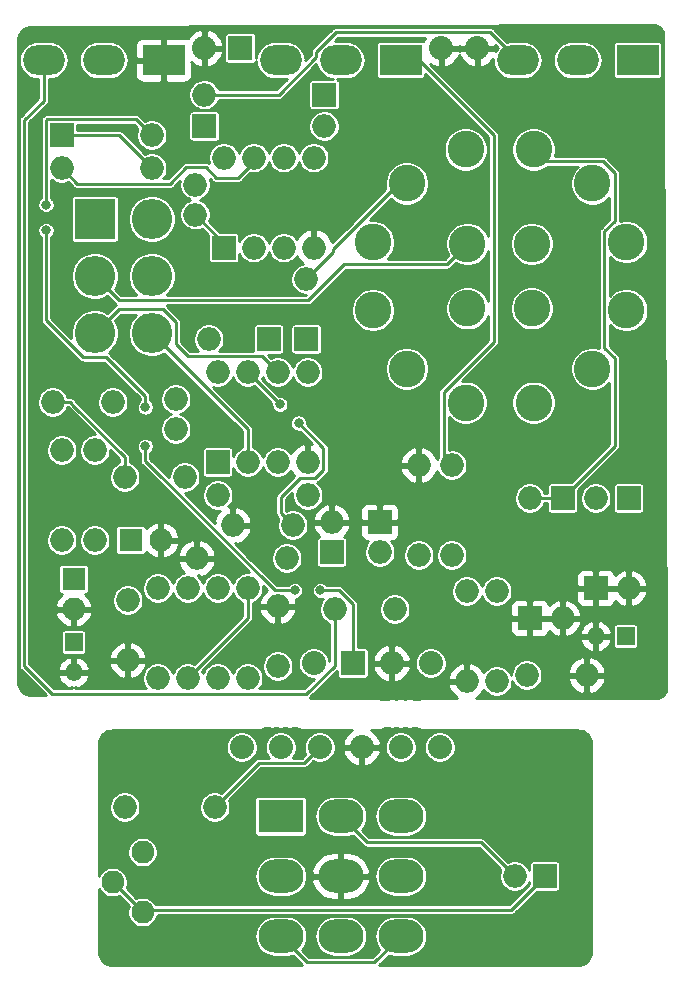
<source format=gbr>
G04 #@! TF.GenerationSoftware,KiCad,Pcbnew,(5.1.8-0-10_14)*
G04 #@! TF.CreationDate,2021-01-24T00:18:35+01:00*
G04 #@! TF.ProjectId,bat,6261742e-6b69-4636-9164-5f7063625858,rev?*
G04 #@! TF.SameCoordinates,Original*
G04 #@! TF.FileFunction,Copper,L2,Bot*
G04 #@! TF.FilePolarity,Positive*
%FSLAX46Y46*%
G04 Gerber Fmt 4.6, Leading zero omitted, Abs format (unit mm)*
G04 Created by KiCad (PCBNEW (5.1.8-0-10_14)) date 2021-01-24 00:18:35*
%MOMM*%
%LPD*%
G01*
G04 APERTURE LIST*
G04 #@! TA.AperFunction,ComponentPad*
%ADD10O,2.000000X2.000000*%
G04 #@! TD*
G04 #@! TA.AperFunction,ComponentPad*
%ADD11R,2.000000X2.000000*%
G04 #@! TD*
G04 #@! TA.AperFunction,ComponentPad*
%ADD12R,3.816000X2.816000*%
G04 #@! TD*
G04 #@! TA.AperFunction,ComponentPad*
%ADD13O,3.816000X2.816000*%
G04 #@! TD*
G04 #@! TA.AperFunction,ComponentPad*
%ADD14O,3.540000X2.540000*%
G04 #@! TD*
G04 #@! TA.AperFunction,ComponentPad*
%ADD15R,3.540000X2.540000*%
G04 #@! TD*
G04 #@! TA.AperFunction,ComponentPad*
%ADD16C,3.098800*%
G04 #@! TD*
G04 #@! TA.AperFunction,ComponentPad*
%ADD17O,3.416000X3.416000*%
G04 #@! TD*
G04 #@! TA.AperFunction,ComponentPad*
%ADD18R,3.416000X3.416000*%
G04 #@! TD*
G04 #@! TA.AperFunction,ComponentPad*
%ADD19O,1.930400X1.930400*%
G04 #@! TD*
G04 #@! TA.AperFunction,ComponentPad*
%ADD20O,2.032000X2.032000*%
G04 #@! TD*
G04 #@! TA.AperFunction,ComponentPad*
%ADD21R,2.032000X2.032000*%
G04 #@! TD*
G04 #@! TA.AperFunction,ComponentPad*
%ADD22R,1.930400X1.930400*%
G04 #@! TD*
G04 #@! TA.AperFunction,ComponentPad*
%ADD23O,1.508000X1.508000*%
G04 #@! TD*
G04 #@! TA.AperFunction,ComponentPad*
%ADD24R,1.508000X1.508000*%
G04 #@! TD*
G04 #@! TA.AperFunction,ViaPad*
%ADD25C,0.800000*%
G04 #@! TD*
G04 #@! TA.AperFunction,Conductor*
%ADD26C,0.250000*%
G04 #@! TD*
G04 #@! TA.AperFunction,Conductor*
%ADD27C,0.254000*%
G04 #@! TD*
G04 #@! TA.AperFunction,Conductor*
%ADD28C,0.100000*%
G04 #@! TD*
G04 APERTURE END LIST*
D10*
X86614000Y-119126000D03*
D11*
X86614000Y-121666000D03*
D10*
X90678000Y-121666000D03*
D11*
X90678000Y-119126000D03*
D12*
X82296000Y-144018000D03*
D13*
X82296000Y-149098000D03*
X82296000Y-154178000D03*
X87376000Y-144018000D03*
X87376000Y-149098000D03*
X87376000Y-154178000D03*
X92456000Y-144018000D03*
X92456000Y-149098000D03*
X92456000Y-154178000D03*
D14*
X102362000Y-80010000D03*
X107442000Y-80010000D03*
D15*
X112522000Y-80010000D03*
D14*
X62230000Y-80010000D03*
X67310000Y-80010000D03*
D15*
X72390000Y-80010000D03*
D14*
X82296000Y-80010000D03*
X87376000Y-80010000D03*
D15*
X92456000Y-80010000D03*
D10*
X102108000Y-149098000D03*
D11*
X104648000Y-149098000D03*
D16*
X103563420Y-95572580D03*
X103563420Y-101023420D03*
X98112580Y-101023420D03*
X98112580Y-95572580D03*
X103713280Y-87574120D03*
X108689140Y-90446860D03*
X111561880Y-95422720D03*
X111561880Y-101173280D03*
X108689140Y-106149140D03*
X103713280Y-109021880D03*
X97962720Y-109021880D03*
X92986860Y-106149140D03*
X90114120Y-101173280D03*
X90114120Y-95422720D03*
X92986860Y-90446860D03*
X97962720Y-87574120D03*
D11*
X81280000Y-103632000D03*
D10*
X76200000Y-103632000D03*
D11*
X84455000Y-103632000D03*
D10*
X84455000Y-98552000D03*
D11*
X85979000Y-82931000D03*
D10*
X75819000Y-82931000D03*
D11*
X75819000Y-85598000D03*
D10*
X85979000Y-85598000D03*
D11*
X63754000Y-86360000D03*
D10*
X71374000Y-86360000D03*
X75057000Y-93091000D03*
X75057000Y-90551000D03*
X76962000Y-106426000D03*
X79502000Y-106426000D03*
X82042000Y-106426000D03*
X84582000Y-106426000D03*
X84582000Y-114046000D03*
X82042000Y-114046000D03*
X79502000Y-114046000D03*
D11*
X76962000Y-114046000D03*
D10*
X77470000Y-88265000D03*
X80010000Y-88265000D03*
X82550000Y-88265000D03*
X85090000Y-88265000D03*
X85090000Y-95885000D03*
X82550000Y-95885000D03*
X80010000Y-95885000D03*
D11*
X77470000Y-95885000D03*
D17*
X71378000Y-103132000D03*
X71378000Y-98302000D03*
X71378000Y-93472000D03*
X66548000Y-103132000D03*
X66548000Y-98302000D03*
D18*
X66548000Y-93472000D03*
D19*
X70612000Y-147066000D03*
X68072000Y-149606000D03*
X70612000Y-152146000D03*
D10*
X66548000Y-120650000D03*
X66548000Y-113030000D03*
X63754000Y-120650000D03*
X63754000Y-113030000D03*
X93980000Y-114300000D03*
X93980000Y-121920000D03*
X82042000Y-126238000D03*
X82042000Y-131318000D03*
X98044000Y-132588000D03*
X98044000Y-124968000D03*
X96774000Y-114300000D03*
X96774000Y-121920000D03*
X76962000Y-116840000D03*
X84582000Y-116840000D03*
X71882000Y-132334000D03*
X71882000Y-124714000D03*
X74422000Y-132334000D03*
X74422000Y-124714000D03*
X69088000Y-143256000D03*
X76708000Y-143256000D03*
X75184000Y-122174000D03*
X82804000Y-122174000D03*
X76962000Y-132334000D03*
X76962000Y-124714000D03*
X71374000Y-89154000D03*
X63754000Y-89154000D03*
D20*
X98933000Y-78994000D03*
X91694000Y-131064000D03*
X95885000Y-78994000D03*
X94996000Y-131064000D03*
X85090000Y-131064000D03*
X95758000Y-138176000D03*
X92456000Y-138176000D03*
X89154000Y-138176000D03*
X75819000Y-78994000D03*
X85598000Y-138176000D03*
D21*
X78867000Y-78994000D03*
D20*
X78994000Y-138176000D03*
X82296000Y-138176000D03*
D21*
X88392000Y-131064000D03*
D11*
X106172000Y-117094000D03*
D10*
X106172000Y-127254000D03*
D11*
X103378000Y-127254000D03*
D10*
X103378000Y-117094000D03*
D11*
X111760000Y-117094000D03*
D10*
X111760000Y-124714000D03*
D11*
X108966000Y-124714000D03*
D10*
X108966000Y-117094000D03*
X68072000Y-108966000D03*
X62992000Y-108966000D03*
D19*
X72136000Y-120650000D03*
D22*
X69596000Y-120650000D03*
D19*
X64770000Y-126492000D03*
D22*
X64770000Y-123952000D03*
D10*
X73406000Y-111252000D03*
X73406000Y-108712000D03*
X91948000Y-126492000D03*
X86868000Y-126492000D03*
X69342000Y-130810000D03*
X69342000Y-125730000D03*
X108204000Y-132080000D03*
X103124000Y-132080000D03*
X100584000Y-132588000D03*
X100584000Y-124968000D03*
X69088000Y-115316000D03*
X74168000Y-115316000D03*
X79502000Y-132334000D03*
X79502000Y-124714000D03*
D23*
X64770000Y-131826000D03*
D24*
X64770000Y-129286000D03*
D23*
X108966000Y-128778000D03*
D24*
X111506000Y-128778000D03*
D10*
X78232000Y-119380000D03*
X83312000Y-119380000D03*
D25*
X82232500Y-109156500D03*
X83820000Y-110744000D03*
X85653001Y-124912999D03*
X83494001Y-124912999D03*
X70821201Y-109391799D03*
X70821201Y-112693799D03*
X62428999Y-92257001D03*
X62428999Y-94416001D03*
D26*
X87122000Y-119634000D02*
X86614000Y-119126000D01*
X78684999Y-89971001D02*
X80010000Y-88646000D01*
X75961997Y-89098999D02*
X76833999Y-89971001D01*
X72913997Y-90479001D02*
X74293999Y-89098999D01*
X65079001Y-90479001D02*
X72913997Y-90479001D01*
X76833999Y-89971001D02*
X78684999Y-89971001D01*
X74293999Y-89098999D02*
X75961997Y-89098999D01*
X63754000Y-89154000D02*
X65079001Y-90479001D01*
X85907001Y-114682001D02*
X85907001Y-112831001D01*
X83945999Y-115371001D02*
X85218001Y-115371001D01*
X82312001Y-117004999D02*
X83945999Y-115371001D01*
X85907001Y-112831001D02*
X83820000Y-110744000D01*
X82312001Y-118380001D02*
X82312001Y-117004999D01*
X85218001Y-115371001D02*
X85907001Y-114682001D01*
X83312000Y-119380000D02*
X82312001Y-118380001D01*
X82232500Y-109156500D02*
X79502000Y-106426000D01*
X77470000Y-95504000D02*
X77470000Y-95885000D01*
X75057000Y-93091000D02*
X77470000Y-95504000D01*
X79502000Y-127254000D02*
X74422000Y-132334000D01*
X79502000Y-124714000D02*
X79502000Y-127254000D01*
X69088000Y-113608998D02*
X69088000Y-115316000D01*
X62992000Y-108966000D02*
X64445002Y-108966000D01*
X64514999Y-109035997D02*
X64734501Y-109255499D01*
X64445002Y-108966000D02*
X64734501Y-109255499D01*
X64734501Y-109255499D02*
X69088000Y-113608998D01*
X87670881Y-97297121D02*
X84633001Y-100335001D01*
X96388039Y-97297121D02*
X87670881Y-97297121D01*
X68581001Y-100335001D02*
X66548000Y-98302000D01*
X84633001Y-100335001D02*
X68581001Y-100335001D01*
X98112580Y-95572580D02*
X96388039Y-97297121D01*
X86868000Y-131270682D02*
X86868000Y-126492000D01*
X84479681Y-133659001D02*
X86868000Y-131270682D01*
X62230000Y-80010000D02*
X62230000Y-83439000D01*
X62230000Y-83439000D02*
X60579000Y-85090000D01*
X62920001Y-133659001D02*
X63698999Y-133659001D01*
X60579000Y-131318000D02*
X62920001Y-133659001D01*
X60579000Y-85090000D02*
X60579000Y-131318000D01*
X63698999Y-133659001D02*
X84479681Y-133659001D01*
X100004999Y-77652999D02*
X102362000Y-80010000D01*
X86977317Y-77652999D02*
X87558999Y-77652999D01*
X85280990Y-79349326D02*
X86977317Y-77652999D01*
X85280990Y-79780694D02*
X85280990Y-79349326D01*
X82130684Y-82931000D02*
X85280990Y-79780694D01*
X75819000Y-82931000D02*
X82130684Y-82931000D01*
X87558999Y-77652999D02*
X100004999Y-77652999D01*
X68580000Y-86360000D02*
X71374000Y-89154000D01*
X63754000Y-86360000D02*
X68580000Y-86360000D01*
X88392000Y-126054998D02*
X88392000Y-131064000D01*
X87250001Y-124912999D02*
X88392000Y-126054998D01*
X81803997Y-124912999D02*
X83494001Y-124912999D01*
X70821201Y-113930203D02*
X81803997Y-124912999D01*
X67523841Y-105165001D02*
X70821201Y-108462361D01*
X65572159Y-105165001D02*
X67523841Y-105165001D01*
X70821201Y-108462361D02*
X70821201Y-109391799D01*
X62428999Y-102021841D02*
X65572159Y-105165001D01*
X62428999Y-85099999D02*
X62428999Y-92257001D01*
X62493999Y-85034999D02*
X62428999Y-85099999D01*
X70048999Y-85034999D02*
X62493999Y-85034999D01*
X71374000Y-86360000D02*
X70048999Y-85034999D01*
X85653001Y-124912999D02*
X87250001Y-124912999D01*
X70821201Y-112693799D02*
X70821201Y-113930203D01*
X62428999Y-94416001D02*
X62428999Y-102021841D01*
X68072000Y-149606000D02*
X70612000Y-152146000D01*
X101801001Y-151944999D02*
X104648000Y-149098000D01*
X70813001Y-151944999D02*
X101801001Y-151944999D01*
X70612000Y-152146000D02*
X70813001Y-151944999D01*
X99261001Y-146251001D02*
X102108000Y-149098000D01*
X89609001Y-146251001D02*
X99261001Y-146251001D01*
X87376000Y-144018000D02*
X89609001Y-146251001D01*
X103378000Y-117094000D02*
X106172000Y-117094000D01*
X109687479Y-104373365D02*
X110563541Y-105249427D01*
X109687479Y-94523007D02*
X109687479Y-104373365D01*
X110563541Y-112702459D02*
X106172000Y-117094000D01*
X110563541Y-105249427D02*
X110563541Y-112702459D01*
X110563541Y-93646945D02*
X109687479Y-94523007D01*
X110563541Y-89547147D02*
X110563541Y-93646945D01*
X109588853Y-88572459D02*
X110563541Y-89547147D01*
X104711619Y-88572459D02*
X109588853Y-88572459D01*
X103713280Y-87574120D02*
X104711619Y-88572459D01*
X84074000Y-103632000D02*
X84074000Y-103886000D01*
X84074000Y-98806000D02*
X84511002Y-98806000D01*
X86741000Y-96012000D02*
X86741000Y-96266000D01*
X86741000Y-96266000D02*
X84455000Y-98552000D01*
X88239719Y-94523007D02*
X88229993Y-94523007D01*
X92986860Y-90446860D02*
X92315866Y-90446860D01*
X88229993Y-94523007D02*
X86741000Y-96012000D01*
X92315866Y-90446860D02*
X88239719Y-94523007D01*
X80446999Y-139517001D02*
X76708000Y-143256000D01*
X84256999Y-139517001D02*
X80446999Y-139517001D01*
X85598000Y-138176000D02*
X84256999Y-139517001D01*
X96088319Y-113614319D02*
X96774000Y-114300000D01*
X96088319Y-108122167D02*
X96088319Y-113614319D01*
X100330000Y-86364000D02*
X100330000Y-103880486D01*
X100330000Y-103880486D02*
X96088319Y-108122167D01*
X93976000Y-80010000D02*
X100330000Y-86364000D01*
X92456000Y-80010000D02*
X93976000Y-80010000D01*
X90222999Y-156411001D02*
X92456000Y-154178000D01*
X84529001Y-156411001D02*
X90222999Y-156411001D01*
X82296000Y-154178000D02*
X84529001Y-156411001D01*
X79502000Y-111256000D02*
X79502000Y-114046000D01*
X71378000Y-103132000D02*
X79502000Y-111256000D01*
X80716999Y-105100999D02*
X82042000Y-106426000D01*
X74437997Y-105100999D02*
X80716999Y-105100999D01*
X73411001Y-104074003D02*
X74437997Y-105100999D01*
X73411001Y-102156159D02*
X73411001Y-104074003D01*
X68581001Y-101098999D02*
X72353841Y-101098999D01*
X72353841Y-101098999D02*
X73411001Y-102156159D01*
X66548000Y-103132000D02*
X68581001Y-101098999D01*
D27*
X113969980Y-77079139D02*
X114141178Y-77130827D01*
X114299083Y-77214787D01*
X114437665Y-77327812D01*
X114551656Y-77465604D01*
X114636714Y-77622915D01*
X114689597Y-77793750D01*
X114710000Y-77987879D01*
X114710001Y-83549477D01*
X114709928Y-83550253D01*
X114710001Y-83566896D01*
X114710001Y-83583292D01*
X114710076Y-83584056D01*
X114836930Y-112506560D01*
X114836900Y-112506882D01*
X114837007Y-112524275D01*
X114837080Y-112540836D01*
X114837111Y-112541142D01*
X114963894Y-133079864D01*
X114944861Y-133273980D01*
X114893173Y-133445178D01*
X114809216Y-133603079D01*
X114696190Y-133741663D01*
X114558393Y-133855659D01*
X114401086Y-133940714D01*
X114230250Y-133993597D01*
X114036122Y-134014000D01*
X98832302Y-134014000D01*
X98899382Y-133981399D01*
X99154785Y-133787748D01*
X99367501Y-133547992D01*
X99489801Y-133338952D01*
X99553252Y-133433913D01*
X99738087Y-133618748D01*
X99955430Y-133763972D01*
X100196928Y-133864004D01*
X100453302Y-133915000D01*
X100714698Y-133915000D01*
X100971072Y-133864004D01*
X101212570Y-133763972D01*
X101429913Y-133618748D01*
X101614748Y-133433913D01*
X101759972Y-133216570D01*
X101860004Y-132975072D01*
X101911000Y-132718698D01*
X101911000Y-132619177D01*
X101948028Y-132708570D01*
X102093252Y-132925913D01*
X102278087Y-133110748D01*
X102495430Y-133255972D01*
X102736928Y-133356004D01*
X102993302Y-133407000D01*
X103254698Y-133407000D01*
X103511072Y-133356004D01*
X103752570Y-133255972D01*
X103969913Y-133110748D01*
X104154748Y-132925913D01*
X104299972Y-132708570D01*
X104400004Y-132467072D01*
X104401324Y-132460434D01*
X106613876Y-132460434D01*
X106670498Y-132647107D01*
X106810601Y-132935382D01*
X107004252Y-133190785D01*
X107244008Y-133403501D01*
X107520656Y-133565356D01*
X107823565Y-133670129D01*
X108077000Y-133551315D01*
X108077000Y-132207000D01*
X108331000Y-132207000D01*
X108331000Y-133551315D01*
X108584435Y-133670129D01*
X108887344Y-133565356D01*
X109163992Y-133403501D01*
X109403748Y-133190785D01*
X109597399Y-132935382D01*
X109737502Y-132647107D01*
X109794124Y-132460434D01*
X109674777Y-132207000D01*
X108331000Y-132207000D01*
X108077000Y-132207000D01*
X106733223Y-132207000D01*
X106613876Y-132460434D01*
X104401324Y-132460434D01*
X104451000Y-132210698D01*
X104451000Y-131949302D01*
X104401325Y-131699566D01*
X106613876Y-131699566D01*
X106733223Y-131953000D01*
X108077000Y-131953000D01*
X108077000Y-130608685D01*
X108331000Y-130608685D01*
X108331000Y-131953000D01*
X109674777Y-131953000D01*
X109794124Y-131699566D01*
X109737502Y-131512893D01*
X109597399Y-131224618D01*
X109403748Y-130969215D01*
X109163992Y-130756499D01*
X108887344Y-130594644D01*
X108584435Y-130489871D01*
X108331000Y-130608685D01*
X108077000Y-130608685D01*
X107823565Y-130489871D01*
X107520656Y-130594644D01*
X107244008Y-130756499D01*
X107004252Y-130969215D01*
X106810601Y-131224618D01*
X106670498Y-131512893D01*
X106613876Y-131699566D01*
X104401325Y-131699566D01*
X104400004Y-131692928D01*
X104299972Y-131451430D01*
X104154748Y-131234087D01*
X103969913Y-131049252D01*
X103752570Y-130904028D01*
X103511072Y-130803996D01*
X103254698Y-130753000D01*
X102993302Y-130753000D01*
X102736928Y-130803996D01*
X102495430Y-130904028D01*
X102278087Y-131049252D01*
X102093252Y-131234087D01*
X101948028Y-131451430D01*
X101847996Y-131692928D01*
X101797000Y-131949302D01*
X101797000Y-132048823D01*
X101759972Y-131959430D01*
X101614748Y-131742087D01*
X101429913Y-131557252D01*
X101212570Y-131412028D01*
X100971072Y-131311996D01*
X100714698Y-131261000D01*
X100453302Y-131261000D01*
X100196928Y-131311996D01*
X99955430Y-131412028D01*
X99738087Y-131557252D01*
X99553252Y-131742087D01*
X99489801Y-131837048D01*
X99367501Y-131628008D01*
X99154785Y-131388252D01*
X98899382Y-131194601D01*
X98611107Y-131054498D01*
X98424434Y-130997876D01*
X98171000Y-131117223D01*
X98171000Y-132461000D01*
X98191000Y-132461000D01*
X98191000Y-132715000D01*
X98171000Y-132715000D01*
X98171000Y-132735000D01*
X97917000Y-132735000D01*
X97917000Y-132715000D01*
X96572685Y-132715000D01*
X96453871Y-132968435D01*
X96558644Y-133271344D01*
X96720499Y-133547992D01*
X96933215Y-133787748D01*
X97188618Y-133981399D01*
X97255698Y-134014000D01*
X94470708Y-134014000D01*
X94452645Y-134015779D01*
X94439465Y-134015779D01*
X94434577Y-134016293D01*
X94237525Y-134038396D01*
X94206338Y-134045025D01*
X94175024Y-134051225D01*
X94170329Y-134052678D01*
X94046226Y-134092046D01*
X93526227Y-134088517D01*
X93479312Y-134057169D01*
X93374305Y-134013674D01*
X93262830Y-133991500D01*
X93149170Y-133991500D01*
X93037695Y-134013674D01*
X92932688Y-134057169D01*
X92892214Y-134084213D01*
X92768530Y-134083374D01*
X92729312Y-134057169D01*
X92624305Y-134013674D01*
X92512830Y-133991500D01*
X92399170Y-133991500D01*
X92287695Y-134013674D01*
X92182688Y-134057169D01*
X92149755Y-134079174D01*
X92010833Y-134078231D01*
X91979312Y-134057169D01*
X91874305Y-134013674D01*
X91762830Y-133991500D01*
X91649170Y-133991500D01*
X91537695Y-134013674D01*
X91432688Y-134057169D01*
X91407297Y-134074135D01*
X90794635Y-134069976D01*
X90723080Y-134048373D01*
X90691818Y-134042183D01*
X90660580Y-134035543D01*
X90655692Y-134035030D01*
X90458350Y-134015680D01*
X90441292Y-134014000D01*
X84759606Y-134014000D01*
X84800840Y-133980160D01*
X84815004Y-133962901D01*
X87047418Y-131730489D01*
X87047418Y-132080000D01*
X87053732Y-132144103D01*
X87072430Y-132205743D01*
X87102794Y-132262550D01*
X87143657Y-132312343D01*
X87193450Y-132353206D01*
X87250257Y-132383570D01*
X87311897Y-132402268D01*
X87376000Y-132408582D01*
X89408000Y-132408582D01*
X89472103Y-132402268D01*
X89533743Y-132383570D01*
X89590550Y-132353206D01*
X89640343Y-132312343D01*
X89681206Y-132262550D01*
X89711570Y-132205743D01*
X89730268Y-132144103D01*
X89736582Y-132080000D01*
X89736582Y-131446944D01*
X90088025Y-131446944D01*
X90145924Y-131637826D01*
X90287618Y-131928815D01*
X90483358Y-132186569D01*
X90725623Y-132401184D01*
X91005102Y-132564411D01*
X91311055Y-132669978D01*
X91567000Y-132551362D01*
X91567000Y-131191000D01*
X91821000Y-131191000D01*
X91821000Y-132551362D01*
X92076945Y-132669978D01*
X92382898Y-132564411D01*
X92662377Y-132401184D01*
X92904642Y-132186569D01*
X93100382Y-131928815D01*
X93242076Y-131637826D01*
X93299975Y-131446944D01*
X93180836Y-131191000D01*
X91821000Y-131191000D01*
X91567000Y-131191000D01*
X90207164Y-131191000D01*
X90088025Y-131446944D01*
X89736582Y-131446944D01*
X89736582Y-130681056D01*
X90088025Y-130681056D01*
X90207164Y-130937000D01*
X91567000Y-130937000D01*
X91567000Y-129576638D01*
X91821000Y-129576638D01*
X91821000Y-130937000D01*
X93180836Y-130937000D01*
X93183290Y-130931726D01*
X93653000Y-130931726D01*
X93653000Y-131196274D01*
X93704611Y-131455739D01*
X93805849Y-131700149D01*
X93952824Y-131920112D01*
X94139888Y-132107176D01*
X94359851Y-132254151D01*
X94604261Y-132355389D01*
X94863726Y-132407000D01*
X95128274Y-132407000D01*
X95387739Y-132355389D01*
X95632149Y-132254151D01*
X95701869Y-132207565D01*
X96453871Y-132207565D01*
X96572685Y-132461000D01*
X97917000Y-132461000D01*
X97917000Y-131117223D01*
X97663566Y-130997876D01*
X97476893Y-131054498D01*
X97188618Y-131194601D01*
X96933215Y-131388252D01*
X96720499Y-131628008D01*
X96558644Y-131904656D01*
X96453871Y-132207565D01*
X95701869Y-132207565D01*
X95852112Y-132107176D01*
X96039176Y-131920112D01*
X96186151Y-131700149D01*
X96287389Y-131455739D01*
X96339000Y-131196274D01*
X96339000Y-130931726D01*
X96287389Y-130672261D01*
X96186151Y-130427851D01*
X96039176Y-130207888D01*
X95852112Y-130020824D01*
X95632149Y-129873849D01*
X95387739Y-129772611D01*
X95128274Y-129721000D01*
X94863726Y-129721000D01*
X94604261Y-129772611D01*
X94359851Y-129873849D01*
X94139888Y-130020824D01*
X93952824Y-130207888D01*
X93805849Y-130427851D01*
X93704611Y-130672261D01*
X93653000Y-130931726D01*
X93183290Y-130931726D01*
X93299975Y-130681056D01*
X93242076Y-130490174D01*
X93100382Y-130199185D01*
X92904642Y-129941431D01*
X92662377Y-129726816D01*
X92382898Y-129563589D01*
X92076945Y-129458022D01*
X91821000Y-129576638D01*
X91567000Y-129576638D01*
X91311055Y-129458022D01*
X91005102Y-129563589D01*
X90725623Y-129726816D01*
X90483358Y-129941431D01*
X90287618Y-130199185D01*
X90145924Y-130490174D01*
X90088025Y-130681056D01*
X89736582Y-130681056D01*
X89736582Y-130048000D01*
X89730268Y-129983897D01*
X89711570Y-129922257D01*
X89681206Y-129865450D01*
X89640343Y-129815657D01*
X89590550Y-129774794D01*
X89533743Y-129744430D01*
X89472103Y-129725732D01*
X89408000Y-129719418D01*
X88844000Y-129719418D01*
X88844000Y-129119814D01*
X107619714Y-129119814D01*
X107656698Y-129241750D01*
X107772329Y-129488271D01*
X107933832Y-129707497D01*
X108135001Y-129891003D01*
X108368105Y-130031737D01*
X108624185Y-130124290D01*
X108839000Y-130002437D01*
X108839000Y-128905000D01*
X109093000Y-128905000D01*
X109093000Y-130002437D01*
X109307815Y-130124290D01*
X109563895Y-130031737D01*
X109796999Y-129891003D01*
X109998168Y-129707497D01*
X110159671Y-129488271D01*
X110275302Y-129241750D01*
X110312286Y-129119814D01*
X110189677Y-128905000D01*
X109093000Y-128905000D01*
X108839000Y-128905000D01*
X107742323Y-128905000D01*
X107619714Y-129119814D01*
X88844000Y-129119814D01*
X88844000Y-128254000D01*
X101739928Y-128254000D01*
X101752188Y-128378482D01*
X101788498Y-128498180D01*
X101847463Y-128608494D01*
X101926815Y-128705185D01*
X102023506Y-128784537D01*
X102133820Y-128843502D01*
X102253518Y-128879812D01*
X102378000Y-128892072D01*
X103092250Y-128889000D01*
X103251000Y-128730250D01*
X103251000Y-127381000D01*
X103505000Y-127381000D01*
X103505000Y-128730250D01*
X103663750Y-128889000D01*
X104378000Y-128892072D01*
X104502482Y-128879812D01*
X104622180Y-128843502D01*
X104732494Y-128784537D01*
X104829185Y-128705185D01*
X104908537Y-128608494D01*
X104967502Y-128498180D01*
X105001423Y-128386356D01*
X105061215Y-128453748D01*
X105316618Y-128647399D01*
X105604893Y-128787502D01*
X105791566Y-128844124D01*
X106045000Y-128724777D01*
X106045000Y-127381000D01*
X106299000Y-127381000D01*
X106299000Y-128724777D01*
X106552434Y-128844124D01*
X106739107Y-128787502D01*
X107027382Y-128647399D01*
X107282785Y-128453748D01*
X107298366Y-128436186D01*
X107619714Y-128436186D01*
X107742323Y-128651000D01*
X108839000Y-128651000D01*
X108839000Y-127553563D01*
X109093000Y-127553563D01*
X109093000Y-128651000D01*
X110189677Y-128651000D01*
X110312286Y-128436186D01*
X110275302Y-128314250D01*
X110159671Y-128067729D01*
X110127457Y-128024000D01*
X110423418Y-128024000D01*
X110423418Y-129532000D01*
X110429732Y-129596103D01*
X110448430Y-129657743D01*
X110478794Y-129714550D01*
X110519657Y-129764343D01*
X110569450Y-129805206D01*
X110626257Y-129835570D01*
X110687897Y-129854268D01*
X110752000Y-129860582D01*
X112260000Y-129860582D01*
X112324103Y-129854268D01*
X112385743Y-129835570D01*
X112442550Y-129805206D01*
X112492343Y-129764343D01*
X112533206Y-129714550D01*
X112563570Y-129657743D01*
X112582268Y-129596103D01*
X112588582Y-129532000D01*
X112588582Y-128024000D01*
X112582268Y-127959897D01*
X112563570Y-127898257D01*
X112533206Y-127841450D01*
X112492343Y-127791657D01*
X112442550Y-127750794D01*
X112385743Y-127720430D01*
X112324103Y-127701732D01*
X112260000Y-127695418D01*
X110752000Y-127695418D01*
X110687897Y-127701732D01*
X110626257Y-127720430D01*
X110569450Y-127750794D01*
X110519657Y-127791657D01*
X110478794Y-127841450D01*
X110448430Y-127898257D01*
X110429732Y-127959897D01*
X110423418Y-128024000D01*
X110127457Y-128024000D01*
X109998168Y-127848503D01*
X109796999Y-127664997D01*
X109563895Y-127524263D01*
X109307815Y-127431710D01*
X109093000Y-127553563D01*
X108839000Y-127553563D01*
X108624185Y-127431710D01*
X108368105Y-127524263D01*
X108135001Y-127664997D01*
X107933832Y-127848503D01*
X107772329Y-128067729D01*
X107656698Y-128314250D01*
X107619714Y-128436186D01*
X107298366Y-128436186D01*
X107495501Y-128213992D01*
X107657356Y-127937344D01*
X107762129Y-127634435D01*
X107643315Y-127381000D01*
X106299000Y-127381000D01*
X106045000Y-127381000D01*
X103505000Y-127381000D01*
X103251000Y-127381000D01*
X101901750Y-127381000D01*
X101743000Y-127539750D01*
X101739928Y-128254000D01*
X88844000Y-128254000D01*
X88844000Y-126361302D01*
X90621000Y-126361302D01*
X90621000Y-126622698D01*
X90671996Y-126879072D01*
X90772028Y-127120570D01*
X90917252Y-127337913D01*
X91102087Y-127522748D01*
X91319430Y-127667972D01*
X91560928Y-127768004D01*
X91817302Y-127819000D01*
X92078698Y-127819000D01*
X92335072Y-127768004D01*
X92576570Y-127667972D01*
X92793913Y-127522748D01*
X92978748Y-127337913D01*
X93123972Y-127120570D01*
X93224004Y-126879072D01*
X93275000Y-126622698D01*
X93275000Y-126361302D01*
X93224004Y-126104928D01*
X93123972Y-125863430D01*
X92978748Y-125646087D01*
X92793913Y-125461252D01*
X92576570Y-125316028D01*
X92335072Y-125215996D01*
X92078698Y-125165000D01*
X91817302Y-125165000D01*
X91560928Y-125215996D01*
X91319430Y-125316028D01*
X91102087Y-125461252D01*
X90917252Y-125646087D01*
X90772028Y-125863430D01*
X90671996Y-126104928D01*
X90621000Y-126361302D01*
X88844000Y-126361302D01*
X88844000Y-126077200D01*
X88846187Y-126054997D01*
X88841737Y-126009820D01*
X88837460Y-125966391D01*
X88811614Y-125881188D01*
X88769643Y-125802665D01*
X88713159Y-125733839D01*
X88695912Y-125719685D01*
X87813528Y-124837302D01*
X96717000Y-124837302D01*
X96717000Y-125098698D01*
X96767996Y-125355072D01*
X96868028Y-125596570D01*
X97013252Y-125813913D01*
X97198087Y-125998748D01*
X97415430Y-126143972D01*
X97656928Y-126244004D01*
X97913302Y-126295000D01*
X98174698Y-126295000D01*
X98431072Y-126244004D01*
X98672570Y-126143972D01*
X98889913Y-125998748D01*
X99074748Y-125813913D01*
X99219972Y-125596570D01*
X99314000Y-125369567D01*
X99408028Y-125596570D01*
X99553252Y-125813913D01*
X99738087Y-125998748D01*
X99955430Y-126143972D01*
X100196928Y-126244004D01*
X100453302Y-126295000D01*
X100714698Y-126295000D01*
X100920818Y-126254000D01*
X101739928Y-126254000D01*
X101743000Y-126968250D01*
X101901750Y-127127000D01*
X103251000Y-127127000D01*
X103251000Y-125777750D01*
X103505000Y-125777750D01*
X103505000Y-127127000D01*
X106045000Y-127127000D01*
X106045000Y-125783223D01*
X106299000Y-125783223D01*
X106299000Y-127127000D01*
X107643315Y-127127000D01*
X107762129Y-126873565D01*
X107657356Y-126570656D01*
X107495501Y-126294008D01*
X107282785Y-126054252D01*
X107027382Y-125860601D01*
X106739107Y-125720498D01*
X106717685Y-125714000D01*
X107327928Y-125714000D01*
X107340188Y-125838482D01*
X107376498Y-125958180D01*
X107435463Y-126068494D01*
X107514815Y-126165185D01*
X107611506Y-126244537D01*
X107721820Y-126303502D01*
X107841518Y-126339812D01*
X107966000Y-126352072D01*
X108680250Y-126349000D01*
X108839000Y-126190250D01*
X108839000Y-124841000D01*
X109093000Y-124841000D01*
X109093000Y-126190250D01*
X109251750Y-126349000D01*
X109966000Y-126352072D01*
X110090482Y-126339812D01*
X110210180Y-126303502D01*
X110320494Y-126244537D01*
X110417185Y-126165185D01*
X110496537Y-126068494D01*
X110555502Y-125958180D01*
X110589423Y-125846356D01*
X110649215Y-125913748D01*
X110904618Y-126107399D01*
X111192893Y-126247502D01*
X111379566Y-126304124D01*
X111633000Y-126184777D01*
X111633000Y-124841000D01*
X111887000Y-124841000D01*
X111887000Y-126184777D01*
X112140434Y-126304124D01*
X112327107Y-126247502D01*
X112615382Y-126107399D01*
X112870785Y-125913748D01*
X113083501Y-125673992D01*
X113245356Y-125397344D01*
X113350129Y-125094435D01*
X113231315Y-124841000D01*
X111887000Y-124841000D01*
X111633000Y-124841000D01*
X109093000Y-124841000D01*
X108839000Y-124841000D01*
X107489750Y-124841000D01*
X107331000Y-124999750D01*
X107327928Y-125714000D01*
X106717685Y-125714000D01*
X106552434Y-125663876D01*
X106299000Y-125783223D01*
X106045000Y-125783223D01*
X105791566Y-125663876D01*
X105604893Y-125720498D01*
X105316618Y-125860601D01*
X105061215Y-126054252D01*
X105001423Y-126121644D01*
X104967502Y-126009820D01*
X104908537Y-125899506D01*
X104829185Y-125802815D01*
X104732494Y-125723463D01*
X104622180Y-125664498D01*
X104502482Y-125628188D01*
X104378000Y-125615928D01*
X103663750Y-125619000D01*
X103505000Y-125777750D01*
X103251000Y-125777750D01*
X103092250Y-125619000D01*
X102378000Y-125615928D01*
X102253518Y-125628188D01*
X102133820Y-125664498D01*
X102023506Y-125723463D01*
X101926815Y-125802815D01*
X101847463Y-125899506D01*
X101788498Y-126009820D01*
X101752188Y-126129518D01*
X101739928Y-126254000D01*
X100920818Y-126254000D01*
X100971072Y-126244004D01*
X101212570Y-126143972D01*
X101429913Y-125998748D01*
X101614748Y-125813913D01*
X101759972Y-125596570D01*
X101860004Y-125355072D01*
X101911000Y-125098698D01*
X101911000Y-124837302D01*
X101860004Y-124580928D01*
X101759972Y-124339430D01*
X101614748Y-124122087D01*
X101429913Y-123937252D01*
X101212570Y-123792028D01*
X101024195Y-123714000D01*
X107327928Y-123714000D01*
X107331000Y-124428250D01*
X107489750Y-124587000D01*
X108839000Y-124587000D01*
X108839000Y-123237750D01*
X109093000Y-123237750D01*
X109093000Y-124587000D01*
X111633000Y-124587000D01*
X111633000Y-123243223D01*
X111887000Y-123243223D01*
X111887000Y-124587000D01*
X113231315Y-124587000D01*
X113350129Y-124333565D01*
X113245356Y-124030656D01*
X113083501Y-123754008D01*
X112870785Y-123514252D01*
X112615382Y-123320601D01*
X112327107Y-123180498D01*
X112140434Y-123123876D01*
X111887000Y-123243223D01*
X111633000Y-123243223D01*
X111379566Y-123123876D01*
X111192893Y-123180498D01*
X110904618Y-123320601D01*
X110649215Y-123514252D01*
X110589423Y-123581644D01*
X110555502Y-123469820D01*
X110496537Y-123359506D01*
X110417185Y-123262815D01*
X110320494Y-123183463D01*
X110210180Y-123124498D01*
X110090482Y-123088188D01*
X109966000Y-123075928D01*
X109251750Y-123079000D01*
X109093000Y-123237750D01*
X108839000Y-123237750D01*
X108680250Y-123079000D01*
X107966000Y-123075928D01*
X107841518Y-123088188D01*
X107721820Y-123124498D01*
X107611506Y-123183463D01*
X107514815Y-123262815D01*
X107435463Y-123359506D01*
X107376498Y-123469820D01*
X107340188Y-123589518D01*
X107327928Y-123714000D01*
X101024195Y-123714000D01*
X100971072Y-123691996D01*
X100714698Y-123641000D01*
X100453302Y-123641000D01*
X100196928Y-123691996D01*
X99955430Y-123792028D01*
X99738087Y-123937252D01*
X99553252Y-124122087D01*
X99408028Y-124339430D01*
X99314000Y-124566433D01*
X99219972Y-124339430D01*
X99074748Y-124122087D01*
X98889913Y-123937252D01*
X98672570Y-123792028D01*
X98431072Y-123691996D01*
X98174698Y-123641000D01*
X97913302Y-123641000D01*
X97656928Y-123691996D01*
X97415430Y-123792028D01*
X97198087Y-123937252D01*
X97013252Y-124122087D01*
X96868028Y-124339430D01*
X96767996Y-124580928D01*
X96717000Y-124837302D01*
X87813528Y-124837302D01*
X87585324Y-124609099D01*
X87571160Y-124591840D01*
X87502334Y-124535356D01*
X87423811Y-124493385D01*
X87338608Y-124467539D01*
X87250001Y-124458812D01*
X87227796Y-124460999D01*
X86225340Y-124460999D01*
X86217699Y-124449563D01*
X86116437Y-124348301D01*
X85997365Y-124268740D01*
X85865059Y-124213937D01*
X85724604Y-124185999D01*
X85581398Y-124185999D01*
X85440943Y-124213937D01*
X85308637Y-124268740D01*
X85189565Y-124348301D01*
X85088303Y-124449563D01*
X85008742Y-124568635D01*
X84953939Y-124700941D01*
X84926001Y-124841396D01*
X84926001Y-124984602D01*
X84953939Y-125125057D01*
X85008742Y-125257363D01*
X85088303Y-125376435D01*
X85189565Y-125477697D01*
X85308637Y-125557258D01*
X85440943Y-125612061D01*
X85581398Y-125639999D01*
X85724604Y-125639999D01*
X85865059Y-125612061D01*
X85875676Y-125607663D01*
X85837252Y-125646087D01*
X85692028Y-125863430D01*
X85591996Y-126104928D01*
X85541000Y-126361302D01*
X85541000Y-126622698D01*
X85591996Y-126879072D01*
X85692028Y-127120570D01*
X85837252Y-127337913D01*
X86022087Y-127522748D01*
X86239430Y-127667972D01*
X86416001Y-127741110D01*
X86416000Y-130846262D01*
X86381389Y-130672261D01*
X86280151Y-130427851D01*
X86133176Y-130207888D01*
X85946112Y-130020824D01*
X85726149Y-129873849D01*
X85481739Y-129772611D01*
X85222274Y-129721000D01*
X84957726Y-129721000D01*
X84698261Y-129772611D01*
X84453851Y-129873849D01*
X84233888Y-130020824D01*
X84046824Y-130207888D01*
X83899849Y-130427851D01*
X83798611Y-130672261D01*
X83747000Y-130931726D01*
X83747000Y-131196274D01*
X83798611Y-131455739D01*
X83899849Y-131700149D01*
X84046824Y-131920112D01*
X84233888Y-132107176D01*
X84453851Y-132254151D01*
X84698261Y-132355389D01*
X84957726Y-132407000D01*
X85092458Y-132407000D01*
X84292458Y-133207001D01*
X80505660Y-133207001D01*
X80532748Y-133179913D01*
X80677972Y-132962570D01*
X80778004Y-132721072D01*
X80829000Y-132464698D01*
X80829000Y-132203302D01*
X80778004Y-131946928D01*
X80677972Y-131705430D01*
X80532748Y-131488087D01*
X80347913Y-131303252D01*
X80174382Y-131187302D01*
X80715000Y-131187302D01*
X80715000Y-131448698D01*
X80765996Y-131705072D01*
X80866028Y-131946570D01*
X81011252Y-132163913D01*
X81196087Y-132348748D01*
X81413430Y-132493972D01*
X81654928Y-132594004D01*
X81911302Y-132645000D01*
X82172698Y-132645000D01*
X82429072Y-132594004D01*
X82670570Y-132493972D01*
X82887913Y-132348748D01*
X83072748Y-132163913D01*
X83217972Y-131946570D01*
X83318004Y-131705072D01*
X83369000Y-131448698D01*
X83369000Y-131187302D01*
X83318004Y-130930928D01*
X83217972Y-130689430D01*
X83072748Y-130472087D01*
X82887913Y-130287252D01*
X82670570Y-130142028D01*
X82429072Y-130041996D01*
X82172698Y-129991000D01*
X81911302Y-129991000D01*
X81654928Y-130041996D01*
X81413430Y-130142028D01*
X81196087Y-130287252D01*
X81011252Y-130472087D01*
X80866028Y-130689430D01*
X80765996Y-130930928D01*
X80715000Y-131187302D01*
X80174382Y-131187302D01*
X80130570Y-131158028D01*
X79889072Y-131057996D01*
X79632698Y-131007000D01*
X79371302Y-131007000D01*
X79114928Y-131057996D01*
X78873430Y-131158028D01*
X78656087Y-131303252D01*
X78471252Y-131488087D01*
X78326028Y-131705430D01*
X78232000Y-131932433D01*
X78137972Y-131705430D01*
X77992748Y-131488087D01*
X77807913Y-131303252D01*
X77590570Y-131158028D01*
X77349072Y-131057996D01*
X77092698Y-131007000D01*
X76831302Y-131007000D01*
X76574928Y-131057996D01*
X76333430Y-131158028D01*
X76116087Y-131303252D01*
X75931252Y-131488087D01*
X75786028Y-131705430D01*
X75692000Y-131932433D01*
X75624866Y-131770357D01*
X79805905Y-127589319D01*
X79823159Y-127575159D01*
X79879643Y-127506333D01*
X79921614Y-127427810D01*
X79947460Y-127342607D01*
X79954000Y-127276205D01*
X79956187Y-127254000D01*
X79954000Y-127231795D01*
X79954000Y-126618435D01*
X80451871Y-126618435D01*
X80556644Y-126921344D01*
X80718499Y-127197992D01*
X80931215Y-127437748D01*
X81186618Y-127631399D01*
X81474893Y-127771502D01*
X81661566Y-127828124D01*
X81915000Y-127708777D01*
X81915000Y-126365000D01*
X82169000Y-126365000D01*
X82169000Y-127708777D01*
X82422434Y-127828124D01*
X82609107Y-127771502D01*
X82897382Y-127631399D01*
X83152785Y-127437748D01*
X83365501Y-127197992D01*
X83527356Y-126921344D01*
X83632129Y-126618435D01*
X83513315Y-126365000D01*
X82169000Y-126365000D01*
X81915000Y-126365000D01*
X80570685Y-126365000D01*
X80451871Y-126618435D01*
X79954000Y-126618435D01*
X79954000Y-125963110D01*
X80130570Y-125889972D01*
X80347913Y-125744748D01*
X80532748Y-125559913D01*
X80677972Y-125342570D01*
X80778004Y-125101072D01*
X80829000Y-124844698D01*
X80829000Y-124583302D01*
X80827491Y-124575717D01*
X81135292Y-124883518D01*
X80931215Y-125038252D01*
X80718499Y-125278008D01*
X80556644Y-125554656D01*
X80451871Y-125857565D01*
X80570685Y-126111000D01*
X81915000Y-126111000D01*
X81915000Y-126091000D01*
X82169000Y-126091000D01*
X82169000Y-126111000D01*
X83513315Y-126111000D01*
X83632129Y-125857565D01*
X83556875Y-125639999D01*
X83565604Y-125639999D01*
X83706059Y-125612061D01*
X83838365Y-125557258D01*
X83957437Y-125477697D01*
X84058699Y-125376435D01*
X84138260Y-125257363D01*
X84193063Y-125125057D01*
X84221001Y-124984602D01*
X84221001Y-124841396D01*
X84193063Y-124700941D01*
X84138260Y-124568635D01*
X84058699Y-124449563D01*
X83957437Y-124348301D01*
X83838365Y-124268740D01*
X83706059Y-124213937D01*
X83565604Y-124185999D01*
X83422398Y-124185999D01*
X83281943Y-124213937D01*
X83149637Y-124268740D01*
X83030565Y-124348301D01*
X82929303Y-124449563D01*
X82921662Y-124460999D01*
X81991221Y-124460999D01*
X79573524Y-122043302D01*
X81477000Y-122043302D01*
X81477000Y-122304698D01*
X81527996Y-122561072D01*
X81628028Y-122802570D01*
X81773252Y-123019913D01*
X81958087Y-123204748D01*
X82175430Y-123349972D01*
X82416928Y-123450004D01*
X82673302Y-123501000D01*
X82934698Y-123501000D01*
X83191072Y-123450004D01*
X83432570Y-123349972D01*
X83649913Y-123204748D01*
X83834748Y-123019913D01*
X83979972Y-122802570D01*
X84080004Y-122561072D01*
X84131000Y-122304698D01*
X84131000Y-122043302D01*
X84080004Y-121786928D01*
X83979972Y-121545430D01*
X83834748Y-121328087D01*
X83649913Y-121143252D01*
X83432570Y-120998028D01*
X83191072Y-120897996D01*
X82934698Y-120847000D01*
X82673302Y-120847000D01*
X82416928Y-120897996D01*
X82175430Y-120998028D01*
X81958087Y-121143252D01*
X81773252Y-121328087D01*
X81628028Y-121545430D01*
X81527996Y-121786928D01*
X81477000Y-122043302D01*
X79573524Y-122043302D01*
X78401427Y-120871205D01*
X78612435Y-120970129D01*
X78915344Y-120865356D01*
X79191992Y-120703501D01*
X79431748Y-120490785D01*
X79625399Y-120235382D01*
X79765502Y-119947107D01*
X79822124Y-119760434D01*
X79702777Y-119507000D01*
X78359000Y-119507000D01*
X78359000Y-119527000D01*
X78105000Y-119527000D01*
X78105000Y-119507000D01*
X78085000Y-119507000D01*
X78085000Y-119253000D01*
X78105000Y-119253000D01*
X78105000Y-117908685D01*
X78359000Y-117908685D01*
X78359000Y-119253000D01*
X79702777Y-119253000D01*
X79822124Y-118999566D01*
X79765502Y-118812893D01*
X79625399Y-118524618D01*
X79431748Y-118269215D01*
X79191992Y-118056499D01*
X78915344Y-117894644D01*
X78612435Y-117789871D01*
X78359000Y-117908685D01*
X78105000Y-117908685D01*
X77876909Y-117801752D01*
X77992748Y-117685913D01*
X78137972Y-117468570D01*
X78238004Y-117227072D01*
X78289000Y-116970698D01*
X78289000Y-116709302D01*
X78238004Y-116452928D01*
X78137972Y-116211430D01*
X77992748Y-115994087D01*
X77807913Y-115809252D01*
X77590570Y-115664028D01*
X77349072Y-115563996D01*
X77092698Y-115513000D01*
X76831302Y-115513000D01*
X76574928Y-115563996D01*
X76333430Y-115664028D01*
X76116087Y-115809252D01*
X75931252Y-115994087D01*
X75786028Y-116211430D01*
X75685996Y-116452928D01*
X75635000Y-116709302D01*
X75635000Y-116970698D01*
X75685996Y-117227072D01*
X75786028Y-117468570D01*
X75931252Y-117685913D01*
X76116087Y-117870748D01*
X76333430Y-118015972D01*
X76574928Y-118116004D01*
X76831302Y-118167000D01*
X77092698Y-118167000D01*
X77163286Y-118152959D01*
X77032252Y-118269215D01*
X76838601Y-118524618D01*
X76698498Y-118812893D01*
X76641876Y-118999566D01*
X76741643Y-119211421D01*
X74173221Y-116643000D01*
X74298698Y-116643000D01*
X74555072Y-116592004D01*
X74796570Y-116491972D01*
X75013913Y-116346748D01*
X75198748Y-116161913D01*
X75343972Y-115944570D01*
X75444004Y-115703072D01*
X75495000Y-115446698D01*
X75495000Y-115185302D01*
X75444004Y-114928928D01*
X75343972Y-114687430D01*
X75198748Y-114470087D01*
X75013913Y-114285252D01*
X74796570Y-114140028D01*
X74555072Y-114039996D01*
X74298698Y-113989000D01*
X74037302Y-113989000D01*
X73780928Y-114039996D01*
X73539430Y-114140028D01*
X73322087Y-114285252D01*
X73137252Y-114470087D01*
X72992028Y-114687430D01*
X72891996Y-114928928D01*
X72841000Y-115185302D01*
X72841000Y-115310779D01*
X71273201Y-113742980D01*
X71273201Y-113266138D01*
X71284637Y-113258497D01*
X71385899Y-113157235D01*
X71465460Y-113038163D01*
X71520263Y-112905857D01*
X71548201Y-112765402D01*
X71548201Y-112622196D01*
X71520263Y-112481741D01*
X71465460Y-112349435D01*
X71385899Y-112230363D01*
X71284637Y-112129101D01*
X71165565Y-112049540D01*
X71033259Y-111994737D01*
X70892804Y-111966799D01*
X70749598Y-111966799D01*
X70609143Y-111994737D01*
X70476837Y-112049540D01*
X70357765Y-112129101D01*
X70256503Y-112230363D01*
X70176942Y-112349435D01*
X70122139Y-112481741D01*
X70094201Y-112622196D01*
X70094201Y-112765402D01*
X70122139Y-112905857D01*
X70176942Y-113038163D01*
X70256503Y-113157235D01*
X70357765Y-113258497D01*
X70369201Y-113266139D01*
X70369202Y-113907988D01*
X70367014Y-113930203D01*
X70375741Y-114018810D01*
X70401587Y-114104012D01*
X70420838Y-114140028D01*
X70443559Y-114182536D01*
X70500043Y-114251362D01*
X70517297Y-114265522D01*
X79640283Y-123388509D01*
X79632698Y-123387000D01*
X79371302Y-123387000D01*
X79114928Y-123437996D01*
X78873430Y-123538028D01*
X78656087Y-123683252D01*
X78471252Y-123868087D01*
X78326028Y-124085430D01*
X78232000Y-124312433D01*
X78137972Y-124085430D01*
X77992748Y-123868087D01*
X77807913Y-123683252D01*
X77590570Y-123538028D01*
X77349072Y-123437996D01*
X77092698Y-123387000D01*
X76831302Y-123387000D01*
X76574928Y-123437996D01*
X76333430Y-123538028D01*
X76116087Y-123683252D01*
X75931252Y-123868087D01*
X75786028Y-124085430D01*
X75692000Y-124312433D01*
X75597972Y-124085430D01*
X75452748Y-123868087D01*
X75311002Y-123726341D01*
X75311002Y-123645316D01*
X75564435Y-123764129D01*
X75867344Y-123659356D01*
X76143992Y-123497501D01*
X76383748Y-123284785D01*
X76577399Y-123029382D01*
X76717502Y-122741107D01*
X76774124Y-122554434D01*
X76654777Y-122301000D01*
X75311000Y-122301000D01*
X75311000Y-122321000D01*
X75057000Y-122321000D01*
X75057000Y-122301000D01*
X73713223Y-122301000D01*
X73593876Y-122554434D01*
X73650498Y-122741107D01*
X73790601Y-123029382D01*
X73984252Y-123284785D01*
X74134594Y-123418171D01*
X74034928Y-123437996D01*
X73793430Y-123538028D01*
X73576087Y-123683252D01*
X73391252Y-123868087D01*
X73246028Y-124085430D01*
X73152000Y-124312433D01*
X73057972Y-124085430D01*
X72912748Y-123868087D01*
X72727913Y-123683252D01*
X72510570Y-123538028D01*
X72269072Y-123437996D01*
X72012698Y-123387000D01*
X71751302Y-123387000D01*
X71494928Y-123437996D01*
X71253430Y-123538028D01*
X71036087Y-123683252D01*
X70851252Y-123868087D01*
X70706028Y-124085430D01*
X70605996Y-124326928D01*
X70555000Y-124583302D01*
X70555000Y-124844698D01*
X70605996Y-125101072D01*
X70706028Y-125342570D01*
X70851252Y-125559913D01*
X71036087Y-125744748D01*
X71253430Y-125889972D01*
X71494928Y-125990004D01*
X71751302Y-126041000D01*
X72012698Y-126041000D01*
X72269072Y-125990004D01*
X72510570Y-125889972D01*
X72727913Y-125744748D01*
X72912748Y-125559913D01*
X73057972Y-125342570D01*
X73152000Y-125115567D01*
X73246028Y-125342570D01*
X73391252Y-125559913D01*
X73576087Y-125744748D01*
X73793430Y-125889972D01*
X74034928Y-125990004D01*
X74291302Y-126041000D01*
X74552698Y-126041000D01*
X74809072Y-125990004D01*
X75050570Y-125889972D01*
X75267913Y-125744748D01*
X75452748Y-125559913D01*
X75597972Y-125342570D01*
X75692000Y-125115567D01*
X75786028Y-125342570D01*
X75931252Y-125559913D01*
X76116087Y-125744748D01*
X76333430Y-125889972D01*
X76574928Y-125990004D01*
X76831302Y-126041000D01*
X77092698Y-126041000D01*
X77349072Y-125990004D01*
X77590570Y-125889972D01*
X77807913Y-125744748D01*
X77992748Y-125559913D01*
X78137972Y-125342570D01*
X78232000Y-125115567D01*
X78326028Y-125342570D01*
X78471252Y-125559913D01*
X78656087Y-125744748D01*
X78873430Y-125889972D01*
X79050000Y-125963110D01*
X79050001Y-127066775D01*
X74985643Y-131131134D01*
X74809072Y-131057996D01*
X74552698Y-131007000D01*
X74291302Y-131007000D01*
X74034928Y-131057996D01*
X73793430Y-131158028D01*
X73576087Y-131303252D01*
X73391252Y-131488087D01*
X73246028Y-131705430D01*
X73152000Y-131932433D01*
X73057972Y-131705430D01*
X72912748Y-131488087D01*
X72727913Y-131303252D01*
X72510570Y-131158028D01*
X72269072Y-131057996D01*
X72012698Y-131007000D01*
X71751302Y-131007000D01*
X71494928Y-131057996D01*
X71253430Y-131158028D01*
X71036087Y-131303252D01*
X70851252Y-131488087D01*
X70706028Y-131705430D01*
X70605996Y-131946928D01*
X70555000Y-132203302D01*
X70555000Y-132464698D01*
X70605996Y-132721072D01*
X70706028Y-132962570D01*
X70851252Y-133179913D01*
X70878340Y-133207001D01*
X64897002Y-133207001D01*
X64897002Y-133049678D01*
X65111814Y-133172286D01*
X65233750Y-133135302D01*
X65480271Y-133019671D01*
X65699497Y-132858168D01*
X65883003Y-132656999D01*
X66023737Y-132423895D01*
X66116290Y-132167815D01*
X65994437Y-131953000D01*
X64897000Y-131953000D01*
X64897000Y-131973000D01*
X64643000Y-131973000D01*
X64643000Y-131953000D01*
X63545563Y-131953000D01*
X63423710Y-132167815D01*
X63516263Y-132423895D01*
X63656997Y-132656999D01*
X63840503Y-132858168D01*
X64059729Y-133019671D01*
X64306250Y-133135302D01*
X64428186Y-133172286D01*
X64642998Y-133049678D01*
X64642998Y-133207001D01*
X63107226Y-133207001D01*
X61384409Y-131484185D01*
X63423710Y-131484185D01*
X63545563Y-131699000D01*
X64643000Y-131699000D01*
X64643000Y-130602323D01*
X64897000Y-130602323D01*
X64897000Y-131699000D01*
X65994437Y-131699000D01*
X66116290Y-131484185D01*
X66023737Y-131228105D01*
X66000995Y-131190435D01*
X67751871Y-131190435D01*
X67856644Y-131493344D01*
X68018499Y-131769992D01*
X68231215Y-132009748D01*
X68486618Y-132203399D01*
X68774893Y-132343502D01*
X68961566Y-132400124D01*
X69215000Y-132280777D01*
X69215000Y-130937000D01*
X69469000Y-130937000D01*
X69469000Y-132280777D01*
X69722434Y-132400124D01*
X69909107Y-132343502D01*
X70197382Y-132203399D01*
X70452785Y-132009748D01*
X70665501Y-131769992D01*
X70827356Y-131493344D01*
X70932129Y-131190435D01*
X70813315Y-130937000D01*
X69469000Y-130937000D01*
X69215000Y-130937000D01*
X67870685Y-130937000D01*
X67751871Y-131190435D01*
X66000995Y-131190435D01*
X65883003Y-130995001D01*
X65699497Y-130793832D01*
X65480271Y-130632329D01*
X65233750Y-130516698D01*
X65111814Y-130479714D01*
X64897000Y-130602323D01*
X64643000Y-130602323D01*
X64428186Y-130479714D01*
X64306250Y-130516698D01*
X64059729Y-130632329D01*
X63840503Y-130793832D01*
X63656997Y-130995001D01*
X63516263Y-131228105D01*
X63423710Y-131484185D01*
X61384409Y-131484185D01*
X61031000Y-131130777D01*
X61031000Y-130429565D01*
X67751871Y-130429565D01*
X67870685Y-130683000D01*
X69215000Y-130683000D01*
X69215000Y-129339223D01*
X69469000Y-129339223D01*
X69469000Y-130683000D01*
X70813315Y-130683000D01*
X70932129Y-130429565D01*
X70827356Y-130126656D01*
X70665501Y-129850008D01*
X70452785Y-129610252D01*
X70197382Y-129416601D01*
X69909107Y-129276498D01*
X69722434Y-129219876D01*
X69469000Y-129339223D01*
X69215000Y-129339223D01*
X68961566Y-129219876D01*
X68774893Y-129276498D01*
X68486618Y-129416601D01*
X68231215Y-129610252D01*
X68018499Y-129850008D01*
X67856644Y-130126656D01*
X67751871Y-130429565D01*
X61031000Y-130429565D01*
X61031000Y-128532000D01*
X63687418Y-128532000D01*
X63687418Y-130040000D01*
X63693732Y-130104103D01*
X63712430Y-130165743D01*
X63742794Y-130222550D01*
X63783657Y-130272343D01*
X63833450Y-130313206D01*
X63890257Y-130343570D01*
X63951897Y-130362268D01*
X64016000Y-130368582D01*
X65524000Y-130368582D01*
X65588103Y-130362268D01*
X65649743Y-130343570D01*
X65706550Y-130313206D01*
X65756343Y-130272343D01*
X65797206Y-130222550D01*
X65827570Y-130165743D01*
X65846268Y-130104103D01*
X65852582Y-130040000D01*
X65852582Y-128532000D01*
X65846268Y-128467897D01*
X65827570Y-128406257D01*
X65797206Y-128349450D01*
X65756343Y-128299657D01*
X65706550Y-128258794D01*
X65649743Y-128228430D01*
X65588103Y-128209732D01*
X65524000Y-128203418D01*
X64016000Y-128203418D01*
X63951897Y-128209732D01*
X63890257Y-128228430D01*
X63833450Y-128258794D01*
X63783657Y-128299657D01*
X63742794Y-128349450D01*
X63712430Y-128406257D01*
X63693732Y-128467897D01*
X63687418Y-128532000D01*
X61031000Y-128532000D01*
X61031000Y-126866974D01*
X63214349Y-126866974D01*
X63317394Y-127163261D01*
X63476262Y-127433752D01*
X63684848Y-127668052D01*
X63935135Y-127857157D01*
X64217506Y-127993800D01*
X64395027Y-128047646D01*
X64643000Y-127927844D01*
X64643000Y-126619000D01*
X64897000Y-126619000D01*
X64897000Y-127927844D01*
X65144973Y-128047646D01*
X65322494Y-127993800D01*
X65604865Y-127857157D01*
X65855152Y-127668052D01*
X66063738Y-127433752D01*
X66222606Y-127163261D01*
X66325651Y-126866974D01*
X66206407Y-126619000D01*
X64897000Y-126619000D01*
X64643000Y-126619000D01*
X63333593Y-126619000D01*
X63214349Y-126866974D01*
X61031000Y-126866974D01*
X61031000Y-126117026D01*
X63214349Y-126117026D01*
X63333593Y-126365000D01*
X64643000Y-126365000D01*
X64643000Y-126345000D01*
X64897000Y-126345000D01*
X64897000Y-126365000D01*
X66206407Y-126365000D01*
X66325651Y-126117026D01*
X66222606Y-125820739D01*
X66092549Y-125599302D01*
X68015000Y-125599302D01*
X68015000Y-125860698D01*
X68065996Y-126117072D01*
X68166028Y-126358570D01*
X68311252Y-126575913D01*
X68496087Y-126760748D01*
X68713430Y-126905972D01*
X68954928Y-127006004D01*
X69211302Y-127057000D01*
X69472698Y-127057000D01*
X69729072Y-127006004D01*
X69970570Y-126905972D01*
X70187913Y-126760748D01*
X70372748Y-126575913D01*
X70517972Y-126358570D01*
X70618004Y-126117072D01*
X70669000Y-125860698D01*
X70669000Y-125599302D01*
X70618004Y-125342928D01*
X70517972Y-125101430D01*
X70372748Y-124884087D01*
X70187913Y-124699252D01*
X69970570Y-124554028D01*
X69729072Y-124453996D01*
X69472698Y-124403000D01*
X69211302Y-124403000D01*
X68954928Y-124453996D01*
X68713430Y-124554028D01*
X68496087Y-124699252D01*
X68311252Y-124884087D01*
X68166028Y-125101430D01*
X68065996Y-125342928D01*
X68015000Y-125599302D01*
X66092549Y-125599302D01*
X66063738Y-125550248D01*
X65855152Y-125315948D01*
X65759161Y-125243422D01*
X65799303Y-125239468D01*
X65860943Y-125220770D01*
X65917750Y-125190406D01*
X65967543Y-125149543D01*
X66008406Y-125099750D01*
X66038770Y-125042943D01*
X66057468Y-124981303D01*
X66063782Y-124917200D01*
X66063782Y-122986800D01*
X66057468Y-122922697D01*
X66038770Y-122861057D01*
X66008406Y-122804250D01*
X65967543Y-122754457D01*
X65917750Y-122713594D01*
X65860943Y-122683230D01*
X65799303Y-122664532D01*
X65735200Y-122658218D01*
X63804800Y-122658218D01*
X63740697Y-122664532D01*
X63679057Y-122683230D01*
X63622250Y-122713594D01*
X63572457Y-122754457D01*
X63531594Y-122804250D01*
X63501230Y-122861057D01*
X63482532Y-122922697D01*
X63476218Y-122986800D01*
X63476218Y-124917200D01*
X63482532Y-124981303D01*
X63501230Y-125042943D01*
X63531594Y-125099750D01*
X63572457Y-125149543D01*
X63622250Y-125190406D01*
X63679057Y-125220770D01*
X63740697Y-125239468D01*
X63780839Y-125243422D01*
X63684848Y-125315948D01*
X63476262Y-125550248D01*
X63317394Y-125820739D01*
X63214349Y-126117026D01*
X61031000Y-126117026D01*
X61031000Y-120519302D01*
X62427000Y-120519302D01*
X62427000Y-120780698D01*
X62477996Y-121037072D01*
X62578028Y-121278570D01*
X62723252Y-121495913D01*
X62908087Y-121680748D01*
X63125430Y-121825972D01*
X63366928Y-121926004D01*
X63623302Y-121977000D01*
X63884698Y-121977000D01*
X64141072Y-121926004D01*
X64382570Y-121825972D01*
X64599913Y-121680748D01*
X64784748Y-121495913D01*
X64929972Y-121278570D01*
X65030004Y-121037072D01*
X65081000Y-120780698D01*
X65081000Y-120519302D01*
X65221000Y-120519302D01*
X65221000Y-120780698D01*
X65271996Y-121037072D01*
X65372028Y-121278570D01*
X65517252Y-121495913D01*
X65702087Y-121680748D01*
X65919430Y-121825972D01*
X66160928Y-121926004D01*
X66417302Y-121977000D01*
X66678698Y-121977000D01*
X66935072Y-121926004D01*
X67176570Y-121825972D01*
X67393913Y-121680748D01*
X67578748Y-121495913D01*
X67723972Y-121278570D01*
X67824004Y-121037072D01*
X67875000Y-120780698D01*
X67875000Y-120519302D01*
X67824004Y-120262928D01*
X67723972Y-120021430D01*
X67578748Y-119804087D01*
X67459461Y-119684800D01*
X68302218Y-119684800D01*
X68302218Y-121615200D01*
X68308532Y-121679303D01*
X68327230Y-121740943D01*
X68357594Y-121797750D01*
X68398457Y-121847543D01*
X68448250Y-121888406D01*
X68505057Y-121918770D01*
X68566697Y-121937468D01*
X68630800Y-121943782D01*
X70561200Y-121943782D01*
X70625303Y-121937468D01*
X70686943Y-121918770D01*
X70743750Y-121888406D01*
X70793543Y-121847543D01*
X70834406Y-121797750D01*
X70864770Y-121740943D01*
X70883468Y-121679303D01*
X70887422Y-121639161D01*
X70959948Y-121735152D01*
X71194248Y-121943738D01*
X71464739Y-122102606D01*
X71761026Y-122205651D01*
X72009000Y-122086407D01*
X72009000Y-120777000D01*
X72263000Y-120777000D01*
X72263000Y-122086407D01*
X72510974Y-122205651D01*
X72807261Y-122102606D01*
X73077752Y-121943738D01*
X73246436Y-121793566D01*
X73593876Y-121793566D01*
X73713223Y-122047000D01*
X75057000Y-122047000D01*
X75057000Y-120702685D01*
X75311000Y-120702685D01*
X75311000Y-122047000D01*
X76654777Y-122047000D01*
X76774124Y-121793566D01*
X76717502Y-121606893D01*
X76577399Y-121318618D01*
X76383748Y-121063215D01*
X76143992Y-120850499D01*
X75867344Y-120688644D01*
X75564435Y-120583871D01*
X75311000Y-120702685D01*
X75057000Y-120702685D01*
X74803565Y-120583871D01*
X74500656Y-120688644D01*
X74224008Y-120850499D01*
X73984252Y-121063215D01*
X73790601Y-121318618D01*
X73650498Y-121606893D01*
X73593876Y-121793566D01*
X73246436Y-121793566D01*
X73312052Y-121735152D01*
X73501157Y-121484865D01*
X73637800Y-121202494D01*
X73691646Y-121024973D01*
X73571844Y-120777000D01*
X72263000Y-120777000D01*
X72009000Y-120777000D01*
X71989000Y-120777000D01*
X71989000Y-120523000D01*
X72009000Y-120523000D01*
X72009000Y-119213593D01*
X72263000Y-119213593D01*
X72263000Y-120523000D01*
X73571844Y-120523000D01*
X73691646Y-120275027D01*
X73637800Y-120097506D01*
X73501157Y-119815135D01*
X73312052Y-119564848D01*
X73077752Y-119356262D01*
X72807261Y-119197394D01*
X72510974Y-119094349D01*
X72263000Y-119213593D01*
X72009000Y-119213593D01*
X71761026Y-119094349D01*
X71464739Y-119197394D01*
X71194248Y-119356262D01*
X70959948Y-119564848D01*
X70887422Y-119660839D01*
X70883468Y-119620697D01*
X70864770Y-119559057D01*
X70834406Y-119502250D01*
X70793543Y-119452457D01*
X70743750Y-119411594D01*
X70686943Y-119381230D01*
X70625303Y-119362532D01*
X70561200Y-119356218D01*
X68630800Y-119356218D01*
X68566697Y-119362532D01*
X68505057Y-119381230D01*
X68448250Y-119411594D01*
X68398457Y-119452457D01*
X68357594Y-119502250D01*
X68327230Y-119559057D01*
X68308532Y-119620697D01*
X68302218Y-119684800D01*
X67459461Y-119684800D01*
X67393913Y-119619252D01*
X67176570Y-119474028D01*
X66935072Y-119373996D01*
X66678698Y-119323000D01*
X66417302Y-119323000D01*
X66160928Y-119373996D01*
X65919430Y-119474028D01*
X65702087Y-119619252D01*
X65517252Y-119804087D01*
X65372028Y-120021430D01*
X65271996Y-120262928D01*
X65221000Y-120519302D01*
X65081000Y-120519302D01*
X65030004Y-120262928D01*
X64929972Y-120021430D01*
X64784748Y-119804087D01*
X64599913Y-119619252D01*
X64382570Y-119474028D01*
X64141072Y-119373996D01*
X63884698Y-119323000D01*
X63623302Y-119323000D01*
X63366928Y-119373996D01*
X63125430Y-119474028D01*
X62908087Y-119619252D01*
X62723252Y-119804087D01*
X62578028Y-120021430D01*
X62477996Y-120262928D01*
X62427000Y-120519302D01*
X61031000Y-120519302D01*
X61031000Y-112899302D01*
X62427000Y-112899302D01*
X62427000Y-113160698D01*
X62477996Y-113417072D01*
X62578028Y-113658570D01*
X62723252Y-113875913D01*
X62908087Y-114060748D01*
X63125430Y-114205972D01*
X63366928Y-114306004D01*
X63623302Y-114357000D01*
X63884698Y-114357000D01*
X64141072Y-114306004D01*
X64382570Y-114205972D01*
X64599913Y-114060748D01*
X64784748Y-113875913D01*
X64929972Y-113658570D01*
X65030004Y-113417072D01*
X65081000Y-113160698D01*
X65081000Y-112899302D01*
X65030004Y-112642928D01*
X64929972Y-112401430D01*
X64784748Y-112184087D01*
X64599913Y-111999252D01*
X64382570Y-111854028D01*
X64141072Y-111753996D01*
X63884698Y-111703000D01*
X63623302Y-111703000D01*
X63366928Y-111753996D01*
X63125430Y-111854028D01*
X62908087Y-111999252D01*
X62723252Y-112184087D01*
X62578028Y-112401430D01*
X62477996Y-112642928D01*
X62427000Y-112899302D01*
X61031000Y-112899302D01*
X61031000Y-108835302D01*
X61665000Y-108835302D01*
X61665000Y-109096698D01*
X61715996Y-109353072D01*
X61816028Y-109594570D01*
X61961252Y-109811913D01*
X62146087Y-109996748D01*
X62363430Y-110141972D01*
X62604928Y-110242004D01*
X62861302Y-110293000D01*
X63122698Y-110293000D01*
X63379072Y-110242004D01*
X63620570Y-110141972D01*
X63837913Y-109996748D01*
X64022748Y-109811913D01*
X64167972Y-109594570D01*
X64241110Y-109418000D01*
X64257779Y-109418000D01*
X64430590Y-109590812D01*
X66542778Y-111703000D01*
X66417302Y-111703000D01*
X66160928Y-111753996D01*
X65919430Y-111854028D01*
X65702087Y-111999252D01*
X65517252Y-112184087D01*
X65372028Y-112401430D01*
X65271996Y-112642928D01*
X65221000Y-112899302D01*
X65221000Y-113160698D01*
X65271996Y-113417072D01*
X65372028Y-113658570D01*
X65517252Y-113875913D01*
X65702087Y-114060748D01*
X65919430Y-114205972D01*
X66160928Y-114306004D01*
X66417302Y-114357000D01*
X66678698Y-114357000D01*
X66935072Y-114306004D01*
X67176570Y-114205972D01*
X67393913Y-114060748D01*
X67578748Y-113875913D01*
X67723972Y-113658570D01*
X67824004Y-113417072D01*
X67875000Y-113160698D01*
X67875000Y-113035223D01*
X68636000Y-113796223D01*
X68636000Y-114066890D01*
X68459430Y-114140028D01*
X68242087Y-114285252D01*
X68057252Y-114470087D01*
X67912028Y-114687430D01*
X67811996Y-114928928D01*
X67761000Y-115185302D01*
X67761000Y-115446698D01*
X67811996Y-115703072D01*
X67912028Y-115944570D01*
X68057252Y-116161913D01*
X68242087Y-116346748D01*
X68459430Y-116491972D01*
X68700928Y-116592004D01*
X68957302Y-116643000D01*
X69218698Y-116643000D01*
X69475072Y-116592004D01*
X69716570Y-116491972D01*
X69933913Y-116346748D01*
X70118748Y-116161913D01*
X70263972Y-115944570D01*
X70364004Y-115703072D01*
X70415000Y-115446698D01*
X70415000Y-115185302D01*
X70364004Y-114928928D01*
X70263972Y-114687430D01*
X70118748Y-114470087D01*
X69933913Y-114285252D01*
X69716570Y-114140028D01*
X69540000Y-114066890D01*
X69540000Y-113631202D01*
X69542187Y-113608997D01*
X69533460Y-113520390D01*
X69519999Y-113476016D01*
X69507614Y-113435188D01*
X69465643Y-113356665D01*
X69409159Y-113287839D01*
X69391912Y-113273685D01*
X65069819Y-108951593D01*
X65069814Y-108951588D01*
X64953528Y-108835302D01*
X66745000Y-108835302D01*
X66745000Y-109096698D01*
X66795996Y-109353072D01*
X66896028Y-109594570D01*
X67041252Y-109811913D01*
X67226087Y-109996748D01*
X67443430Y-110141972D01*
X67684928Y-110242004D01*
X67941302Y-110293000D01*
X68202698Y-110293000D01*
X68459072Y-110242004D01*
X68700570Y-110141972D01*
X68917913Y-109996748D01*
X69102748Y-109811913D01*
X69247972Y-109594570D01*
X69348004Y-109353072D01*
X69399000Y-109096698D01*
X69399000Y-108835302D01*
X69348004Y-108578928D01*
X69247972Y-108337430D01*
X69102748Y-108120087D01*
X68917913Y-107935252D01*
X68700570Y-107790028D01*
X68459072Y-107689996D01*
X68202698Y-107639000D01*
X67941302Y-107639000D01*
X67684928Y-107689996D01*
X67443430Y-107790028D01*
X67226087Y-107935252D01*
X67041252Y-108120087D01*
X66896028Y-108337430D01*
X66795996Y-108578928D01*
X66745000Y-108835302D01*
X64953528Y-108835302D01*
X64780325Y-108662100D01*
X64766161Y-108644841D01*
X64697335Y-108588357D01*
X64618812Y-108546386D01*
X64533609Y-108520540D01*
X64467207Y-108514000D01*
X64445002Y-108511813D01*
X64422797Y-108514000D01*
X64241110Y-108514000D01*
X64167972Y-108337430D01*
X64022748Y-108120087D01*
X63837913Y-107935252D01*
X63620570Y-107790028D01*
X63379072Y-107689996D01*
X63122698Y-107639000D01*
X62861302Y-107639000D01*
X62604928Y-107689996D01*
X62363430Y-107790028D01*
X62146087Y-107935252D01*
X61961252Y-108120087D01*
X61816028Y-108337430D01*
X61715996Y-108578928D01*
X61665000Y-108835302D01*
X61031000Y-108835302D01*
X61031000Y-92185398D01*
X61701999Y-92185398D01*
X61701999Y-92328604D01*
X61729937Y-92469059D01*
X61784740Y-92601365D01*
X61864301Y-92720437D01*
X61965563Y-92821699D01*
X62084635Y-92901260D01*
X62216941Y-92956063D01*
X62357396Y-92984001D01*
X62500602Y-92984001D01*
X62641057Y-92956063D01*
X62773363Y-92901260D01*
X62892435Y-92821699D01*
X62993697Y-92720437D01*
X63073258Y-92601365D01*
X63128061Y-92469059D01*
X63155999Y-92328604D01*
X63155999Y-92185398D01*
X63128061Y-92044943D01*
X63073258Y-91912637D01*
X62993697Y-91793565D01*
X62964132Y-91764000D01*
X64511418Y-91764000D01*
X64511418Y-95180000D01*
X64517732Y-95244103D01*
X64536430Y-95305743D01*
X64566794Y-95362550D01*
X64607657Y-95412343D01*
X64657450Y-95453206D01*
X64714257Y-95483570D01*
X64775897Y-95502268D01*
X64840000Y-95508582D01*
X68256000Y-95508582D01*
X68320103Y-95502268D01*
X68381743Y-95483570D01*
X68438550Y-95453206D01*
X68488343Y-95412343D01*
X68529206Y-95362550D01*
X68559570Y-95305743D01*
X68578268Y-95244103D01*
X68584582Y-95180000D01*
X68584582Y-93271570D01*
X69343000Y-93271570D01*
X69343000Y-93672430D01*
X69421204Y-94065587D01*
X69574607Y-94435934D01*
X69797313Y-94769237D01*
X70080763Y-95052687D01*
X70414066Y-95275393D01*
X70784413Y-95428796D01*
X71177570Y-95507000D01*
X71578430Y-95507000D01*
X71971587Y-95428796D01*
X72341934Y-95275393D01*
X72675237Y-95052687D01*
X72958687Y-94769237D01*
X73181393Y-94435934D01*
X73334796Y-94065587D01*
X73413000Y-93672430D01*
X73413000Y-93271570D01*
X73334796Y-92878413D01*
X73181393Y-92508066D01*
X72958687Y-92174763D01*
X72675237Y-91891313D01*
X72341934Y-91668607D01*
X71971587Y-91515204D01*
X71578430Y-91437000D01*
X71177570Y-91437000D01*
X70784413Y-91515204D01*
X70414066Y-91668607D01*
X70080763Y-91891313D01*
X69797313Y-92174763D01*
X69574607Y-92508066D01*
X69421204Y-92878413D01*
X69343000Y-93271570D01*
X68584582Y-93271570D01*
X68584582Y-91764000D01*
X68578268Y-91699897D01*
X68559570Y-91638257D01*
X68529206Y-91581450D01*
X68488343Y-91531657D01*
X68438550Y-91490794D01*
X68381743Y-91460430D01*
X68320103Y-91441732D01*
X68256000Y-91435418D01*
X64840000Y-91435418D01*
X64775897Y-91441732D01*
X64714257Y-91460430D01*
X64657450Y-91490794D01*
X64607657Y-91531657D01*
X64566794Y-91581450D01*
X64536430Y-91638257D01*
X64517732Y-91699897D01*
X64511418Y-91764000D01*
X62964132Y-91764000D01*
X62892435Y-91692303D01*
X62880999Y-91684662D01*
X62880999Y-90157660D01*
X62908087Y-90184748D01*
X63125430Y-90329972D01*
X63366928Y-90430004D01*
X63623302Y-90481000D01*
X63884698Y-90481000D01*
X64141072Y-90430004D01*
X64317642Y-90356866D01*
X64743686Y-90782911D01*
X64757842Y-90800160D01*
X64826668Y-90856644D01*
X64905191Y-90898615D01*
X64970563Y-90918445D01*
X64990393Y-90924461D01*
X65079000Y-90933188D01*
X65101205Y-90931001D01*
X72891792Y-90931001D01*
X72913997Y-90933188D01*
X72936202Y-90931001D01*
X73002604Y-90924461D01*
X73087807Y-90898615D01*
X73166330Y-90856644D01*
X73235156Y-90800160D01*
X73249320Y-90782901D01*
X73759320Y-90272902D01*
X73730000Y-90420302D01*
X73730000Y-90681698D01*
X73780996Y-90938072D01*
X73881028Y-91179570D01*
X74026252Y-91396913D01*
X74211087Y-91581748D01*
X74428430Y-91726972D01*
X74655433Y-91821000D01*
X74428430Y-91915028D01*
X74211087Y-92060252D01*
X74026252Y-92245087D01*
X73881028Y-92462430D01*
X73780996Y-92703928D01*
X73730000Y-92960302D01*
X73730000Y-93221698D01*
X73780996Y-93478072D01*
X73881028Y-93719570D01*
X74026252Y-93936913D01*
X74211087Y-94121748D01*
X74428430Y-94266972D01*
X74669928Y-94367004D01*
X74926302Y-94418000D01*
X75187698Y-94418000D01*
X75444072Y-94367004D01*
X75620642Y-94293866D01*
X76147727Y-94820951D01*
X76141418Y-94885000D01*
X76141418Y-96885000D01*
X76147732Y-96949103D01*
X76166430Y-97010743D01*
X76196794Y-97067550D01*
X76237657Y-97117343D01*
X76287450Y-97158206D01*
X76344257Y-97188570D01*
X76405897Y-97207268D01*
X76470000Y-97213582D01*
X78470000Y-97213582D01*
X78534103Y-97207268D01*
X78595743Y-97188570D01*
X78652550Y-97158206D01*
X78702343Y-97117343D01*
X78743206Y-97067550D01*
X78773570Y-97010743D01*
X78792268Y-96949103D01*
X78798582Y-96885000D01*
X78798582Y-96427996D01*
X78834028Y-96513570D01*
X78979252Y-96730913D01*
X79164087Y-96915748D01*
X79381430Y-97060972D01*
X79622928Y-97161004D01*
X79879302Y-97212000D01*
X80140698Y-97212000D01*
X80397072Y-97161004D01*
X80638570Y-97060972D01*
X80855913Y-96915748D01*
X81040748Y-96730913D01*
X81185972Y-96513570D01*
X81280000Y-96286567D01*
X81374028Y-96513570D01*
X81519252Y-96730913D01*
X81704087Y-96915748D01*
X81921430Y-97060972D01*
X82162928Y-97161004D01*
X82419302Y-97212000D01*
X82680698Y-97212000D01*
X82937072Y-97161004D01*
X83178570Y-97060972D01*
X83395913Y-96915748D01*
X83580748Y-96730913D01*
X83644199Y-96635952D01*
X83766499Y-96844992D01*
X83979215Y-97084748D01*
X84197466Y-97250229D01*
X84067928Y-97275996D01*
X83826430Y-97376028D01*
X83609087Y-97521252D01*
X83424252Y-97706087D01*
X83279028Y-97923430D01*
X83178996Y-98164928D01*
X83128000Y-98421302D01*
X83128000Y-98682698D01*
X83178996Y-98939072D01*
X83279028Y-99180570D01*
X83424252Y-99397913D01*
X83609087Y-99582748D01*
X83826430Y-99727972D01*
X84067928Y-99828004D01*
X84324302Y-99879000D01*
X84449779Y-99879000D01*
X84445778Y-99883001D01*
X72674767Y-99883001D01*
X72675237Y-99882687D01*
X72958687Y-99599237D01*
X73181393Y-99265934D01*
X73334796Y-98895587D01*
X73413000Y-98502430D01*
X73413000Y-98101570D01*
X73334796Y-97708413D01*
X73181393Y-97338066D01*
X72958687Y-97004763D01*
X72675237Y-96721313D01*
X72341934Y-96498607D01*
X71971587Y-96345204D01*
X71578430Y-96267000D01*
X71177570Y-96267000D01*
X70784413Y-96345204D01*
X70414066Y-96498607D01*
X70080763Y-96721313D01*
X69797313Y-97004763D01*
X69574607Y-97338066D01*
X69421204Y-97708413D01*
X69343000Y-98101570D01*
X69343000Y-98502430D01*
X69421204Y-98895587D01*
X69574607Y-99265934D01*
X69797313Y-99599237D01*
X70080763Y-99882687D01*
X70081233Y-99883001D01*
X68768225Y-99883001D01*
X68271190Y-99385966D01*
X68351393Y-99265934D01*
X68504796Y-98895587D01*
X68583000Y-98502430D01*
X68583000Y-98101570D01*
X68504796Y-97708413D01*
X68351393Y-97338066D01*
X68128687Y-97004763D01*
X67845237Y-96721313D01*
X67511934Y-96498607D01*
X67141587Y-96345204D01*
X66748430Y-96267000D01*
X66347570Y-96267000D01*
X65954413Y-96345204D01*
X65584066Y-96498607D01*
X65250763Y-96721313D01*
X64967313Y-97004763D01*
X64744607Y-97338066D01*
X64591204Y-97708413D01*
X64513000Y-98101570D01*
X64513000Y-98502430D01*
X64591204Y-98895587D01*
X64744607Y-99265934D01*
X64967313Y-99599237D01*
X65250763Y-99882687D01*
X65584066Y-100105393D01*
X65954413Y-100258796D01*
X66347570Y-100337000D01*
X66748430Y-100337000D01*
X67141587Y-100258796D01*
X67511934Y-100105393D01*
X67631966Y-100025190D01*
X68245682Y-100638906D01*
X68259842Y-100656160D01*
X68328668Y-100712644D01*
X68336818Y-100717000D01*
X68328668Y-100721356D01*
X68259842Y-100777840D01*
X68245682Y-100795094D01*
X67631966Y-101408810D01*
X67511934Y-101328607D01*
X67141587Y-101175204D01*
X66748430Y-101097000D01*
X66347570Y-101097000D01*
X65954413Y-101175204D01*
X65584066Y-101328607D01*
X65250763Y-101551313D01*
X64967313Y-101834763D01*
X64744607Y-102168066D01*
X64591204Y-102538413D01*
X64513000Y-102931570D01*
X64513000Y-103332430D01*
X64546319Y-103499938D01*
X62880999Y-101834618D01*
X62880999Y-94988340D01*
X62892435Y-94980699D01*
X62993697Y-94879437D01*
X63073258Y-94760365D01*
X63128061Y-94628059D01*
X63155999Y-94487604D01*
X63155999Y-94344398D01*
X63128061Y-94203943D01*
X63073258Y-94071637D01*
X62993697Y-93952565D01*
X62892435Y-93851303D01*
X62773363Y-93771742D01*
X62641057Y-93716939D01*
X62500602Y-93689001D01*
X62357396Y-93689001D01*
X62216941Y-93716939D01*
X62084635Y-93771742D01*
X61965563Y-93851303D01*
X61864301Y-93952565D01*
X61784740Y-94071637D01*
X61729937Y-94203943D01*
X61701999Y-94344398D01*
X61701999Y-94487604D01*
X61729937Y-94628059D01*
X61784740Y-94760365D01*
X61864301Y-94879437D01*
X61965563Y-94980699D01*
X61976999Y-94988340D01*
X61977000Y-101999626D01*
X61974812Y-102021841D01*
X61983539Y-102110448D01*
X62009385Y-102195650D01*
X62009386Y-102195651D01*
X62051357Y-102274174D01*
X62107841Y-102343000D01*
X62125095Y-102357160D01*
X65236840Y-105468906D01*
X65251000Y-105486160D01*
X65319826Y-105542644D01*
X65389878Y-105580087D01*
X65398349Y-105584615D01*
X65483551Y-105610461D01*
X65572159Y-105619188D01*
X65594364Y-105617001D01*
X67336618Y-105617001D01*
X70369201Y-108649586D01*
X70369201Y-108819459D01*
X70357765Y-108827101D01*
X70256503Y-108928363D01*
X70176942Y-109047435D01*
X70122139Y-109179741D01*
X70094201Y-109320196D01*
X70094201Y-109463402D01*
X70122139Y-109603857D01*
X70176942Y-109736163D01*
X70256503Y-109855235D01*
X70357765Y-109956497D01*
X70476837Y-110036058D01*
X70609143Y-110090861D01*
X70749598Y-110118799D01*
X70892804Y-110118799D01*
X71033259Y-110090861D01*
X71165565Y-110036058D01*
X71284637Y-109956497D01*
X71385899Y-109855235D01*
X71465460Y-109736163D01*
X71520263Y-109603857D01*
X71548201Y-109463402D01*
X71548201Y-109320196D01*
X71520263Y-109179741D01*
X71465460Y-109047435D01*
X71385899Y-108928363D01*
X71284637Y-108827101D01*
X71273201Y-108819460D01*
X71273201Y-108581302D01*
X72079000Y-108581302D01*
X72079000Y-108842698D01*
X72129996Y-109099072D01*
X72230028Y-109340570D01*
X72375252Y-109557913D01*
X72560087Y-109742748D01*
X72777430Y-109887972D01*
X73004433Y-109982000D01*
X72777430Y-110076028D01*
X72560087Y-110221252D01*
X72375252Y-110406087D01*
X72230028Y-110623430D01*
X72129996Y-110864928D01*
X72079000Y-111121302D01*
X72079000Y-111382698D01*
X72129996Y-111639072D01*
X72230028Y-111880570D01*
X72375252Y-112097913D01*
X72560087Y-112282748D01*
X72777430Y-112427972D01*
X73018928Y-112528004D01*
X73275302Y-112579000D01*
X73536698Y-112579000D01*
X73793072Y-112528004D01*
X74034570Y-112427972D01*
X74251913Y-112282748D01*
X74436748Y-112097913D01*
X74581972Y-111880570D01*
X74682004Y-111639072D01*
X74733000Y-111382698D01*
X74733000Y-111121302D01*
X74682004Y-110864928D01*
X74581972Y-110623430D01*
X74436748Y-110406087D01*
X74251913Y-110221252D01*
X74034570Y-110076028D01*
X73807567Y-109982000D01*
X74034570Y-109887972D01*
X74251913Y-109742748D01*
X74436748Y-109557913D01*
X74581972Y-109340570D01*
X74682004Y-109099072D01*
X74733000Y-108842698D01*
X74733000Y-108581302D01*
X74682004Y-108324928D01*
X74581972Y-108083430D01*
X74436748Y-107866087D01*
X74251913Y-107681252D01*
X74034570Y-107536028D01*
X73793072Y-107435996D01*
X73536698Y-107385000D01*
X73275302Y-107385000D01*
X73018928Y-107435996D01*
X72777430Y-107536028D01*
X72560087Y-107681252D01*
X72375252Y-107866087D01*
X72230028Y-108083430D01*
X72129996Y-108324928D01*
X72079000Y-108581302D01*
X71273201Y-108581302D01*
X71273201Y-108484565D01*
X71275388Y-108462360D01*
X71266661Y-108373753D01*
X71255642Y-108337430D01*
X71240815Y-108288551D01*
X71198844Y-108210028D01*
X71142360Y-108141202D01*
X71125113Y-108127048D01*
X67859164Y-104861101D01*
X67845000Y-104843842D01*
X67776174Y-104787358D01*
X67752457Y-104774681D01*
X67845237Y-104712687D01*
X68128687Y-104429237D01*
X68351393Y-104095934D01*
X68504796Y-103725587D01*
X68583000Y-103332430D01*
X68583000Y-102931570D01*
X68504796Y-102538413D01*
X68351393Y-102168066D01*
X68271190Y-102048034D01*
X68768225Y-101550999D01*
X70081233Y-101550999D01*
X70080763Y-101551313D01*
X69797313Y-101834763D01*
X69574607Y-102168066D01*
X69421204Y-102538413D01*
X69343000Y-102931570D01*
X69343000Y-103332430D01*
X69421204Y-103725587D01*
X69574607Y-104095934D01*
X69797313Y-104429237D01*
X70080763Y-104712687D01*
X70414066Y-104935393D01*
X70784413Y-105088796D01*
X71177570Y-105167000D01*
X71578430Y-105167000D01*
X71971587Y-105088796D01*
X72341934Y-104935393D01*
X72461967Y-104855190D01*
X79050000Y-111443224D01*
X79050001Y-112796890D01*
X78873430Y-112870028D01*
X78656087Y-113015252D01*
X78471252Y-113200087D01*
X78326028Y-113417430D01*
X78290582Y-113503004D01*
X78290582Y-113046000D01*
X78284268Y-112981897D01*
X78265570Y-112920257D01*
X78235206Y-112863450D01*
X78194343Y-112813657D01*
X78144550Y-112772794D01*
X78087743Y-112742430D01*
X78026103Y-112723732D01*
X77962000Y-112717418D01*
X75962000Y-112717418D01*
X75897897Y-112723732D01*
X75836257Y-112742430D01*
X75779450Y-112772794D01*
X75729657Y-112813657D01*
X75688794Y-112863450D01*
X75658430Y-112920257D01*
X75639732Y-112981897D01*
X75633418Y-113046000D01*
X75633418Y-115046000D01*
X75639732Y-115110103D01*
X75658430Y-115171743D01*
X75688794Y-115228550D01*
X75729657Y-115278343D01*
X75779450Y-115319206D01*
X75836257Y-115349570D01*
X75897897Y-115368268D01*
X75962000Y-115374582D01*
X77962000Y-115374582D01*
X78026103Y-115368268D01*
X78087743Y-115349570D01*
X78144550Y-115319206D01*
X78194343Y-115278343D01*
X78235206Y-115228550D01*
X78265570Y-115171743D01*
X78284268Y-115110103D01*
X78290582Y-115046000D01*
X78290582Y-114588996D01*
X78326028Y-114674570D01*
X78471252Y-114891913D01*
X78656087Y-115076748D01*
X78873430Y-115221972D01*
X79114928Y-115322004D01*
X79371302Y-115373000D01*
X79632698Y-115373000D01*
X79889072Y-115322004D01*
X80130570Y-115221972D01*
X80347913Y-115076748D01*
X80532748Y-114891913D01*
X80677972Y-114674570D01*
X80772000Y-114447567D01*
X80866028Y-114674570D01*
X81011252Y-114891913D01*
X81196087Y-115076748D01*
X81413430Y-115221972D01*
X81654928Y-115322004D01*
X81911302Y-115373000D01*
X82172698Y-115373000D01*
X82429072Y-115322004D01*
X82670570Y-115221972D01*
X82887913Y-115076748D01*
X83072748Y-114891913D01*
X83136199Y-114796952D01*
X83258499Y-115005992D01*
X83452792Y-115224983D01*
X82008097Y-116669680D01*
X81990843Y-116683840D01*
X81934359Y-116752666D01*
X81892387Y-116831190D01*
X81866541Y-116916392D01*
X81857814Y-117004999D01*
X81860002Y-117027214D01*
X81860001Y-118357796D01*
X81857814Y-118380001D01*
X81860001Y-118402205D01*
X81866541Y-118468607D01*
X81892387Y-118553810D01*
X81934358Y-118632333D01*
X81990842Y-118701160D01*
X82008101Y-118715324D01*
X82109134Y-118816357D01*
X82035996Y-118992928D01*
X81985000Y-119249302D01*
X81985000Y-119510698D01*
X82035996Y-119767072D01*
X82136028Y-120008570D01*
X82281252Y-120225913D01*
X82466087Y-120410748D01*
X82683430Y-120555972D01*
X82924928Y-120656004D01*
X83181302Y-120707000D01*
X83442698Y-120707000D01*
X83699072Y-120656004D01*
X83940570Y-120555972D01*
X84157913Y-120410748D01*
X84342748Y-120225913D01*
X84487972Y-120008570D01*
X84588004Y-119767072D01*
X84639000Y-119510698D01*
X84639000Y-119506435D01*
X85023871Y-119506435D01*
X85128644Y-119809344D01*
X85290499Y-120085992D01*
X85503215Y-120325748D01*
X85533496Y-120348707D01*
X85488257Y-120362430D01*
X85431450Y-120392794D01*
X85381657Y-120433657D01*
X85340794Y-120483450D01*
X85310430Y-120540257D01*
X85291732Y-120601897D01*
X85285418Y-120666000D01*
X85285418Y-122666000D01*
X85291732Y-122730103D01*
X85310430Y-122791743D01*
X85340794Y-122848550D01*
X85381657Y-122898343D01*
X85431450Y-122939206D01*
X85488257Y-122969570D01*
X85549897Y-122988268D01*
X85614000Y-122994582D01*
X87614000Y-122994582D01*
X87678103Y-122988268D01*
X87739743Y-122969570D01*
X87796550Y-122939206D01*
X87846343Y-122898343D01*
X87887206Y-122848550D01*
X87917570Y-122791743D01*
X87936268Y-122730103D01*
X87942582Y-122666000D01*
X87942582Y-120666000D01*
X87936268Y-120601897D01*
X87917570Y-120540257D01*
X87887206Y-120483450D01*
X87846343Y-120433657D01*
X87796550Y-120392794D01*
X87739743Y-120362430D01*
X87694504Y-120348707D01*
X87724785Y-120325748D01*
X87902005Y-120126000D01*
X89039928Y-120126000D01*
X89052188Y-120250482D01*
X89088498Y-120370180D01*
X89147463Y-120480494D01*
X89226815Y-120577185D01*
X89323506Y-120656537D01*
X89433820Y-120715502D01*
X89553518Y-120751812D01*
X89678000Y-120764072D01*
X89703376Y-120763963D01*
X89647252Y-120820087D01*
X89502028Y-121037430D01*
X89401996Y-121278928D01*
X89351000Y-121535302D01*
X89351000Y-121796698D01*
X89401996Y-122053072D01*
X89502028Y-122294570D01*
X89647252Y-122511913D01*
X89832087Y-122696748D01*
X90049430Y-122841972D01*
X90290928Y-122942004D01*
X90547302Y-122993000D01*
X90808698Y-122993000D01*
X91065072Y-122942004D01*
X91306570Y-122841972D01*
X91523913Y-122696748D01*
X91708748Y-122511913D01*
X91853972Y-122294570D01*
X91954004Y-122053072D01*
X92005000Y-121796698D01*
X92005000Y-121789302D01*
X92653000Y-121789302D01*
X92653000Y-122050698D01*
X92703996Y-122307072D01*
X92804028Y-122548570D01*
X92949252Y-122765913D01*
X93134087Y-122950748D01*
X93351430Y-123095972D01*
X93592928Y-123196004D01*
X93849302Y-123247000D01*
X94110698Y-123247000D01*
X94367072Y-123196004D01*
X94608570Y-123095972D01*
X94825913Y-122950748D01*
X95010748Y-122765913D01*
X95155972Y-122548570D01*
X95256004Y-122307072D01*
X95307000Y-122050698D01*
X95307000Y-121789302D01*
X95447000Y-121789302D01*
X95447000Y-122050698D01*
X95497996Y-122307072D01*
X95598028Y-122548570D01*
X95743252Y-122765913D01*
X95928087Y-122950748D01*
X96145430Y-123095972D01*
X96386928Y-123196004D01*
X96643302Y-123247000D01*
X96904698Y-123247000D01*
X97161072Y-123196004D01*
X97402570Y-123095972D01*
X97619913Y-122950748D01*
X97804748Y-122765913D01*
X97949972Y-122548570D01*
X98050004Y-122307072D01*
X98101000Y-122050698D01*
X98101000Y-121789302D01*
X98050004Y-121532928D01*
X97949972Y-121291430D01*
X97804748Y-121074087D01*
X97619913Y-120889252D01*
X97402570Y-120744028D01*
X97161072Y-120643996D01*
X96904698Y-120593000D01*
X96643302Y-120593000D01*
X96386928Y-120643996D01*
X96145430Y-120744028D01*
X95928087Y-120889252D01*
X95743252Y-121074087D01*
X95598028Y-121291430D01*
X95497996Y-121532928D01*
X95447000Y-121789302D01*
X95307000Y-121789302D01*
X95256004Y-121532928D01*
X95155972Y-121291430D01*
X95010748Y-121074087D01*
X94825913Y-120889252D01*
X94608570Y-120744028D01*
X94367072Y-120643996D01*
X94110698Y-120593000D01*
X93849302Y-120593000D01*
X93592928Y-120643996D01*
X93351430Y-120744028D01*
X93134087Y-120889252D01*
X92949252Y-121074087D01*
X92804028Y-121291430D01*
X92703996Y-121532928D01*
X92653000Y-121789302D01*
X92005000Y-121789302D01*
X92005000Y-121535302D01*
X91954004Y-121278928D01*
X91853972Y-121037430D01*
X91708748Y-120820087D01*
X91652624Y-120763963D01*
X91678000Y-120764072D01*
X91802482Y-120751812D01*
X91922180Y-120715502D01*
X92032494Y-120656537D01*
X92129185Y-120577185D01*
X92208537Y-120480494D01*
X92267502Y-120370180D01*
X92303812Y-120250482D01*
X92316072Y-120126000D01*
X92313000Y-119411750D01*
X92154250Y-119253000D01*
X90805000Y-119253000D01*
X90805000Y-119273000D01*
X90551000Y-119273000D01*
X90551000Y-119253000D01*
X89201750Y-119253000D01*
X89043000Y-119411750D01*
X89039928Y-120126000D01*
X87902005Y-120126000D01*
X87937501Y-120085992D01*
X88099356Y-119809344D01*
X88204129Y-119506435D01*
X88085315Y-119253000D01*
X86741000Y-119253000D01*
X86741000Y-119273000D01*
X86487000Y-119273000D01*
X86487000Y-119253000D01*
X85142685Y-119253000D01*
X85023871Y-119506435D01*
X84639000Y-119506435D01*
X84639000Y-119249302D01*
X84588004Y-118992928D01*
X84487972Y-118751430D01*
X84484054Y-118745565D01*
X85023871Y-118745565D01*
X85142685Y-118999000D01*
X86487000Y-118999000D01*
X86487000Y-117655223D01*
X86741000Y-117655223D01*
X86741000Y-118999000D01*
X88085315Y-118999000D01*
X88204129Y-118745565D01*
X88099356Y-118442656D01*
X87937501Y-118166008D01*
X87902006Y-118126000D01*
X89039928Y-118126000D01*
X89043000Y-118840250D01*
X89201750Y-118999000D01*
X90551000Y-118999000D01*
X90551000Y-117649750D01*
X90805000Y-117649750D01*
X90805000Y-118999000D01*
X92154250Y-118999000D01*
X92313000Y-118840250D01*
X92316072Y-118126000D01*
X92303812Y-118001518D01*
X92267502Y-117881820D01*
X92208537Y-117771506D01*
X92129185Y-117674815D01*
X92032494Y-117595463D01*
X91922180Y-117536498D01*
X91802482Y-117500188D01*
X91678000Y-117487928D01*
X90963750Y-117491000D01*
X90805000Y-117649750D01*
X90551000Y-117649750D01*
X90392250Y-117491000D01*
X89678000Y-117487928D01*
X89553518Y-117500188D01*
X89433820Y-117536498D01*
X89323506Y-117595463D01*
X89226815Y-117674815D01*
X89147463Y-117771506D01*
X89088498Y-117881820D01*
X89052188Y-118001518D01*
X89039928Y-118126000D01*
X87902006Y-118126000D01*
X87724785Y-117926252D01*
X87469382Y-117732601D01*
X87181107Y-117592498D01*
X86994434Y-117535876D01*
X86741000Y-117655223D01*
X86487000Y-117655223D01*
X86233566Y-117535876D01*
X86046893Y-117592498D01*
X85758618Y-117732601D01*
X85503215Y-117926252D01*
X85290499Y-118166008D01*
X85128644Y-118442656D01*
X85023871Y-118745565D01*
X84484054Y-118745565D01*
X84342748Y-118534087D01*
X84157913Y-118349252D01*
X83940570Y-118204028D01*
X83699072Y-118103996D01*
X83442698Y-118053000D01*
X83181302Y-118053000D01*
X82924928Y-118103996D01*
X82764001Y-118170654D01*
X82764001Y-117192222D01*
X83257006Y-116699218D01*
X83255000Y-116709302D01*
X83255000Y-116970698D01*
X83305996Y-117227072D01*
X83406028Y-117468570D01*
X83551252Y-117685913D01*
X83736087Y-117870748D01*
X83953430Y-118015972D01*
X84194928Y-118116004D01*
X84451302Y-118167000D01*
X84712698Y-118167000D01*
X84969072Y-118116004D01*
X85210570Y-118015972D01*
X85427913Y-117870748D01*
X85612748Y-117685913D01*
X85757972Y-117468570D01*
X85858004Y-117227072D01*
X85909000Y-116970698D01*
X85909000Y-116709302D01*
X85858004Y-116452928D01*
X85757972Y-116211430D01*
X85612748Y-115994087D01*
X85427913Y-115809252D01*
X85396372Y-115788177D01*
X85470334Y-115748644D01*
X85539160Y-115692160D01*
X85553324Y-115674901D01*
X86210912Y-115017315D01*
X86228160Y-115003160D01*
X86284644Y-114934334D01*
X86326615Y-114855811D01*
X86352461Y-114770608D01*
X86359001Y-114704206D01*
X86359001Y-114704205D01*
X86361188Y-114682002D01*
X86361034Y-114680435D01*
X92389871Y-114680435D01*
X92494644Y-114983344D01*
X92656499Y-115259992D01*
X92869215Y-115499748D01*
X93124618Y-115693399D01*
X93412893Y-115833502D01*
X93599566Y-115890124D01*
X93853000Y-115770777D01*
X93853000Y-114427000D01*
X92508685Y-114427000D01*
X92389871Y-114680435D01*
X86361034Y-114680435D01*
X86359001Y-114659797D01*
X86359001Y-113919565D01*
X92389871Y-113919565D01*
X92508685Y-114173000D01*
X93853000Y-114173000D01*
X93853000Y-112829223D01*
X93599566Y-112709876D01*
X93412893Y-112766498D01*
X93124618Y-112906601D01*
X92869215Y-113100252D01*
X92656499Y-113340008D01*
X92494644Y-113616656D01*
X92389871Y-113919565D01*
X86359001Y-113919565D01*
X86359001Y-112853205D01*
X86361188Y-112831000D01*
X86352461Y-112742393D01*
X86326615Y-112657191D01*
X86303450Y-112613852D01*
X86284644Y-112578668D01*
X86228160Y-112509842D01*
X86210912Y-112495687D01*
X84544317Y-110829093D01*
X84547000Y-110815603D01*
X84547000Y-110672397D01*
X84519062Y-110531942D01*
X84464259Y-110399636D01*
X84384698Y-110280564D01*
X84283436Y-110179302D01*
X84164364Y-110099741D01*
X84032058Y-110044938D01*
X83891603Y-110017000D01*
X83748397Y-110017000D01*
X83607942Y-110044938D01*
X83475636Y-110099741D01*
X83356564Y-110179302D01*
X83255302Y-110280564D01*
X83175741Y-110399636D01*
X83120938Y-110531942D01*
X83093000Y-110672397D01*
X83093000Y-110815603D01*
X83120938Y-110956058D01*
X83175741Y-111088364D01*
X83255302Y-111207436D01*
X83356564Y-111308698D01*
X83475636Y-111388259D01*
X83607942Y-111443062D01*
X83748397Y-111471000D01*
X83891603Y-111471000D01*
X83905093Y-111468317D01*
X84914993Y-112478217D01*
X84709000Y-112575223D01*
X84709000Y-113919000D01*
X84729000Y-113919000D01*
X84729000Y-114173000D01*
X84709000Y-114173000D01*
X84709000Y-114193000D01*
X84455000Y-114193000D01*
X84455000Y-114173000D01*
X84435000Y-114173000D01*
X84435000Y-113919000D01*
X84455000Y-113919000D01*
X84455000Y-112575223D01*
X84201566Y-112455876D01*
X84014893Y-112512498D01*
X83726618Y-112652601D01*
X83471215Y-112846252D01*
X83258499Y-113086008D01*
X83136199Y-113295048D01*
X83072748Y-113200087D01*
X82887913Y-113015252D01*
X82670570Y-112870028D01*
X82429072Y-112769996D01*
X82172698Y-112719000D01*
X81911302Y-112719000D01*
X81654928Y-112769996D01*
X81413430Y-112870028D01*
X81196087Y-113015252D01*
X81011252Y-113200087D01*
X80866028Y-113417430D01*
X80772000Y-113644433D01*
X80677972Y-113417430D01*
X80532748Y-113200087D01*
X80347913Y-113015252D01*
X80130570Y-112870028D01*
X79954000Y-112796890D01*
X79954000Y-111278205D01*
X79956187Y-111256000D01*
X79947460Y-111167392D01*
X79921614Y-111082190D01*
X79903291Y-111047910D01*
X79879643Y-111003667D01*
X79823159Y-110934841D01*
X79805906Y-110920682D01*
X76590282Y-107705058D01*
X76831302Y-107753000D01*
X77092698Y-107753000D01*
X77349072Y-107702004D01*
X77590570Y-107601972D01*
X77807913Y-107456748D01*
X77992748Y-107271913D01*
X78137972Y-107054570D01*
X78232000Y-106827567D01*
X78326028Y-107054570D01*
X78471252Y-107271913D01*
X78656087Y-107456748D01*
X78873430Y-107601972D01*
X79114928Y-107702004D01*
X79371302Y-107753000D01*
X79632698Y-107753000D01*
X79889072Y-107702004D01*
X80065642Y-107628866D01*
X81508183Y-109071408D01*
X81505500Y-109084897D01*
X81505500Y-109228103D01*
X81533438Y-109368558D01*
X81588241Y-109500864D01*
X81667802Y-109619936D01*
X81769064Y-109721198D01*
X81888136Y-109800759D01*
X82020442Y-109855562D01*
X82160897Y-109883500D01*
X82304103Y-109883500D01*
X82444558Y-109855562D01*
X82576864Y-109800759D01*
X82695936Y-109721198D01*
X82797198Y-109619936D01*
X82876759Y-109500864D01*
X82931562Y-109368558D01*
X82959500Y-109228103D01*
X82959500Y-109084897D01*
X82931562Y-108944442D01*
X82876759Y-108812136D01*
X82797198Y-108693064D01*
X82695936Y-108591802D01*
X82576864Y-108512241D01*
X82444558Y-108457438D01*
X82304103Y-108429500D01*
X82160897Y-108429500D01*
X82147408Y-108432183D01*
X80704866Y-106989642D01*
X80772000Y-106827567D01*
X80866028Y-107054570D01*
X81011252Y-107271913D01*
X81196087Y-107456748D01*
X81413430Y-107601972D01*
X81654928Y-107702004D01*
X81911302Y-107753000D01*
X82172698Y-107753000D01*
X82429072Y-107702004D01*
X82670570Y-107601972D01*
X82887913Y-107456748D01*
X83072748Y-107271913D01*
X83217972Y-107054570D01*
X83312000Y-106827567D01*
X83406028Y-107054570D01*
X83551252Y-107271913D01*
X83736087Y-107456748D01*
X83953430Y-107601972D01*
X84194928Y-107702004D01*
X84451302Y-107753000D01*
X84712698Y-107753000D01*
X84969072Y-107702004D01*
X85210570Y-107601972D01*
X85427913Y-107456748D01*
X85612748Y-107271913D01*
X85757972Y-107054570D01*
X85858004Y-106813072D01*
X85909000Y-106556698D01*
X85909000Y-106295302D01*
X85858004Y-106038928D01*
X85827105Y-105964331D01*
X91110460Y-105964331D01*
X91110460Y-106333949D01*
X91182569Y-106696466D01*
X91324016Y-107037949D01*
X91529365Y-107345275D01*
X91790725Y-107606635D01*
X92098051Y-107811984D01*
X92439534Y-107953431D01*
X92802051Y-108025540D01*
X93171669Y-108025540D01*
X93534186Y-107953431D01*
X93875669Y-107811984D01*
X94182995Y-107606635D01*
X94444355Y-107345275D01*
X94649704Y-107037949D01*
X94791151Y-106696466D01*
X94863260Y-106333949D01*
X94863260Y-105964331D01*
X94791151Y-105601814D01*
X94649704Y-105260331D01*
X94444355Y-104953005D01*
X94182995Y-104691645D01*
X93875669Y-104486296D01*
X93534186Y-104344849D01*
X93171669Y-104272740D01*
X92802051Y-104272740D01*
X92439534Y-104344849D01*
X92098051Y-104486296D01*
X91790725Y-104691645D01*
X91529365Y-104953005D01*
X91324016Y-105260331D01*
X91182569Y-105601814D01*
X91110460Y-105964331D01*
X85827105Y-105964331D01*
X85757972Y-105797430D01*
X85612748Y-105580087D01*
X85427913Y-105395252D01*
X85210570Y-105250028D01*
X84969072Y-105149996D01*
X84712698Y-105099000D01*
X84451302Y-105099000D01*
X84194928Y-105149996D01*
X83953430Y-105250028D01*
X83736087Y-105395252D01*
X83551252Y-105580087D01*
X83406028Y-105797430D01*
X83312000Y-106024433D01*
X83217972Y-105797430D01*
X83072748Y-105580087D01*
X82887913Y-105395252D01*
X82670570Y-105250028D01*
X82429072Y-105149996D01*
X82172698Y-105099000D01*
X81911302Y-105099000D01*
X81654928Y-105149996D01*
X81478358Y-105223134D01*
X81215805Y-104960582D01*
X82280000Y-104960582D01*
X82344103Y-104954268D01*
X82405743Y-104935570D01*
X82462550Y-104905206D01*
X82512343Y-104864343D01*
X82553206Y-104814550D01*
X82583570Y-104757743D01*
X82602268Y-104696103D01*
X82608582Y-104632000D01*
X82608582Y-102632000D01*
X83126418Y-102632000D01*
X83126418Y-104632000D01*
X83132732Y-104696103D01*
X83151430Y-104757743D01*
X83181794Y-104814550D01*
X83222657Y-104864343D01*
X83272450Y-104905206D01*
X83329257Y-104935570D01*
X83390897Y-104954268D01*
X83455000Y-104960582D01*
X85455000Y-104960582D01*
X85519103Y-104954268D01*
X85580743Y-104935570D01*
X85637550Y-104905206D01*
X85687343Y-104864343D01*
X85728206Y-104814550D01*
X85758570Y-104757743D01*
X85777268Y-104696103D01*
X85783582Y-104632000D01*
X85783582Y-102632000D01*
X85777268Y-102567897D01*
X85758570Y-102506257D01*
X85728206Y-102449450D01*
X85687343Y-102399657D01*
X85637550Y-102358794D01*
X85580743Y-102328430D01*
X85519103Y-102309732D01*
X85455000Y-102303418D01*
X83455000Y-102303418D01*
X83390897Y-102309732D01*
X83329257Y-102328430D01*
X83272450Y-102358794D01*
X83222657Y-102399657D01*
X83181794Y-102449450D01*
X83151430Y-102506257D01*
X83132732Y-102567897D01*
X83126418Y-102632000D01*
X82608582Y-102632000D01*
X82602268Y-102567897D01*
X82583570Y-102506257D01*
X82553206Y-102449450D01*
X82512343Y-102399657D01*
X82462550Y-102358794D01*
X82405743Y-102328430D01*
X82344103Y-102309732D01*
X82280000Y-102303418D01*
X80280000Y-102303418D01*
X80215897Y-102309732D01*
X80154257Y-102328430D01*
X80097450Y-102358794D01*
X80047657Y-102399657D01*
X80006794Y-102449450D01*
X79976430Y-102506257D01*
X79957732Y-102567897D01*
X79951418Y-102632000D01*
X79951418Y-104632000D01*
X79953092Y-104648999D01*
X77059662Y-104648999D01*
X77230748Y-104477913D01*
X77375972Y-104260570D01*
X77476004Y-104019072D01*
X77527000Y-103762698D01*
X77527000Y-103501302D01*
X77476004Y-103244928D01*
X77375972Y-103003430D01*
X77230748Y-102786087D01*
X77045913Y-102601252D01*
X76828570Y-102456028D01*
X76587072Y-102355996D01*
X76330698Y-102305000D01*
X76069302Y-102305000D01*
X75812928Y-102355996D01*
X75571430Y-102456028D01*
X75354087Y-102601252D01*
X75169252Y-102786087D01*
X75024028Y-103003430D01*
X74923996Y-103244928D01*
X74873000Y-103501302D01*
X74873000Y-103762698D01*
X74923996Y-104019072D01*
X75024028Y-104260570D01*
X75169252Y-104477913D01*
X75340338Y-104648999D01*
X74625221Y-104648999D01*
X73863001Y-103886780D01*
X73863001Y-102178363D01*
X73865188Y-102156158D01*
X73856461Y-102067551D01*
X73830615Y-101982349D01*
X73788644Y-101903826D01*
X73732160Y-101835000D01*
X73714907Y-101820841D01*
X72882537Y-100988471D01*
X88237720Y-100988471D01*
X88237720Y-101358089D01*
X88309829Y-101720606D01*
X88451276Y-102062089D01*
X88656625Y-102369415D01*
X88917985Y-102630775D01*
X89225311Y-102836124D01*
X89566794Y-102977571D01*
X89929311Y-103049680D01*
X90298929Y-103049680D01*
X90661446Y-102977571D01*
X91002929Y-102836124D01*
X91310255Y-102630775D01*
X91571615Y-102369415D01*
X91776964Y-102062089D01*
X91918411Y-101720606D01*
X91990520Y-101358089D01*
X91990520Y-100988471D01*
X91918411Y-100625954D01*
X91776964Y-100284471D01*
X91571615Y-99977145D01*
X91310255Y-99715785D01*
X91002929Y-99510436D01*
X90661446Y-99368989D01*
X90298929Y-99296880D01*
X89929311Y-99296880D01*
X89566794Y-99368989D01*
X89225311Y-99510436D01*
X88917985Y-99715785D01*
X88656625Y-99977145D01*
X88451276Y-100284471D01*
X88309829Y-100625954D01*
X88237720Y-100988471D01*
X72882537Y-100988471D01*
X72689164Y-100795099D01*
X72682518Y-100787001D01*
X84610796Y-100787001D01*
X84633001Y-100789188D01*
X84655206Y-100787001D01*
X84721608Y-100780461D01*
X84806811Y-100754615D01*
X84885334Y-100712644D01*
X84954160Y-100656160D01*
X84968324Y-100638901D01*
X87858106Y-97749121D01*
X96365834Y-97749121D01*
X96388039Y-97751308D01*
X96410244Y-97749121D01*
X96476646Y-97742581D01*
X96561849Y-97716735D01*
X96640372Y-97674764D01*
X96709198Y-97618280D01*
X96723362Y-97601021D01*
X97142957Y-97181426D01*
X97223771Y-97235424D01*
X97565254Y-97376871D01*
X97927771Y-97448980D01*
X98297389Y-97448980D01*
X98659906Y-97376871D01*
X99001389Y-97235424D01*
X99308715Y-97030075D01*
X99570075Y-96768715D01*
X99775424Y-96461389D01*
X99878001Y-96213747D01*
X99878001Y-100382253D01*
X99775424Y-100134611D01*
X99570075Y-99827285D01*
X99308715Y-99565925D01*
X99001389Y-99360576D01*
X98659906Y-99219129D01*
X98297389Y-99147020D01*
X97927771Y-99147020D01*
X97565254Y-99219129D01*
X97223771Y-99360576D01*
X96916445Y-99565925D01*
X96655085Y-99827285D01*
X96449736Y-100134611D01*
X96308289Y-100476094D01*
X96236180Y-100838611D01*
X96236180Y-101208229D01*
X96308289Y-101570746D01*
X96449736Y-101912229D01*
X96655085Y-102219555D01*
X96916445Y-102480915D01*
X97223771Y-102686264D01*
X97565254Y-102827711D01*
X97927771Y-102899820D01*
X98297389Y-102899820D01*
X98659906Y-102827711D01*
X99001389Y-102686264D01*
X99308715Y-102480915D01*
X99570075Y-102219555D01*
X99775424Y-101912229D01*
X99878001Y-101664587D01*
X99878001Y-103693261D01*
X95784419Y-107786844D01*
X95767160Y-107801008D01*
X95713752Y-107866087D01*
X95710677Y-107869834D01*
X95668705Y-107948358D01*
X95642859Y-108033560D01*
X95634132Y-108122167D01*
X95636319Y-108144372D01*
X95636320Y-113592104D01*
X95634132Y-113614319D01*
X95634396Y-113617001D01*
X95598028Y-113671430D01*
X95536053Y-113821049D01*
X95465356Y-113616656D01*
X95303501Y-113340008D01*
X95090785Y-113100252D01*
X94835382Y-112906601D01*
X94547107Y-112766498D01*
X94360434Y-112709876D01*
X94107000Y-112829223D01*
X94107000Y-114173000D01*
X94127000Y-114173000D01*
X94127000Y-114427000D01*
X94107000Y-114427000D01*
X94107000Y-115770777D01*
X94360434Y-115890124D01*
X94547107Y-115833502D01*
X94835382Y-115693399D01*
X95090785Y-115499748D01*
X95303501Y-115259992D01*
X95465356Y-114983344D01*
X95536053Y-114778951D01*
X95598028Y-114928570D01*
X95743252Y-115145913D01*
X95928087Y-115330748D01*
X96145430Y-115475972D01*
X96386928Y-115576004D01*
X96643302Y-115627000D01*
X96904698Y-115627000D01*
X97161072Y-115576004D01*
X97402570Y-115475972D01*
X97619913Y-115330748D01*
X97804748Y-115145913D01*
X97949972Y-114928570D01*
X98050004Y-114687072D01*
X98101000Y-114430698D01*
X98101000Y-114169302D01*
X98050004Y-113912928D01*
X97949972Y-113671430D01*
X97804748Y-113454087D01*
X97619913Y-113269252D01*
X97402570Y-113124028D01*
X97161072Y-113023996D01*
X96904698Y-112973000D01*
X96643302Y-112973000D01*
X96540319Y-112993485D01*
X96540319Y-110253109D01*
X96766585Y-110479375D01*
X97073911Y-110684724D01*
X97415394Y-110826171D01*
X97777911Y-110898280D01*
X98147529Y-110898280D01*
X98510046Y-110826171D01*
X98851529Y-110684724D01*
X99158855Y-110479375D01*
X99420215Y-110218015D01*
X99625564Y-109910689D01*
X99767011Y-109569206D01*
X99839120Y-109206689D01*
X99839120Y-108837071D01*
X101836880Y-108837071D01*
X101836880Y-109206689D01*
X101908989Y-109569206D01*
X102050436Y-109910689D01*
X102255785Y-110218015D01*
X102517145Y-110479375D01*
X102824471Y-110684724D01*
X103165954Y-110826171D01*
X103528471Y-110898280D01*
X103898089Y-110898280D01*
X104260606Y-110826171D01*
X104602089Y-110684724D01*
X104909415Y-110479375D01*
X105170775Y-110218015D01*
X105376124Y-109910689D01*
X105517571Y-109569206D01*
X105589680Y-109206689D01*
X105589680Y-108837071D01*
X105517571Y-108474554D01*
X105376124Y-108133071D01*
X105170775Y-107825745D01*
X104909415Y-107564385D01*
X104602089Y-107359036D01*
X104260606Y-107217589D01*
X103898089Y-107145480D01*
X103528471Y-107145480D01*
X103165954Y-107217589D01*
X102824471Y-107359036D01*
X102517145Y-107564385D01*
X102255785Y-107825745D01*
X102050436Y-108133071D01*
X101908989Y-108474554D01*
X101836880Y-108837071D01*
X99839120Y-108837071D01*
X99767011Y-108474554D01*
X99625564Y-108133071D01*
X99420215Y-107825745D01*
X99158855Y-107564385D01*
X98851529Y-107359036D01*
X98510046Y-107217589D01*
X98147529Y-107145480D01*
X97777911Y-107145480D01*
X97685934Y-107163775D01*
X100633905Y-104215805D01*
X100651159Y-104201645D01*
X100707643Y-104132819D01*
X100749614Y-104054296D01*
X100770515Y-103985396D01*
X100775460Y-103969094D01*
X100784187Y-103880486D01*
X100782000Y-103858281D01*
X100782000Y-100838611D01*
X101687020Y-100838611D01*
X101687020Y-101208229D01*
X101759129Y-101570746D01*
X101900576Y-101912229D01*
X102105925Y-102219555D01*
X102367285Y-102480915D01*
X102674611Y-102686264D01*
X103016094Y-102827711D01*
X103378611Y-102899820D01*
X103748229Y-102899820D01*
X104110746Y-102827711D01*
X104452229Y-102686264D01*
X104759555Y-102480915D01*
X105020915Y-102219555D01*
X105226264Y-101912229D01*
X105367711Y-101570746D01*
X105439820Y-101208229D01*
X105439820Y-100838611D01*
X105367711Y-100476094D01*
X105226264Y-100134611D01*
X105020915Y-99827285D01*
X104759555Y-99565925D01*
X104452229Y-99360576D01*
X104110746Y-99219129D01*
X103748229Y-99147020D01*
X103378611Y-99147020D01*
X103016094Y-99219129D01*
X102674611Y-99360576D01*
X102367285Y-99565925D01*
X102105925Y-99827285D01*
X101900576Y-100134611D01*
X101759129Y-100476094D01*
X101687020Y-100838611D01*
X100782000Y-100838611D01*
X100782000Y-95387771D01*
X101687020Y-95387771D01*
X101687020Y-95757389D01*
X101759129Y-96119906D01*
X101900576Y-96461389D01*
X102105925Y-96768715D01*
X102367285Y-97030075D01*
X102674611Y-97235424D01*
X103016094Y-97376871D01*
X103378611Y-97448980D01*
X103748229Y-97448980D01*
X104110746Y-97376871D01*
X104452229Y-97235424D01*
X104759555Y-97030075D01*
X105020915Y-96768715D01*
X105226264Y-96461389D01*
X105367711Y-96119906D01*
X105439820Y-95757389D01*
X105439820Y-95387771D01*
X105367711Y-95025254D01*
X105226264Y-94683771D01*
X105020915Y-94376445D01*
X104759555Y-94115085D01*
X104452229Y-93909736D01*
X104110746Y-93768289D01*
X103748229Y-93696180D01*
X103378611Y-93696180D01*
X103016094Y-93768289D01*
X102674611Y-93909736D01*
X102367285Y-94115085D01*
X102105925Y-94376445D01*
X101900576Y-94683771D01*
X101759129Y-95025254D01*
X101687020Y-95387771D01*
X100782000Y-95387771D01*
X100782000Y-87389311D01*
X101836880Y-87389311D01*
X101836880Y-87758929D01*
X101908989Y-88121446D01*
X102050436Y-88462929D01*
X102255785Y-88770255D01*
X102517145Y-89031615D01*
X102824471Y-89236964D01*
X103165954Y-89378411D01*
X103528471Y-89450520D01*
X103898089Y-89450520D01*
X104260606Y-89378411D01*
X104602089Y-89236964D01*
X104909415Y-89031615D01*
X104916571Y-89024459D01*
X107457911Y-89024459D01*
X107231645Y-89250725D01*
X107026296Y-89558051D01*
X106884849Y-89899534D01*
X106812740Y-90262051D01*
X106812740Y-90631669D01*
X106884849Y-90994186D01*
X107026296Y-91335669D01*
X107231645Y-91642995D01*
X107493005Y-91904355D01*
X107800331Y-92109704D01*
X108141814Y-92251151D01*
X108504331Y-92323260D01*
X108873949Y-92323260D01*
X109236466Y-92251151D01*
X109577949Y-92109704D01*
X109885275Y-91904355D01*
X110111542Y-91678088D01*
X110111542Y-93459720D01*
X109383579Y-94187684D01*
X109366320Y-94201848D01*
X109309836Y-94270675D01*
X109279519Y-94327394D01*
X109267865Y-94349198D01*
X109242019Y-94434400D01*
X109233292Y-94523007D01*
X109235479Y-94545212D01*
X109235480Y-104344653D01*
X108873949Y-104272740D01*
X108504331Y-104272740D01*
X108141814Y-104344849D01*
X107800331Y-104486296D01*
X107493005Y-104691645D01*
X107231645Y-104953005D01*
X107026296Y-105260331D01*
X106884849Y-105601814D01*
X106812740Y-105964331D01*
X106812740Y-106333949D01*
X106884849Y-106696466D01*
X107026296Y-107037949D01*
X107231645Y-107345275D01*
X107493005Y-107606635D01*
X107800331Y-107811984D01*
X108141814Y-107953431D01*
X108504331Y-108025540D01*
X108873949Y-108025540D01*
X109236466Y-107953431D01*
X109577949Y-107811984D01*
X109885275Y-107606635D01*
X110111541Y-107380369D01*
X110111542Y-112515234D01*
X106861359Y-115765418D01*
X105172000Y-115765418D01*
X105107897Y-115771732D01*
X105046257Y-115790430D01*
X104989450Y-115820794D01*
X104939657Y-115861657D01*
X104898794Y-115911450D01*
X104868430Y-115968257D01*
X104849732Y-116029897D01*
X104843418Y-116094000D01*
X104843418Y-116642000D01*
X104627110Y-116642000D01*
X104553972Y-116465430D01*
X104408748Y-116248087D01*
X104223913Y-116063252D01*
X104006570Y-115918028D01*
X103765072Y-115817996D01*
X103508698Y-115767000D01*
X103247302Y-115767000D01*
X102990928Y-115817996D01*
X102749430Y-115918028D01*
X102532087Y-116063252D01*
X102347252Y-116248087D01*
X102202028Y-116465430D01*
X102101996Y-116706928D01*
X102051000Y-116963302D01*
X102051000Y-117224698D01*
X102101996Y-117481072D01*
X102202028Y-117722570D01*
X102347252Y-117939913D01*
X102532087Y-118124748D01*
X102749430Y-118269972D01*
X102990928Y-118370004D01*
X103247302Y-118421000D01*
X103508698Y-118421000D01*
X103765072Y-118370004D01*
X104006570Y-118269972D01*
X104223913Y-118124748D01*
X104408748Y-117939913D01*
X104553972Y-117722570D01*
X104627110Y-117546000D01*
X104843418Y-117546000D01*
X104843418Y-118094000D01*
X104849732Y-118158103D01*
X104868430Y-118219743D01*
X104898794Y-118276550D01*
X104939657Y-118326343D01*
X104989450Y-118367206D01*
X105046257Y-118397570D01*
X105107897Y-118416268D01*
X105172000Y-118422582D01*
X107172000Y-118422582D01*
X107236103Y-118416268D01*
X107297743Y-118397570D01*
X107354550Y-118367206D01*
X107404343Y-118326343D01*
X107445206Y-118276550D01*
X107475570Y-118219743D01*
X107494268Y-118158103D01*
X107500582Y-118094000D01*
X107500582Y-116963302D01*
X107639000Y-116963302D01*
X107639000Y-117224698D01*
X107689996Y-117481072D01*
X107790028Y-117722570D01*
X107935252Y-117939913D01*
X108120087Y-118124748D01*
X108337430Y-118269972D01*
X108578928Y-118370004D01*
X108835302Y-118421000D01*
X109096698Y-118421000D01*
X109353072Y-118370004D01*
X109594570Y-118269972D01*
X109811913Y-118124748D01*
X109996748Y-117939913D01*
X110141972Y-117722570D01*
X110242004Y-117481072D01*
X110293000Y-117224698D01*
X110293000Y-116963302D01*
X110242004Y-116706928D01*
X110141972Y-116465430D01*
X109996748Y-116248087D01*
X109842661Y-116094000D01*
X110431418Y-116094000D01*
X110431418Y-118094000D01*
X110437732Y-118158103D01*
X110456430Y-118219743D01*
X110486794Y-118276550D01*
X110527657Y-118326343D01*
X110577450Y-118367206D01*
X110634257Y-118397570D01*
X110695897Y-118416268D01*
X110760000Y-118422582D01*
X112760000Y-118422582D01*
X112824103Y-118416268D01*
X112885743Y-118397570D01*
X112942550Y-118367206D01*
X112992343Y-118326343D01*
X113033206Y-118276550D01*
X113063570Y-118219743D01*
X113082268Y-118158103D01*
X113088582Y-118094000D01*
X113088582Y-116094000D01*
X113082268Y-116029897D01*
X113063570Y-115968257D01*
X113033206Y-115911450D01*
X112992343Y-115861657D01*
X112942550Y-115820794D01*
X112885743Y-115790430D01*
X112824103Y-115771732D01*
X112760000Y-115765418D01*
X110760000Y-115765418D01*
X110695897Y-115771732D01*
X110634257Y-115790430D01*
X110577450Y-115820794D01*
X110527657Y-115861657D01*
X110486794Y-115911450D01*
X110456430Y-115968257D01*
X110437732Y-116029897D01*
X110431418Y-116094000D01*
X109842661Y-116094000D01*
X109811913Y-116063252D01*
X109594570Y-115918028D01*
X109353072Y-115817996D01*
X109096698Y-115767000D01*
X108835302Y-115767000D01*
X108578928Y-115817996D01*
X108337430Y-115918028D01*
X108120087Y-116063252D01*
X107935252Y-116248087D01*
X107790028Y-116465430D01*
X107689996Y-116706928D01*
X107639000Y-116963302D01*
X107500582Y-116963302D01*
X107500582Y-116404641D01*
X110867446Y-113037778D01*
X110884700Y-113023618D01*
X110941184Y-112954792D01*
X110983155Y-112876269D01*
X111009001Y-112791066D01*
X111015541Y-112724664D01*
X111017728Y-112702459D01*
X111015541Y-112680254D01*
X111015541Y-105271632D01*
X111017728Y-105249427D01*
X111009001Y-105160819D01*
X110983155Y-105075617D01*
X110941184Y-104997094D01*
X110884700Y-104928268D01*
X110867447Y-104914109D01*
X110139479Y-104186142D01*
X110139479Y-102404509D01*
X110365745Y-102630775D01*
X110673071Y-102836124D01*
X111014554Y-102977571D01*
X111377071Y-103049680D01*
X111746689Y-103049680D01*
X112109206Y-102977571D01*
X112450689Y-102836124D01*
X112758015Y-102630775D01*
X113019375Y-102369415D01*
X113224724Y-102062089D01*
X113366171Y-101720606D01*
X113438280Y-101358089D01*
X113438280Y-100988471D01*
X113366171Y-100625954D01*
X113224724Y-100284471D01*
X113019375Y-99977145D01*
X112758015Y-99715785D01*
X112450689Y-99510436D01*
X112109206Y-99368989D01*
X111746689Y-99296880D01*
X111377071Y-99296880D01*
X111014554Y-99368989D01*
X110673071Y-99510436D01*
X110365745Y-99715785D01*
X110139479Y-99942051D01*
X110139479Y-96653949D01*
X110365745Y-96880215D01*
X110673071Y-97085564D01*
X111014554Y-97227011D01*
X111377071Y-97299120D01*
X111746689Y-97299120D01*
X112109206Y-97227011D01*
X112450689Y-97085564D01*
X112758015Y-96880215D01*
X113019375Y-96618855D01*
X113224724Y-96311529D01*
X113366171Y-95970046D01*
X113438280Y-95607529D01*
X113438280Y-95237911D01*
X113366171Y-94875394D01*
X113224724Y-94533911D01*
X113019375Y-94226585D01*
X112758015Y-93965225D01*
X112450689Y-93759876D01*
X112109206Y-93618429D01*
X111746689Y-93546320D01*
X111377071Y-93546320D01*
X111015541Y-93618233D01*
X111015541Y-89569352D01*
X111017728Y-89547147D01*
X111009001Y-89458539D01*
X110983155Y-89373337D01*
X110941683Y-89295748D01*
X110941184Y-89294814D01*
X110884700Y-89225988D01*
X110867447Y-89211829D01*
X109924176Y-88268559D01*
X109910012Y-88251300D01*
X109841186Y-88194816D01*
X109762663Y-88152845D01*
X109677460Y-88126999D01*
X109611058Y-88120459D01*
X109588853Y-88118272D01*
X109566648Y-88120459D01*
X105517767Y-88120459D01*
X105589680Y-87758929D01*
X105589680Y-87389311D01*
X105517571Y-87026794D01*
X105376124Y-86685311D01*
X105170775Y-86377985D01*
X104909415Y-86116625D01*
X104602089Y-85911276D01*
X104260606Y-85769829D01*
X103898089Y-85697720D01*
X103528471Y-85697720D01*
X103165954Y-85769829D01*
X102824471Y-85911276D01*
X102517145Y-86116625D01*
X102255785Y-86377985D01*
X102050436Y-86685311D01*
X101908989Y-87026794D01*
X101836880Y-87389311D01*
X100782000Y-87389311D01*
X100782000Y-86386205D01*
X100784187Y-86364000D01*
X100775460Y-86275392D01*
X100749614Y-86190190D01*
X100707643Y-86111667D01*
X100651159Y-86042841D01*
X100633906Y-86028682D01*
X94964186Y-80358962D01*
X95196102Y-80494411D01*
X95502055Y-80599978D01*
X95758000Y-80481362D01*
X95758000Y-79121000D01*
X96012000Y-79121000D01*
X96012000Y-80481362D01*
X96267945Y-80599978D01*
X96573898Y-80494411D01*
X96853377Y-80331184D01*
X97095642Y-80116569D01*
X97291382Y-79858815D01*
X97409000Y-79617270D01*
X97526618Y-79858815D01*
X97722358Y-80116569D01*
X97964623Y-80331184D01*
X98244102Y-80494411D01*
X98550055Y-80599978D01*
X98806000Y-80481362D01*
X98806000Y-79121000D01*
X97446164Y-79121000D01*
X97409000Y-79200839D01*
X97371836Y-79121000D01*
X96012000Y-79121000D01*
X95758000Y-79121000D01*
X95738000Y-79121000D01*
X95738000Y-78867000D01*
X95758000Y-78867000D01*
X95758000Y-78847000D01*
X96012000Y-78847000D01*
X96012000Y-78867000D01*
X97371836Y-78867000D01*
X97409000Y-78787161D01*
X97446164Y-78867000D01*
X98806000Y-78867000D01*
X98806000Y-78847000D01*
X99060000Y-78847000D01*
X99060000Y-78867000D01*
X100419836Y-78867000D01*
X100470639Y-78757862D01*
X100664531Y-78951755D01*
X100527718Y-79118461D01*
X100469422Y-79227525D01*
X100419836Y-79121000D01*
X99060000Y-79121000D01*
X99060000Y-80481362D01*
X99315945Y-80599978D01*
X99621898Y-80494411D01*
X99901377Y-80331184D01*
X100143642Y-80116569D01*
X100262146Y-79960520D01*
X100257273Y-80010000D01*
X100288107Y-80323067D01*
X100379426Y-80624102D01*
X100527718Y-80901539D01*
X100727287Y-81144713D01*
X100970461Y-81344282D01*
X101247898Y-81492574D01*
X101548933Y-81583893D01*
X101783545Y-81607000D01*
X102940455Y-81607000D01*
X103175067Y-81583893D01*
X103476102Y-81492574D01*
X103753539Y-81344282D01*
X103996713Y-81144713D01*
X104196282Y-80901539D01*
X104344574Y-80624102D01*
X104435893Y-80323067D01*
X104466727Y-80010000D01*
X105337273Y-80010000D01*
X105368107Y-80323067D01*
X105459426Y-80624102D01*
X105607718Y-80901539D01*
X105807287Y-81144713D01*
X106050461Y-81344282D01*
X106327898Y-81492574D01*
X106628933Y-81583893D01*
X106863545Y-81607000D01*
X108020455Y-81607000D01*
X108255067Y-81583893D01*
X108556102Y-81492574D01*
X108833539Y-81344282D01*
X109076713Y-81144713D01*
X109276282Y-80901539D01*
X109424574Y-80624102D01*
X109515893Y-80323067D01*
X109546727Y-80010000D01*
X109515893Y-79696933D01*
X109424574Y-79395898D01*
X109276282Y-79118461D01*
X109076713Y-78875287D01*
X108911867Y-78740000D01*
X110423418Y-78740000D01*
X110423418Y-81280000D01*
X110429732Y-81344103D01*
X110448430Y-81405743D01*
X110478794Y-81462550D01*
X110519657Y-81512343D01*
X110569450Y-81553206D01*
X110626257Y-81583570D01*
X110687897Y-81602268D01*
X110752000Y-81608582D01*
X114292000Y-81608582D01*
X114356103Y-81602268D01*
X114417743Y-81583570D01*
X114474550Y-81553206D01*
X114524343Y-81512343D01*
X114565206Y-81462550D01*
X114595570Y-81405743D01*
X114614268Y-81344103D01*
X114620582Y-81280000D01*
X114620582Y-78740000D01*
X114614268Y-78675897D01*
X114595570Y-78614257D01*
X114565206Y-78557450D01*
X114524343Y-78507657D01*
X114474550Y-78466794D01*
X114417743Y-78436430D01*
X114356103Y-78417732D01*
X114292000Y-78411418D01*
X110752000Y-78411418D01*
X110687897Y-78417732D01*
X110626257Y-78436430D01*
X110569450Y-78466794D01*
X110519657Y-78507657D01*
X110478794Y-78557450D01*
X110448430Y-78614257D01*
X110429732Y-78675897D01*
X110423418Y-78740000D01*
X108911867Y-78740000D01*
X108833539Y-78675718D01*
X108556102Y-78527426D01*
X108255067Y-78436107D01*
X108020455Y-78413000D01*
X106863545Y-78413000D01*
X106628933Y-78436107D01*
X106327898Y-78527426D01*
X106050461Y-78675718D01*
X105807287Y-78875287D01*
X105607718Y-79118461D01*
X105459426Y-79395898D01*
X105368107Y-79696933D01*
X105337273Y-80010000D01*
X104466727Y-80010000D01*
X104435893Y-79696933D01*
X104344574Y-79395898D01*
X104196282Y-79118461D01*
X103996713Y-78875287D01*
X103753539Y-78675718D01*
X103476102Y-78527426D01*
X103175067Y-78436107D01*
X102940455Y-78413000D01*
X101783545Y-78413000D01*
X101548933Y-78436107D01*
X101455633Y-78464410D01*
X100340322Y-77349099D01*
X100326158Y-77331840D01*
X100257332Y-77275356D01*
X100178809Y-77233385D01*
X100093606Y-77207539D01*
X100027204Y-77200999D01*
X100004999Y-77198812D01*
X99982794Y-77200999D01*
X86999522Y-77200999D01*
X86977317Y-77198812D01*
X86888709Y-77207539D01*
X86858579Y-77216679D01*
X86803507Y-77233385D01*
X86724984Y-77275356D01*
X86656158Y-77331840D01*
X86641998Y-77349094D01*
X84977086Y-79014007D01*
X84959832Y-79028167D01*
X84903348Y-79096993D01*
X84861376Y-79175517D01*
X84835530Y-79260719D01*
X84826803Y-79349326D01*
X84828990Y-79371531D01*
X84828990Y-79593469D01*
X84399445Y-80023014D01*
X84400727Y-80010000D01*
X84369893Y-79696933D01*
X84278574Y-79395898D01*
X84130282Y-79118461D01*
X83930713Y-78875287D01*
X83687539Y-78675718D01*
X83410102Y-78527426D01*
X83109067Y-78436107D01*
X82874455Y-78413000D01*
X81717545Y-78413000D01*
X81482933Y-78436107D01*
X81181898Y-78527426D01*
X80904461Y-78675718D01*
X80661287Y-78875287D01*
X80461718Y-79118461D01*
X80313426Y-79395898D01*
X80222107Y-79696933D01*
X80211582Y-79803797D01*
X80211582Y-77978000D01*
X80205268Y-77913897D01*
X80186570Y-77852257D01*
X80156206Y-77795450D01*
X80115343Y-77745657D01*
X80065550Y-77704794D01*
X80008743Y-77674430D01*
X79947103Y-77655732D01*
X79883000Y-77649418D01*
X77851000Y-77649418D01*
X77786897Y-77655732D01*
X77725257Y-77674430D01*
X77668450Y-77704794D01*
X77618657Y-77745657D01*
X77577794Y-77795450D01*
X77547430Y-77852257D01*
X77528732Y-77913897D01*
X77522418Y-77978000D01*
X77522418Y-80010000D01*
X77528732Y-80074103D01*
X77547430Y-80135743D01*
X77577794Y-80192550D01*
X77618657Y-80242343D01*
X77668450Y-80283206D01*
X77725257Y-80313570D01*
X77786897Y-80332268D01*
X77851000Y-80338582D01*
X79883000Y-80338582D01*
X79947103Y-80332268D01*
X80008743Y-80313570D01*
X80065550Y-80283206D01*
X80115343Y-80242343D01*
X80156206Y-80192550D01*
X80186570Y-80135743D01*
X80199469Y-80093219D01*
X80222107Y-80323067D01*
X80313426Y-80624102D01*
X80461718Y-80901539D01*
X80661287Y-81144713D01*
X80904461Y-81344282D01*
X81181898Y-81492574D01*
X81482933Y-81583893D01*
X81717545Y-81607000D01*
X82815460Y-81607000D01*
X81943461Y-82479000D01*
X77068110Y-82479000D01*
X76994972Y-82302430D01*
X76849748Y-82085087D01*
X76664913Y-81900252D01*
X76447570Y-81755028D01*
X76206072Y-81654996D01*
X75949698Y-81604000D01*
X75688302Y-81604000D01*
X75431928Y-81654996D01*
X75190430Y-81755028D01*
X74973087Y-81900252D01*
X74788252Y-82085087D01*
X74643028Y-82302430D01*
X74542996Y-82543928D01*
X74492000Y-82800302D01*
X74492000Y-83061698D01*
X74542996Y-83318072D01*
X74643028Y-83559570D01*
X74788252Y-83776913D01*
X74973087Y-83961748D01*
X75190430Y-84106972D01*
X75431928Y-84207004D01*
X75688302Y-84258000D01*
X75949698Y-84258000D01*
X76206072Y-84207004D01*
X76447570Y-84106972D01*
X76664913Y-83961748D01*
X76849748Y-83776913D01*
X76994972Y-83559570D01*
X77068110Y-83383000D01*
X82108479Y-83383000D01*
X82130684Y-83385187D01*
X82152889Y-83383000D01*
X82219291Y-83376460D01*
X82304494Y-83350614D01*
X82383017Y-83308643D01*
X82451843Y-83252159D01*
X82466007Y-83234900D01*
X85319734Y-80381175D01*
X85393426Y-80624102D01*
X85541718Y-80901539D01*
X85741287Y-81144713D01*
X85984461Y-81344282D01*
X86261898Y-81492574D01*
X86562933Y-81583893D01*
X86751023Y-81602418D01*
X84979000Y-81602418D01*
X84914897Y-81608732D01*
X84853257Y-81627430D01*
X84796450Y-81657794D01*
X84746657Y-81698657D01*
X84705794Y-81748450D01*
X84675430Y-81805257D01*
X84656732Y-81866897D01*
X84650418Y-81931000D01*
X84650418Y-83931000D01*
X84656732Y-83995103D01*
X84675430Y-84056743D01*
X84705794Y-84113550D01*
X84746657Y-84163343D01*
X84796450Y-84204206D01*
X84853257Y-84234570D01*
X84914897Y-84253268D01*
X84979000Y-84259582D01*
X86979000Y-84259582D01*
X87043103Y-84253268D01*
X87104743Y-84234570D01*
X87161550Y-84204206D01*
X87211343Y-84163343D01*
X87252206Y-84113550D01*
X87282570Y-84056743D01*
X87301268Y-83995103D01*
X87307582Y-83931000D01*
X87307582Y-81931000D01*
X87301268Y-81866897D01*
X87282570Y-81805257D01*
X87252206Y-81748450D01*
X87211343Y-81698657D01*
X87161550Y-81657794D01*
X87104743Y-81627430D01*
X87043103Y-81608732D01*
X87025519Y-81607000D01*
X87954455Y-81607000D01*
X88189067Y-81583893D01*
X88490102Y-81492574D01*
X88767539Y-81344282D01*
X89010713Y-81144713D01*
X89210282Y-80901539D01*
X89358574Y-80624102D01*
X89449893Y-80323067D01*
X89480727Y-80010000D01*
X89449893Y-79696933D01*
X89358574Y-79395898D01*
X89210282Y-79118461D01*
X89010713Y-78875287D01*
X88767539Y-78675718D01*
X88490102Y-78527426D01*
X88189067Y-78436107D01*
X87954455Y-78413000D01*
X86856540Y-78413000D01*
X87164541Y-78104999D01*
X94496985Y-78104999D01*
X94478618Y-78129185D01*
X94336924Y-78420174D01*
X94333657Y-78430944D01*
X94290103Y-78417732D01*
X94226000Y-78411418D01*
X90686000Y-78411418D01*
X90621897Y-78417732D01*
X90560257Y-78436430D01*
X90503450Y-78466794D01*
X90453657Y-78507657D01*
X90412794Y-78557450D01*
X90382430Y-78614257D01*
X90363732Y-78675897D01*
X90357418Y-78740000D01*
X90357418Y-81280000D01*
X90363732Y-81344103D01*
X90382430Y-81405743D01*
X90412794Y-81462550D01*
X90453657Y-81512343D01*
X90503450Y-81553206D01*
X90560257Y-81583570D01*
X90621897Y-81602268D01*
X90686000Y-81608582D01*
X94226000Y-81608582D01*
X94290103Y-81602268D01*
X94351743Y-81583570D01*
X94408550Y-81553206D01*
X94458343Y-81512343D01*
X94499206Y-81462550D01*
X94529570Y-81405743D01*
X94548268Y-81344103D01*
X94554582Y-81280000D01*
X94554582Y-81227805D01*
X99878000Y-86551224D01*
X99878000Y-94931412D01*
X99775424Y-94683771D01*
X99570075Y-94376445D01*
X99308715Y-94115085D01*
X99001389Y-93909736D01*
X98659906Y-93768289D01*
X98297389Y-93696180D01*
X97927771Y-93696180D01*
X97565254Y-93768289D01*
X97223771Y-93909736D01*
X96916445Y-94115085D01*
X96655085Y-94376445D01*
X96449736Y-94683771D01*
X96308289Y-95025254D01*
X96236180Y-95387771D01*
X96236180Y-95757389D01*
X96308289Y-96119906D01*
X96449736Y-96461389D01*
X96503734Y-96542203D01*
X96200816Y-96845121D01*
X91345349Y-96845121D01*
X91571615Y-96618855D01*
X91776964Y-96311529D01*
X91918411Y-95970046D01*
X91990520Y-95607529D01*
X91990520Y-95237911D01*
X91918411Y-94875394D01*
X91776964Y-94533911D01*
X91571615Y-94226585D01*
X91310255Y-93965225D01*
X91002929Y-93759876D01*
X90661446Y-93618429D01*
X90298929Y-93546320D01*
X89929311Y-93546320D01*
X89837334Y-93564615D01*
X91644160Y-91757790D01*
X91790725Y-91904355D01*
X92098051Y-92109704D01*
X92439534Y-92251151D01*
X92802051Y-92323260D01*
X93171669Y-92323260D01*
X93534186Y-92251151D01*
X93875669Y-92109704D01*
X94182995Y-91904355D01*
X94444355Y-91642995D01*
X94649704Y-91335669D01*
X94791151Y-90994186D01*
X94863260Y-90631669D01*
X94863260Y-90262051D01*
X94791151Y-89899534D01*
X94649704Y-89558051D01*
X94444355Y-89250725D01*
X94182995Y-88989365D01*
X93875669Y-88784016D01*
X93534186Y-88642569D01*
X93171669Y-88570460D01*
X92802051Y-88570460D01*
X92439534Y-88642569D01*
X92098051Y-88784016D01*
X91790725Y-88989365D01*
X91529365Y-89250725D01*
X91324016Y-89558051D01*
X91182569Y-89899534D01*
X91110460Y-90262051D01*
X91110460Y-90631669D01*
X91173734Y-90949768D01*
X87978689Y-94144814D01*
X87977660Y-94145364D01*
X87908834Y-94201848D01*
X87894678Y-94219097D01*
X86661903Y-95451873D01*
X86575356Y-95201656D01*
X86413501Y-94925008D01*
X86200785Y-94685252D01*
X85945382Y-94491601D01*
X85657107Y-94351498D01*
X85470434Y-94294876D01*
X85217000Y-94414223D01*
X85217000Y-95758000D01*
X85237000Y-95758000D01*
X85237000Y-96012000D01*
X85217000Y-96012000D01*
X85217000Y-96032000D01*
X84963000Y-96032000D01*
X84963000Y-96012000D01*
X84943000Y-96012000D01*
X84943000Y-95758000D01*
X84963000Y-95758000D01*
X84963000Y-94414223D01*
X84709566Y-94294876D01*
X84522893Y-94351498D01*
X84234618Y-94491601D01*
X83979215Y-94685252D01*
X83766499Y-94925008D01*
X83644199Y-95134048D01*
X83580748Y-95039087D01*
X83395913Y-94854252D01*
X83178570Y-94709028D01*
X82937072Y-94608996D01*
X82680698Y-94558000D01*
X82419302Y-94558000D01*
X82162928Y-94608996D01*
X81921430Y-94709028D01*
X81704087Y-94854252D01*
X81519252Y-95039087D01*
X81374028Y-95256430D01*
X81280000Y-95483433D01*
X81185972Y-95256430D01*
X81040748Y-95039087D01*
X80855913Y-94854252D01*
X80638570Y-94709028D01*
X80397072Y-94608996D01*
X80140698Y-94558000D01*
X79879302Y-94558000D01*
X79622928Y-94608996D01*
X79381430Y-94709028D01*
X79164087Y-94854252D01*
X78979252Y-95039087D01*
X78834028Y-95256430D01*
X78798582Y-95342004D01*
X78798582Y-94885000D01*
X78792268Y-94820897D01*
X78773570Y-94759257D01*
X78743206Y-94702450D01*
X78702343Y-94652657D01*
X78652550Y-94611794D01*
X78595743Y-94581430D01*
X78534103Y-94562732D01*
X78470000Y-94556418D01*
X77161642Y-94556418D01*
X76259866Y-93654642D01*
X76333004Y-93478072D01*
X76384000Y-93221698D01*
X76384000Y-92960302D01*
X76333004Y-92703928D01*
X76232972Y-92462430D01*
X76087748Y-92245087D01*
X75902913Y-92060252D01*
X75685570Y-91915028D01*
X75458567Y-91821000D01*
X75685570Y-91726972D01*
X75902913Y-91581748D01*
X76087748Y-91396913D01*
X76232972Y-91179570D01*
X76333004Y-90938072D01*
X76384000Y-90681698D01*
X76384000Y-90420302D01*
X76333004Y-90163928D01*
X76294326Y-90070552D01*
X76498680Y-90274906D01*
X76512840Y-90292160D01*
X76581666Y-90348644D01*
X76659774Y-90390393D01*
X76660189Y-90390615D01*
X76745391Y-90416461D01*
X76833998Y-90425188D01*
X76856203Y-90423001D01*
X78662794Y-90423001D01*
X78684999Y-90425188D01*
X78707204Y-90423001D01*
X78773606Y-90416461D01*
X78858809Y-90390615D01*
X78937332Y-90348644D01*
X79006158Y-90292160D01*
X79020322Y-90274901D01*
X79732437Y-89562787D01*
X79879302Y-89592000D01*
X80140698Y-89592000D01*
X80397072Y-89541004D01*
X80638570Y-89440972D01*
X80855913Y-89295748D01*
X81040748Y-89110913D01*
X81185972Y-88893570D01*
X81280000Y-88666567D01*
X81374028Y-88893570D01*
X81519252Y-89110913D01*
X81704087Y-89295748D01*
X81921430Y-89440972D01*
X82162928Y-89541004D01*
X82419302Y-89592000D01*
X82680698Y-89592000D01*
X82937072Y-89541004D01*
X83178570Y-89440972D01*
X83395913Y-89295748D01*
X83580748Y-89110913D01*
X83725972Y-88893570D01*
X83820000Y-88666567D01*
X83914028Y-88893570D01*
X84059252Y-89110913D01*
X84244087Y-89295748D01*
X84461430Y-89440972D01*
X84702928Y-89541004D01*
X84959302Y-89592000D01*
X85220698Y-89592000D01*
X85477072Y-89541004D01*
X85718570Y-89440972D01*
X85935913Y-89295748D01*
X86120748Y-89110913D01*
X86265972Y-88893570D01*
X86366004Y-88652072D01*
X86417000Y-88395698D01*
X86417000Y-88134302D01*
X86366004Y-87877928D01*
X86265972Y-87636430D01*
X86120748Y-87419087D01*
X86090972Y-87389311D01*
X96086320Y-87389311D01*
X96086320Y-87758929D01*
X96158429Y-88121446D01*
X96299876Y-88462929D01*
X96505225Y-88770255D01*
X96766585Y-89031615D01*
X97073911Y-89236964D01*
X97415394Y-89378411D01*
X97777911Y-89450520D01*
X98147529Y-89450520D01*
X98510046Y-89378411D01*
X98851529Y-89236964D01*
X99158855Y-89031615D01*
X99420215Y-88770255D01*
X99625564Y-88462929D01*
X99767011Y-88121446D01*
X99839120Y-87758929D01*
X99839120Y-87389311D01*
X99767011Y-87026794D01*
X99625564Y-86685311D01*
X99420215Y-86377985D01*
X99158855Y-86116625D01*
X98851529Y-85911276D01*
X98510046Y-85769829D01*
X98147529Y-85697720D01*
X97777911Y-85697720D01*
X97415394Y-85769829D01*
X97073911Y-85911276D01*
X96766585Y-86116625D01*
X96505225Y-86377985D01*
X96299876Y-86685311D01*
X96158429Y-87026794D01*
X96086320Y-87389311D01*
X86090972Y-87389311D01*
X85935913Y-87234252D01*
X85718570Y-87089028D01*
X85477072Y-86988996D01*
X85220698Y-86938000D01*
X84959302Y-86938000D01*
X84702928Y-86988996D01*
X84461430Y-87089028D01*
X84244087Y-87234252D01*
X84059252Y-87419087D01*
X83914028Y-87636430D01*
X83820000Y-87863433D01*
X83725972Y-87636430D01*
X83580748Y-87419087D01*
X83395913Y-87234252D01*
X83178570Y-87089028D01*
X82937072Y-86988996D01*
X82680698Y-86938000D01*
X82419302Y-86938000D01*
X82162928Y-86988996D01*
X81921430Y-87089028D01*
X81704087Y-87234252D01*
X81519252Y-87419087D01*
X81374028Y-87636430D01*
X81280000Y-87863433D01*
X81185972Y-87636430D01*
X81040748Y-87419087D01*
X80855913Y-87234252D01*
X80638570Y-87089028D01*
X80397072Y-86988996D01*
X80140698Y-86938000D01*
X79879302Y-86938000D01*
X79622928Y-86988996D01*
X79381430Y-87089028D01*
X79164087Y-87234252D01*
X78979252Y-87419087D01*
X78834028Y-87636430D01*
X78740000Y-87863433D01*
X78645972Y-87636430D01*
X78500748Y-87419087D01*
X78315913Y-87234252D01*
X78098570Y-87089028D01*
X77857072Y-86988996D01*
X77600698Y-86938000D01*
X77339302Y-86938000D01*
X77082928Y-86988996D01*
X76841430Y-87089028D01*
X76624087Y-87234252D01*
X76439252Y-87419087D01*
X76294028Y-87636430D01*
X76193996Y-87877928D01*
X76143000Y-88134302D01*
X76143000Y-88395698D01*
X76193996Y-88652072D01*
X76227002Y-88731756D01*
X76214330Y-88721356D01*
X76135807Y-88679385D01*
X76050604Y-88653539D01*
X75984202Y-88646999D01*
X75961997Y-88644812D01*
X75939792Y-88646999D01*
X74316204Y-88646999D01*
X74293999Y-88644812D01*
X74205391Y-88653539D01*
X74120189Y-88679385D01*
X74041666Y-88721356D01*
X73972840Y-88777840D01*
X73958680Y-88795094D01*
X72726774Y-90027001D01*
X72377660Y-90027001D01*
X72404748Y-89999913D01*
X72549972Y-89782570D01*
X72650004Y-89541072D01*
X72701000Y-89284698D01*
X72701000Y-89023302D01*
X72650004Y-88766928D01*
X72549972Y-88525430D01*
X72404748Y-88308087D01*
X72219913Y-88123252D01*
X72002570Y-87978028D01*
X71761072Y-87877996D01*
X71504698Y-87827000D01*
X71243302Y-87827000D01*
X70986928Y-87877996D01*
X70810358Y-87951134D01*
X68915323Y-86056100D01*
X68901159Y-86038841D01*
X68832333Y-85982357D01*
X68753810Y-85940386D01*
X68668607Y-85914540D01*
X68602205Y-85908000D01*
X68580000Y-85905813D01*
X68557795Y-85908000D01*
X65082582Y-85908000D01*
X65082582Y-85486999D01*
X69861776Y-85486999D01*
X70171134Y-85796358D01*
X70097996Y-85972928D01*
X70047000Y-86229302D01*
X70047000Y-86490698D01*
X70097996Y-86747072D01*
X70198028Y-86988570D01*
X70343252Y-87205913D01*
X70528087Y-87390748D01*
X70745430Y-87535972D01*
X70986928Y-87636004D01*
X71243302Y-87687000D01*
X71504698Y-87687000D01*
X71761072Y-87636004D01*
X72002570Y-87535972D01*
X72219913Y-87390748D01*
X72404748Y-87205913D01*
X72549972Y-86988570D01*
X72650004Y-86747072D01*
X72701000Y-86490698D01*
X72701000Y-86229302D01*
X72650004Y-85972928D01*
X72549972Y-85731430D01*
X72404748Y-85514087D01*
X72219913Y-85329252D01*
X72002570Y-85184028D01*
X71761072Y-85083996D01*
X71504698Y-85033000D01*
X71243302Y-85033000D01*
X70986928Y-85083996D01*
X70810358Y-85157134D01*
X70384322Y-84731099D01*
X70370158Y-84713840D01*
X70301332Y-84657356D01*
X70222809Y-84615385D01*
X70165499Y-84598000D01*
X74490418Y-84598000D01*
X74490418Y-86598000D01*
X74496732Y-86662103D01*
X74515430Y-86723743D01*
X74545794Y-86780550D01*
X74586657Y-86830343D01*
X74636450Y-86871206D01*
X74693257Y-86901570D01*
X74754897Y-86920268D01*
X74819000Y-86926582D01*
X76819000Y-86926582D01*
X76883103Y-86920268D01*
X76944743Y-86901570D01*
X77001550Y-86871206D01*
X77051343Y-86830343D01*
X77092206Y-86780550D01*
X77122570Y-86723743D01*
X77141268Y-86662103D01*
X77147582Y-86598000D01*
X77147582Y-85467302D01*
X84652000Y-85467302D01*
X84652000Y-85728698D01*
X84702996Y-85985072D01*
X84803028Y-86226570D01*
X84948252Y-86443913D01*
X85133087Y-86628748D01*
X85350430Y-86773972D01*
X85591928Y-86874004D01*
X85848302Y-86925000D01*
X86109698Y-86925000D01*
X86366072Y-86874004D01*
X86607570Y-86773972D01*
X86824913Y-86628748D01*
X87009748Y-86443913D01*
X87154972Y-86226570D01*
X87255004Y-85985072D01*
X87306000Y-85728698D01*
X87306000Y-85467302D01*
X87255004Y-85210928D01*
X87154972Y-84969430D01*
X87009748Y-84752087D01*
X86824913Y-84567252D01*
X86607570Y-84422028D01*
X86366072Y-84321996D01*
X86109698Y-84271000D01*
X85848302Y-84271000D01*
X85591928Y-84321996D01*
X85350430Y-84422028D01*
X85133087Y-84567252D01*
X84948252Y-84752087D01*
X84803028Y-84969430D01*
X84702996Y-85210928D01*
X84652000Y-85467302D01*
X77147582Y-85467302D01*
X77147582Y-84598000D01*
X77141268Y-84533897D01*
X77122570Y-84472257D01*
X77092206Y-84415450D01*
X77051343Y-84365657D01*
X77001550Y-84324794D01*
X76944743Y-84294430D01*
X76883103Y-84275732D01*
X76819000Y-84269418D01*
X74819000Y-84269418D01*
X74754897Y-84275732D01*
X74693257Y-84294430D01*
X74636450Y-84324794D01*
X74586657Y-84365657D01*
X74545794Y-84415450D01*
X74515430Y-84472257D01*
X74496732Y-84533897D01*
X74490418Y-84598000D01*
X70165499Y-84598000D01*
X70137606Y-84589539D01*
X70071204Y-84582999D01*
X70048999Y-84580812D01*
X70026794Y-84582999D01*
X62516204Y-84582999D01*
X62493999Y-84580812D01*
X62471794Y-84582999D01*
X62405392Y-84589539D01*
X62320189Y-84615385D01*
X62241666Y-84657356D01*
X62172840Y-84713840D01*
X62158676Y-84731099D01*
X62125099Y-84764676D01*
X62107840Y-84778840D01*
X62051356Y-84847667D01*
X62044128Y-84861190D01*
X62009385Y-84926190D01*
X61983539Y-85011392D01*
X61974812Y-85099999D01*
X61976999Y-85122204D01*
X61977000Y-91684661D01*
X61965563Y-91692303D01*
X61864301Y-91793565D01*
X61784740Y-91912637D01*
X61729937Y-92044943D01*
X61701999Y-92185398D01*
X61031000Y-92185398D01*
X61031000Y-85277223D01*
X62533905Y-83774319D01*
X62551159Y-83760159D01*
X62607643Y-83691333D01*
X62649614Y-83612810D01*
X62665764Y-83559570D01*
X62675460Y-83527608D01*
X62684187Y-83439000D01*
X62682000Y-83416795D01*
X62682000Y-81607000D01*
X62808455Y-81607000D01*
X63043067Y-81583893D01*
X63344102Y-81492574D01*
X63621539Y-81344282D01*
X63864713Y-81144713D01*
X64064282Y-80901539D01*
X64212574Y-80624102D01*
X64303893Y-80323067D01*
X64334727Y-80010000D01*
X65205273Y-80010000D01*
X65236107Y-80323067D01*
X65327426Y-80624102D01*
X65475718Y-80901539D01*
X65675287Y-81144713D01*
X65918461Y-81344282D01*
X66195898Y-81492574D01*
X66496933Y-81583893D01*
X66731545Y-81607000D01*
X67888455Y-81607000D01*
X68123067Y-81583893D01*
X68424102Y-81492574D01*
X68701539Y-81344282D01*
X68779866Y-81280000D01*
X69981928Y-81280000D01*
X69994188Y-81404482D01*
X70030498Y-81524180D01*
X70089463Y-81634494D01*
X70168815Y-81731185D01*
X70265506Y-81810537D01*
X70375820Y-81869502D01*
X70495518Y-81905812D01*
X70620000Y-81918072D01*
X72104250Y-81915000D01*
X72263000Y-81756250D01*
X72263000Y-80137000D01*
X70143750Y-80137000D01*
X69985000Y-80295750D01*
X69981928Y-81280000D01*
X68779866Y-81280000D01*
X68944713Y-81144713D01*
X69144282Y-80901539D01*
X69292574Y-80624102D01*
X69383893Y-80323067D01*
X69414727Y-80010000D01*
X69383893Y-79696933D01*
X69292574Y-79395898D01*
X69144282Y-79118461D01*
X68944713Y-78875287D01*
X68779867Y-78740000D01*
X69981928Y-78740000D01*
X69985000Y-79724250D01*
X70143750Y-79883000D01*
X72263000Y-79883000D01*
X72263000Y-78263750D01*
X72517000Y-78263750D01*
X72517000Y-79883000D01*
X72537000Y-79883000D01*
X72537000Y-80137000D01*
X72517000Y-80137000D01*
X72517000Y-81756250D01*
X72675750Y-81915000D01*
X74160000Y-81918072D01*
X74284482Y-81905812D01*
X74404180Y-81869502D01*
X74514494Y-81810537D01*
X74611185Y-81731185D01*
X74690537Y-81634494D01*
X74749502Y-81524180D01*
X74785812Y-81404482D01*
X74798072Y-81280000D01*
X74795000Y-80295750D01*
X74673730Y-80174480D01*
X74850623Y-80331184D01*
X75130102Y-80494411D01*
X75436055Y-80599978D01*
X75692000Y-80481362D01*
X75692000Y-79121000D01*
X75946000Y-79121000D01*
X75946000Y-80481362D01*
X76201945Y-80599978D01*
X76507898Y-80494411D01*
X76787377Y-80331184D01*
X77029642Y-80116569D01*
X77225382Y-79858815D01*
X77367076Y-79567826D01*
X77424975Y-79376944D01*
X77305836Y-79121000D01*
X75946000Y-79121000D01*
X75692000Y-79121000D01*
X75672000Y-79121000D01*
X75672000Y-78867000D01*
X75692000Y-78867000D01*
X75692000Y-77506638D01*
X75946000Y-77506638D01*
X75946000Y-78867000D01*
X77305836Y-78867000D01*
X77424975Y-78611056D01*
X77367076Y-78420174D01*
X77225382Y-78129185D01*
X77029642Y-77871431D01*
X76787377Y-77656816D01*
X76507898Y-77493589D01*
X76201945Y-77388022D01*
X75946000Y-77506638D01*
X75692000Y-77506638D01*
X75436055Y-77388022D01*
X75130102Y-77493589D01*
X74850623Y-77656816D01*
X74608358Y-77871431D01*
X74412618Y-78129185D01*
X74402490Y-78149985D01*
X74284482Y-78114188D01*
X74160000Y-78101928D01*
X72675750Y-78105000D01*
X72517000Y-78263750D01*
X72263000Y-78263750D01*
X72104250Y-78105000D01*
X70620000Y-78101928D01*
X70495518Y-78114188D01*
X70375820Y-78150498D01*
X70265506Y-78209463D01*
X70168815Y-78288815D01*
X70089463Y-78385506D01*
X70030498Y-78495820D01*
X69994188Y-78615518D01*
X69981928Y-78740000D01*
X68779867Y-78740000D01*
X68701539Y-78675718D01*
X68424102Y-78527426D01*
X68123067Y-78436107D01*
X67888455Y-78413000D01*
X66731545Y-78413000D01*
X66496933Y-78436107D01*
X66195898Y-78527426D01*
X65918461Y-78675718D01*
X65675287Y-78875287D01*
X65475718Y-79118461D01*
X65327426Y-79395898D01*
X65236107Y-79696933D01*
X65205273Y-80010000D01*
X64334727Y-80010000D01*
X64303893Y-79696933D01*
X64212574Y-79395898D01*
X64064282Y-79118461D01*
X63864713Y-78875287D01*
X63621539Y-78675718D01*
X63344102Y-78527426D01*
X63043067Y-78436107D01*
X62808455Y-78413000D01*
X61651545Y-78413000D01*
X61416933Y-78436107D01*
X61115898Y-78527426D01*
X60838461Y-78675718D01*
X60595287Y-78875287D01*
X60395718Y-79118461D01*
X60247426Y-79395898D01*
X60156107Y-79696933D01*
X60125273Y-80010000D01*
X60156107Y-80323067D01*
X60247426Y-80624102D01*
X60395718Y-80901539D01*
X60595287Y-81144713D01*
X60838461Y-81344282D01*
X61115898Y-81492574D01*
X61416933Y-81583893D01*
X61651545Y-81607000D01*
X61778000Y-81607000D01*
X61778001Y-83251775D01*
X60275100Y-84754677D01*
X60257841Y-84768841D01*
X60201357Y-84837668D01*
X60159387Y-84916190D01*
X60159386Y-84916191D01*
X60133540Y-85001393D01*
X60124813Y-85090000D01*
X60127000Y-85112205D01*
X60127001Y-131295785D01*
X60124813Y-131318000D01*
X60133540Y-131406607D01*
X60159386Y-131491809D01*
X60176066Y-131523015D01*
X60201358Y-131570333D01*
X60257842Y-131639159D01*
X60275096Y-131653319D01*
X62397524Y-133775749D01*
X61233557Y-133760230D01*
X60986685Y-133736024D01*
X60768032Y-133670008D01*
X60566355Y-133562775D01*
X60389358Y-133418419D01*
X60243767Y-133242430D01*
X60135134Y-133041516D01*
X60067591Y-132823324D01*
X60042000Y-132579837D01*
X60042000Y-78376215D01*
X60065976Y-78131685D01*
X60131992Y-77913032D01*
X60239223Y-77711358D01*
X60383581Y-77534357D01*
X60559568Y-77388769D01*
X60760486Y-77280133D01*
X60978676Y-77212591D01*
X61222351Y-77186980D01*
X113775207Y-77060041D01*
X113969980Y-77079139D01*
G04 #@! TA.AperFunction,Conductor*
D28*
G36*
X113969980Y-77079139D02*
G01*
X114141178Y-77130827D01*
X114299083Y-77214787D01*
X114437665Y-77327812D01*
X114551656Y-77465604D01*
X114636714Y-77622915D01*
X114689597Y-77793750D01*
X114710000Y-77987879D01*
X114710001Y-83549477D01*
X114709928Y-83550253D01*
X114710001Y-83566896D01*
X114710001Y-83583292D01*
X114710076Y-83584056D01*
X114836930Y-112506560D01*
X114836900Y-112506882D01*
X114837007Y-112524275D01*
X114837080Y-112540836D01*
X114837111Y-112541142D01*
X114963894Y-133079864D01*
X114944861Y-133273980D01*
X114893173Y-133445178D01*
X114809216Y-133603079D01*
X114696190Y-133741663D01*
X114558393Y-133855659D01*
X114401086Y-133940714D01*
X114230250Y-133993597D01*
X114036122Y-134014000D01*
X98832302Y-134014000D01*
X98899382Y-133981399D01*
X99154785Y-133787748D01*
X99367501Y-133547992D01*
X99489801Y-133338952D01*
X99553252Y-133433913D01*
X99738087Y-133618748D01*
X99955430Y-133763972D01*
X100196928Y-133864004D01*
X100453302Y-133915000D01*
X100714698Y-133915000D01*
X100971072Y-133864004D01*
X101212570Y-133763972D01*
X101429913Y-133618748D01*
X101614748Y-133433913D01*
X101759972Y-133216570D01*
X101860004Y-132975072D01*
X101911000Y-132718698D01*
X101911000Y-132619177D01*
X101948028Y-132708570D01*
X102093252Y-132925913D01*
X102278087Y-133110748D01*
X102495430Y-133255972D01*
X102736928Y-133356004D01*
X102993302Y-133407000D01*
X103254698Y-133407000D01*
X103511072Y-133356004D01*
X103752570Y-133255972D01*
X103969913Y-133110748D01*
X104154748Y-132925913D01*
X104299972Y-132708570D01*
X104400004Y-132467072D01*
X104401324Y-132460434D01*
X106613876Y-132460434D01*
X106670498Y-132647107D01*
X106810601Y-132935382D01*
X107004252Y-133190785D01*
X107244008Y-133403501D01*
X107520656Y-133565356D01*
X107823565Y-133670129D01*
X108077000Y-133551315D01*
X108077000Y-132207000D01*
X108331000Y-132207000D01*
X108331000Y-133551315D01*
X108584435Y-133670129D01*
X108887344Y-133565356D01*
X109163992Y-133403501D01*
X109403748Y-133190785D01*
X109597399Y-132935382D01*
X109737502Y-132647107D01*
X109794124Y-132460434D01*
X109674777Y-132207000D01*
X108331000Y-132207000D01*
X108077000Y-132207000D01*
X106733223Y-132207000D01*
X106613876Y-132460434D01*
X104401324Y-132460434D01*
X104451000Y-132210698D01*
X104451000Y-131949302D01*
X104401325Y-131699566D01*
X106613876Y-131699566D01*
X106733223Y-131953000D01*
X108077000Y-131953000D01*
X108077000Y-130608685D01*
X108331000Y-130608685D01*
X108331000Y-131953000D01*
X109674777Y-131953000D01*
X109794124Y-131699566D01*
X109737502Y-131512893D01*
X109597399Y-131224618D01*
X109403748Y-130969215D01*
X109163992Y-130756499D01*
X108887344Y-130594644D01*
X108584435Y-130489871D01*
X108331000Y-130608685D01*
X108077000Y-130608685D01*
X107823565Y-130489871D01*
X107520656Y-130594644D01*
X107244008Y-130756499D01*
X107004252Y-130969215D01*
X106810601Y-131224618D01*
X106670498Y-131512893D01*
X106613876Y-131699566D01*
X104401325Y-131699566D01*
X104400004Y-131692928D01*
X104299972Y-131451430D01*
X104154748Y-131234087D01*
X103969913Y-131049252D01*
X103752570Y-130904028D01*
X103511072Y-130803996D01*
X103254698Y-130753000D01*
X102993302Y-130753000D01*
X102736928Y-130803996D01*
X102495430Y-130904028D01*
X102278087Y-131049252D01*
X102093252Y-131234087D01*
X101948028Y-131451430D01*
X101847996Y-131692928D01*
X101797000Y-131949302D01*
X101797000Y-132048823D01*
X101759972Y-131959430D01*
X101614748Y-131742087D01*
X101429913Y-131557252D01*
X101212570Y-131412028D01*
X100971072Y-131311996D01*
X100714698Y-131261000D01*
X100453302Y-131261000D01*
X100196928Y-131311996D01*
X99955430Y-131412028D01*
X99738087Y-131557252D01*
X99553252Y-131742087D01*
X99489801Y-131837048D01*
X99367501Y-131628008D01*
X99154785Y-131388252D01*
X98899382Y-131194601D01*
X98611107Y-131054498D01*
X98424434Y-130997876D01*
X98171000Y-131117223D01*
X98171000Y-132461000D01*
X98191000Y-132461000D01*
X98191000Y-132715000D01*
X98171000Y-132715000D01*
X98171000Y-132735000D01*
X97917000Y-132735000D01*
X97917000Y-132715000D01*
X96572685Y-132715000D01*
X96453871Y-132968435D01*
X96558644Y-133271344D01*
X96720499Y-133547992D01*
X96933215Y-133787748D01*
X97188618Y-133981399D01*
X97255698Y-134014000D01*
X94470708Y-134014000D01*
X94452645Y-134015779D01*
X94439465Y-134015779D01*
X94434577Y-134016293D01*
X94237525Y-134038396D01*
X94206338Y-134045025D01*
X94175024Y-134051225D01*
X94170329Y-134052678D01*
X94046226Y-134092046D01*
X93526227Y-134088517D01*
X93479312Y-134057169D01*
X93374305Y-134013674D01*
X93262830Y-133991500D01*
X93149170Y-133991500D01*
X93037695Y-134013674D01*
X92932688Y-134057169D01*
X92892214Y-134084213D01*
X92768530Y-134083374D01*
X92729312Y-134057169D01*
X92624305Y-134013674D01*
X92512830Y-133991500D01*
X92399170Y-133991500D01*
X92287695Y-134013674D01*
X92182688Y-134057169D01*
X92149755Y-134079174D01*
X92010833Y-134078231D01*
X91979312Y-134057169D01*
X91874305Y-134013674D01*
X91762830Y-133991500D01*
X91649170Y-133991500D01*
X91537695Y-134013674D01*
X91432688Y-134057169D01*
X91407297Y-134074135D01*
X90794635Y-134069976D01*
X90723080Y-134048373D01*
X90691818Y-134042183D01*
X90660580Y-134035543D01*
X90655692Y-134035030D01*
X90458350Y-134015680D01*
X90441292Y-134014000D01*
X84759606Y-134014000D01*
X84800840Y-133980160D01*
X84815004Y-133962901D01*
X87047418Y-131730489D01*
X87047418Y-132080000D01*
X87053732Y-132144103D01*
X87072430Y-132205743D01*
X87102794Y-132262550D01*
X87143657Y-132312343D01*
X87193450Y-132353206D01*
X87250257Y-132383570D01*
X87311897Y-132402268D01*
X87376000Y-132408582D01*
X89408000Y-132408582D01*
X89472103Y-132402268D01*
X89533743Y-132383570D01*
X89590550Y-132353206D01*
X89640343Y-132312343D01*
X89681206Y-132262550D01*
X89711570Y-132205743D01*
X89730268Y-132144103D01*
X89736582Y-132080000D01*
X89736582Y-131446944D01*
X90088025Y-131446944D01*
X90145924Y-131637826D01*
X90287618Y-131928815D01*
X90483358Y-132186569D01*
X90725623Y-132401184D01*
X91005102Y-132564411D01*
X91311055Y-132669978D01*
X91567000Y-132551362D01*
X91567000Y-131191000D01*
X91821000Y-131191000D01*
X91821000Y-132551362D01*
X92076945Y-132669978D01*
X92382898Y-132564411D01*
X92662377Y-132401184D01*
X92904642Y-132186569D01*
X93100382Y-131928815D01*
X93242076Y-131637826D01*
X93299975Y-131446944D01*
X93180836Y-131191000D01*
X91821000Y-131191000D01*
X91567000Y-131191000D01*
X90207164Y-131191000D01*
X90088025Y-131446944D01*
X89736582Y-131446944D01*
X89736582Y-130681056D01*
X90088025Y-130681056D01*
X90207164Y-130937000D01*
X91567000Y-130937000D01*
X91567000Y-129576638D01*
X91821000Y-129576638D01*
X91821000Y-130937000D01*
X93180836Y-130937000D01*
X93183290Y-130931726D01*
X93653000Y-130931726D01*
X93653000Y-131196274D01*
X93704611Y-131455739D01*
X93805849Y-131700149D01*
X93952824Y-131920112D01*
X94139888Y-132107176D01*
X94359851Y-132254151D01*
X94604261Y-132355389D01*
X94863726Y-132407000D01*
X95128274Y-132407000D01*
X95387739Y-132355389D01*
X95632149Y-132254151D01*
X95701869Y-132207565D01*
X96453871Y-132207565D01*
X96572685Y-132461000D01*
X97917000Y-132461000D01*
X97917000Y-131117223D01*
X97663566Y-130997876D01*
X97476893Y-131054498D01*
X97188618Y-131194601D01*
X96933215Y-131388252D01*
X96720499Y-131628008D01*
X96558644Y-131904656D01*
X96453871Y-132207565D01*
X95701869Y-132207565D01*
X95852112Y-132107176D01*
X96039176Y-131920112D01*
X96186151Y-131700149D01*
X96287389Y-131455739D01*
X96339000Y-131196274D01*
X96339000Y-130931726D01*
X96287389Y-130672261D01*
X96186151Y-130427851D01*
X96039176Y-130207888D01*
X95852112Y-130020824D01*
X95632149Y-129873849D01*
X95387739Y-129772611D01*
X95128274Y-129721000D01*
X94863726Y-129721000D01*
X94604261Y-129772611D01*
X94359851Y-129873849D01*
X94139888Y-130020824D01*
X93952824Y-130207888D01*
X93805849Y-130427851D01*
X93704611Y-130672261D01*
X93653000Y-130931726D01*
X93183290Y-130931726D01*
X93299975Y-130681056D01*
X93242076Y-130490174D01*
X93100382Y-130199185D01*
X92904642Y-129941431D01*
X92662377Y-129726816D01*
X92382898Y-129563589D01*
X92076945Y-129458022D01*
X91821000Y-129576638D01*
X91567000Y-129576638D01*
X91311055Y-129458022D01*
X91005102Y-129563589D01*
X90725623Y-129726816D01*
X90483358Y-129941431D01*
X90287618Y-130199185D01*
X90145924Y-130490174D01*
X90088025Y-130681056D01*
X89736582Y-130681056D01*
X89736582Y-130048000D01*
X89730268Y-129983897D01*
X89711570Y-129922257D01*
X89681206Y-129865450D01*
X89640343Y-129815657D01*
X89590550Y-129774794D01*
X89533743Y-129744430D01*
X89472103Y-129725732D01*
X89408000Y-129719418D01*
X88844000Y-129719418D01*
X88844000Y-129119814D01*
X107619714Y-129119814D01*
X107656698Y-129241750D01*
X107772329Y-129488271D01*
X107933832Y-129707497D01*
X108135001Y-129891003D01*
X108368105Y-130031737D01*
X108624185Y-130124290D01*
X108839000Y-130002437D01*
X108839000Y-128905000D01*
X109093000Y-128905000D01*
X109093000Y-130002437D01*
X109307815Y-130124290D01*
X109563895Y-130031737D01*
X109796999Y-129891003D01*
X109998168Y-129707497D01*
X110159671Y-129488271D01*
X110275302Y-129241750D01*
X110312286Y-129119814D01*
X110189677Y-128905000D01*
X109093000Y-128905000D01*
X108839000Y-128905000D01*
X107742323Y-128905000D01*
X107619714Y-129119814D01*
X88844000Y-129119814D01*
X88844000Y-128254000D01*
X101739928Y-128254000D01*
X101752188Y-128378482D01*
X101788498Y-128498180D01*
X101847463Y-128608494D01*
X101926815Y-128705185D01*
X102023506Y-128784537D01*
X102133820Y-128843502D01*
X102253518Y-128879812D01*
X102378000Y-128892072D01*
X103092250Y-128889000D01*
X103251000Y-128730250D01*
X103251000Y-127381000D01*
X103505000Y-127381000D01*
X103505000Y-128730250D01*
X103663750Y-128889000D01*
X104378000Y-128892072D01*
X104502482Y-128879812D01*
X104622180Y-128843502D01*
X104732494Y-128784537D01*
X104829185Y-128705185D01*
X104908537Y-128608494D01*
X104967502Y-128498180D01*
X105001423Y-128386356D01*
X105061215Y-128453748D01*
X105316618Y-128647399D01*
X105604893Y-128787502D01*
X105791566Y-128844124D01*
X106045000Y-128724777D01*
X106045000Y-127381000D01*
X106299000Y-127381000D01*
X106299000Y-128724777D01*
X106552434Y-128844124D01*
X106739107Y-128787502D01*
X107027382Y-128647399D01*
X107282785Y-128453748D01*
X107298366Y-128436186D01*
X107619714Y-128436186D01*
X107742323Y-128651000D01*
X108839000Y-128651000D01*
X108839000Y-127553563D01*
X109093000Y-127553563D01*
X109093000Y-128651000D01*
X110189677Y-128651000D01*
X110312286Y-128436186D01*
X110275302Y-128314250D01*
X110159671Y-128067729D01*
X110127457Y-128024000D01*
X110423418Y-128024000D01*
X110423418Y-129532000D01*
X110429732Y-129596103D01*
X110448430Y-129657743D01*
X110478794Y-129714550D01*
X110519657Y-129764343D01*
X110569450Y-129805206D01*
X110626257Y-129835570D01*
X110687897Y-129854268D01*
X110752000Y-129860582D01*
X112260000Y-129860582D01*
X112324103Y-129854268D01*
X112385743Y-129835570D01*
X112442550Y-129805206D01*
X112492343Y-129764343D01*
X112533206Y-129714550D01*
X112563570Y-129657743D01*
X112582268Y-129596103D01*
X112588582Y-129532000D01*
X112588582Y-128024000D01*
X112582268Y-127959897D01*
X112563570Y-127898257D01*
X112533206Y-127841450D01*
X112492343Y-127791657D01*
X112442550Y-127750794D01*
X112385743Y-127720430D01*
X112324103Y-127701732D01*
X112260000Y-127695418D01*
X110752000Y-127695418D01*
X110687897Y-127701732D01*
X110626257Y-127720430D01*
X110569450Y-127750794D01*
X110519657Y-127791657D01*
X110478794Y-127841450D01*
X110448430Y-127898257D01*
X110429732Y-127959897D01*
X110423418Y-128024000D01*
X110127457Y-128024000D01*
X109998168Y-127848503D01*
X109796999Y-127664997D01*
X109563895Y-127524263D01*
X109307815Y-127431710D01*
X109093000Y-127553563D01*
X108839000Y-127553563D01*
X108624185Y-127431710D01*
X108368105Y-127524263D01*
X108135001Y-127664997D01*
X107933832Y-127848503D01*
X107772329Y-128067729D01*
X107656698Y-128314250D01*
X107619714Y-128436186D01*
X107298366Y-128436186D01*
X107495501Y-128213992D01*
X107657356Y-127937344D01*
X107762129Y-127634435D01*
X107643315Y-127381000D01*
X106299000Y-127381000D01*
X106045000Y-127381000D01*
X103505000Y-127381000D01*
X103251000Y-127381000D01*
X101901750Y-127381000D01*
X101743000Y-127539750D01*
X101739928Y-128254000D01*
X88844000Y-128254000D01*
X88844000Y-126361302D01*
X90621000Y-126361302D01*
X90621000Y-126622698D01*
X90671996Y-126879072D01*
X90772028Y-127120570D01*
X90917252Y-127337913D01*
X91102087Y-127522748D01*
X91319430Y-127667972D01*
X91560928Y-127768004D01*
X91817302Y-127819000D01*
X92078698Y-127819000D01*
X92335072Y-127768004D01*
X92576570Y-127667972D01*
X92793913Y-127522748D01*
X92978748Y-127337913D01*
X93123972Y-127120570D01*
X93224004Y-126879072D01*
X93275000Y-126622698D01*
X93275000Y-126361302D01*
X93224004Y-126104928D01*
X93123972Y-125863430D01*
X92978748Y-125646087D01*
X92793913Y-125461252D01*
X92576570Y-125316028D01*
X92335072Y-125215996D01*
X92078698Y-125165000D01*
X91817302Y-125165000D01*
X91560928Y-125215996D01*
X91319430Y-125316028D01*
X91102087Y-125461252D01*
X90917252Y-125646087D01*
X90772028Y-125863430D01*
X90671996Y-126104928D01*
X90621000Y-126361302D01*
X88844000Y-126361302D01*
X88844000Y-126077200D01*
X88846187Y-126054997D01*
X88841737Y-126009820D01*
X88837460Y-125966391D01*
X88811614Y-125881188D01*
X88769643Y-125802665D01*
X88713159Y-125733839D01*
X88695912Y-125719685D01*
X87813528Y-124837302D01*
X96717000Y-124837302D01*
X96717000Y-125098698D01*
X96767996Y-125355072D01*
X96868028Y-125596570D01*
X97013252Y-125813913D01*
X97198087Y-125998748D01*
X97415430Y-126143972D01*
X97656928Y-126244004D01*
X97913302Y-126295000D01*
X98174698Y-126295000D01*
X98431072Y-126244004D01*
X98672570Y-126143972D01*
X98889913Y-125998748D01*
X99074748Y-125813913D01*
X99219972Y-125596570D01*
X99314000Y-125369567D01*
X99408028Y-125596570D01*
X99553252Y-125813913D01*
X99738087Y-125998748D01*
X99955430Y-126143972D01*
X100196928Y-126244004D01*
X100453302Y-126295000D01*
X100714698Y-126295000D01*
X100920818Y-126254000D01*
X101739928Y-126254000D01*
X101743000Y-126968250D01*
X101901750Y-127127000D01*
X103251000Y-127127000D01*
X103251000Y-125777750D01*
X103505000Y-125777750D01*
X103505000Y-127127000D01*
X106045000Y-127127000D01*
X106045000Y-125783223D01*
X106299000Y-125783223D01*
X106299000Y-127127000D01*
X107643315Y-127127000D01*
X107762129Y-126873565D01*
X107657356Y-126570656D01*
X107495501Y-126294008D01*
X107282785Y-126054252D01*
X107027382Y-125860601D01*
X106739107Y-125720498D01*
X106717685Y-125714000D01*
X107327928Y-125714000D01*
X107340188Y-125838482D01*
X107376498Y-125958180D01*
X107435463Y-126068494D01*
X107514815Y-126165185D01*
X107611506Y-126244537D01*
X107721820Y-126303502D01*
X107841518Y-126339812D01*
X107966000Y-126352072D01*
X108680250Y-126349000D01*
X108839000Y-126190250D01*
X108839000Y-124841000D01*
X109093000Y-124841000D01*
X109093000Y-126190250D01*
X109251750Y-126349000D01*
X109966000Y-126352072D01*
X110090482Y-126339812D01*
X110210180Y-126303502D01*
X110320494Y-126244537D01*
X110417185Y-126165185D01*
X110496537Y-126068494D01*
X110555502Y-125958180D01*
X110589423Y-125846356D01*
X110649215Y-125913748D01*
X110904618Y-126107399D01*
X111192893Y-126247502D01*
X111379566Y-126304124D01*
X111633000Y-126184777D01*
X111633000Y-124841000D01*
X111887000Y-124841000D01*
X111887000Y-126184777D01*
X112140434Y-126304124D01*
X112327107Y-126247502D01*
X112615382Y-126107399D01*
X112870785Y-125913748D01*
X113083501Y-125673992D01*
X113245356Y-125397344D01*
X113350129Y-125094435D01*
X113231315Y-124841000D01*
X111887000Y-124841000D01*
X111633000Y-124841000D01*
X109093000Y-124841000D01*
X108839000Y-124841000D01*
X107489750Y-124841000D01*
X107331000Y-124999750D01*
X107327928Y-125714000D01*
X106717685Y-125714000D01*
X106552434Y-125663876D01*
X106299000Y-125783223D01*
X106045000Y-125783223D01*
X105791566Y-125663876D01*
X105604893Y-125720498D01*
X105316618Y-125860601D01*
X105061215Y-126054252D01*
X105001423Y-126121644D01*
X104967502Y-126009820D01*
X104908537Y-125899506D01*
X104829185Y-125802815D01*
X104732494Y-125723463D01*
X104622180Y-125664498D01*
X104502482Y-125628188D01*
X104378000Y-125615928D01*
X103663750Y-125619000D01*
X103505000Y-125777750D01*
X103251000Y-125777750D01*
X103092250Y-125619000D01*
X102378000Y-125615928D01*
X102253518Y-125628188D01*
X102133820Y-125664498D01*
X102023506Y-125723463D01*
X101926815Y-125802815D01*
X101847463Y-125899506D01*
X101788498Y-126009820D01*
X101752188Y-126129518D01*
X101739928Y-126254000D01*
X100920818Y-126254000D01*
X100971072Y-126244004D01*
X101212570Y-126143972D01*
X101429913Y-125998748D01*
X101614748Y-125813913D01*
X101759972Y-125596570D01*
X101860004Y-125355072D01*
X101911000Y-125098698D01*
X101911000Y-124837302D01*
X101860004Y-124580928D01*
X101759972Y-124339430D01*
X101614748Y-124122087D01*
X101429913Y-123937252D01*
X101212570Y-123792028D01*
X101024195Y-123714000D01*
X107327928Y-123714000D01*
X107331000Y-124428250D01*
X107489750Y-124587000D01*
X108839000Y-124587000D01*
X108839000Y-123237750D01*
X109093000Y-123237750D01*
X109093000Y-124587000D01*
X111633000Y-124587000D01*
X111633000Y-123243223D01*
X111887000Y-123243223D01*
X111887000Y-124587000D01*
X113231315Y-124587000D01*
X113350129Y-124333565D01*
X113245356Y-124030656D01*
X113083501Y-123754008D01*
X112870785Y-123514252D01*
X112615382Y-123320601D01*
X112327107Y-123180498D01*
X112140434Y-123123876D01*
X111887000Y-123243223D01*
X111633000Y-123243223D01*
X111379566Y-123123876D01*
X111192893Y-123180498D01*
X110904618Y-123320601D01*
X110649215Y-123514252D01*
X110589423Y-123581644D01*
X110555502Y-123469820D01*
X110496537Y-123359506D01*
X110417185Y-123262815D01*
X110320494Y-123183463D01*
X110210180Y-123124498D01*
X110090482Y-123088188D01*
X109966000Y-123075928D01*
X109251750Y-123079000D01*
X109093000Y-123237750D01*
X108839000Y-123237750D01*
X108680250Y-123079000D01*
X107966000Y-123075928D01*
X107841518Y-123088188D01*
X107721820Y-123124498D01*
X107611506Y-123183463D01*
X107514815Y-123262815D01*
X107435463Y-123359506D01*
X107376498Y-123469820D01*
X107340188Y-123589518D01*
X107327928Y-123714000D01*
X101024195Y-123714000D01*
X100971072Y-123691996D01*
X100714698Y-123641000D01*
X100453302Y-123641000D01*
X100196928Y-123691996D01*
X99955430Y-123792028D01*
X99738087Y-123937252D01*
X99553252Y-124122087D01*
X99408028Y-124339430D01*
X99314000Y-124566433D01*
X99219972Y-124339430D01*
X99074748Y-124122087D01*
X98889913Y-123937252D01*
X98672570Y-123792028D01*
X98431072Y-123691996D01*
X98174698Y-123641000D01*
X97913302Y-123641000D01*
X97656928Y-123691996D01*
X97415430Y-123792028D01*
X97198087Y-123937252D01*
X97013252Y-124122087D01*
X96868028Y-124339430D01*
X96767996Y-124580928D01*
X96717000Y-124837302D01*
X87813528Y-124837302D01*
X87585324Y-124609099D01*
X87571160Y-124591840D01*
X87502334Y-124535356D01*
X87423811Y-124493385D01*
X87338608Y-124467539D01*
X87250001Y-124458812D01*
X87227796Y-124460999D01*
X86225340Y-124460999D01*
X86217699Y-124449563D01*
X86116437Y-124348301D01*
X85997365Y-124268740D01*
X85865059Y-124213937D01*
X85724604Y-124185999D01*
X85581398Y-124185999D01*
X85440943Y-124213937D01*
X85308637Y-124268740D01*
X85189565Y-124348301D01*
X85088303Y-124449563D01*
X85008742Y-124568635D01*
X84953939Y-124700941D01*
X84926001Y-124841396D01*
X84926001Y-124984602D01*
X84953939Y-125125057D01*
X85008742Y-125257363D01*
X85088303Y-125376435D01*
X85189565Y-125477697D01*
X85308637Y-125557258D01*
X85440943Y-125612061D01*
X85581398Y-125639999D01*
X85724604Y-125639999D01*
X85865059Y-125612061D01*
X85875676Y-125607663D01*
X85837252Y-125646087D01*
X85692028Y-125863430D01*
X85591996Y-126104928D01*
X85541000Y-126361302D01*
X85541000Y-126622698D01*
X85591996Y-126879072D01*
X85692028Y-127120570D01*
X85837252Y-127337913D01*
X86022087Y-127522748D01*
X86239430Y-127667972D01*
X86416001Y-127741110D01*
X86416000Y-130846262D01*
X86381389Y-130672261D01*
X86280151Y-130427851D01*
X86133176Y-130207888D01*
X85946112Y-130020824D01*
X85726149Y-129873849D01*
X85481739Y-129772611D01*
X85222274Y-129721000D01*
X84957726Y-129721000D01*
X84698261Y-129772611D01*
X84453851Y-129873849D01*
X84233888Y-130020824D01*
X84046824Y-130207888D01*
X83899849Y-130427851D01*
X83798611Y-130672261D01*
X83747000Y-130931726D01*
X83747000Y-131196274D01*
X83798611Y-131455739D01*
X83899849Y-131700149D01*
X84046824Y-131920112D01*
X84233888Y-132107176D01*
X84453851Y-132254151D01*
X84698261Y-132355389D01*
X84957726Y-132407000D01*
X85092458Y-132407000D01*
X84292458Y-133207001D01*
X80505660Y-133207001D01*
X80532748Y-133179913D01*
X80677972Y-132962570D01*
X80778004Y-132721072D01*
X80829000Y-132464698D01*
X80829000Y-132203302D01*
X80778004Y-131946928D01*
X80677972Y-131705430D01*
X80532748Y-131488087D01*
X80347913Y-131303252D01*
X80174382Y-131187302D01*
X80715000Y-131187302D01*
X80715000Y-131448698D01*
X80765996Y-131705072D01*
X80866028Y-131946570D01*
X81011252Y-132163913D01*
X81196087Y-132348748D01*
X81413430Y-132493972D01*
X81654928Y-132594004D01*
X81911302Y-132645000D01*
X82172698Y-132645000D01*
X82429072Y-132594004D01*
X82670570Y-132493972D01*
X82887913Y-132348748D01*
X83072748Y-132163913D01*
X83217972Y-131946570D01*
X83318004Y-131705072D01*
X83369000Y-131448698D01*
X83369000Y-131187302D01*
X83318004Y-130930928D01*
X83217972Y-130689430D01*
X83072748Y-130472087D01*
X82887913Y-130287252D01*
X82670570Y-130142028D01*
X82429072Y-130041996D01*
X82172698Y-129991000D01*
X81911302Y-129991000D01*
X81654928Y-130041996D01*
X81413430Y-130142028D01*
X81196087Y-130287252D01*
X81011252Y-130472087D01*
X80866028Y-130689430D01*
X80765996Y-130930928D01*
X80715000Y-131187302D01*
X80174382Y-131187302D01*
X80130570Y-131158028D01*
X79889072Y-131057996D01*
X79632698Y-131007000D01*
X79371302Y-131007000D01*
X79114928Y-131057996D01*
X78873430Y-131158028D01*
X78656087Y-131303252D01*
X78471252Y-131488087D01*
X78326028Y-131705430D01*
X78232000Y-131932433D01*
X78137972Y-131705430D01*
X77992748Y-131488087D01*
X77807913Y-131303252D01*
X77590570Y-131158028D01*
X77349072Y-131057996D01*
X77092698Y-131007000D01*
X76831302Y-131007000D01*
X76574928Y-131057996D01*
X76333430Y-131158028D01*
X76116087Y-131303252D01*
X75931252Y-131488087D01*
X75786028Y-131705430D01*
X75692000Y-131932433D01*
X75624866Y-131770357D01*
X79805905Y-127589319D01*
X79823159Y-127575159D01*
X79879643Y-127506333D01*
X79921614Y-127427810D01*
X79947460Y-127342607D01*
X79954000Y-127276205D01*
X79956187Y-127254000D01*
X79954000Y-127231795D01*
X79954000Y-126618435D01*
X80451871Y-126618435D01*
X80556644Y-126921344D01*
X80718499Y-127197992D01*
X80931215Y-127437748D01*
X81186618Y-127631399D01*
X81474893Y-127771502D01*
X81661566Y-127828124D01*
X81915000Y-127708777D01*
X81915000Y-126365000D01*
X82169000Y-126365000D01*
X82169000Y-127708777D01*
X82422434Y-127828124D01*
X82609107Y-127771502D01*
X82897382Y-127631399D01*
X83152785Y-127437748D01*
X83365501Y-127197992D01*
X83527356Y-126921344D01*
X83632129Y-126618435D01*
X83513315Y-126365000D01*
X82169000Y-126365000D01*
X81915000Y-126365000D01*
X80570685Y-126365000D01*
X80451871Y-126618435D01*
X79954000Y-126618435D01*
X79954000Y-125963110D01*
X80130570Y-125889972D01*
X80347913Y-125744748D01*
X80532748Y-125559913D01*
X80677972Y-125342570D01*
X80778004Y-125101072D01*
X80829000Y-124844698D01*
X80829000Y-124583302D01*
X80827491Y-124575717D01*
X81135292Y-124883518D01*
X80931215Y-125038252D01*
X80718499Y-125278008D01*
X80556644Y-125554656D01*
X80451871Y-125857565D01*
X80570685Y-126111000D01*
X81915000Y-126111000D01*
X81915000Y-126091000D01*
X82169000Y-126091000D01*
X82169000Y-126111000D01*
X83513315Y-126111000D01*
X83632129Y-125857565D01*
X83556875Y-125639999D01*
X83565604Y-125639999D01*
X83706059Y-125612061D01*
X83838365Y-125557258D01*
X83957437Y-125477697D01*
X84058699Y-125376435D01*
X84138260Y-125257363D01*
X84193063Y-125125057D01*
X84221001Y-124984602D01*
X84221001Y-124841396D01*
X84193063Y-124700941D01*
X84138260Y-124568635D01*
X84058699Y-124449563D01*
X83957437Y-124348301D01*
X83838365Y-124268740D01*
X83706059Y-124213937D01*
X83565604Y-124185999D01*
X83422398Y-124185999D01*
X83281943Y-124213937D01*
X83149637Y-124268740D01*
X83030565Y-124348301D01*
X82929303Y-124449563D01*
X82921662Y-124460999D01*
X81991221Y-124460999D01*
X79573524Y-122043302D01*
X81477000Y-122043302D01*
X81477000Y-122304698D01*
X81527996Y-122561072D01*
X81628028Y-122802570D01*
X81773252Y-123019913D01*
X81958087Y-123204748D01*
X82175430Y-123349972D01*
X82416928Y-123450004D01*
X82673302Y-123501000D01*
X82934698Y-123501000D01*
X83191072Y-123450004D01*
X83432570Y-123349972D01*
X83649913Y-123204748D01*
X83834748Y-123019913D01*
X83979972Y-122802570D01*
X84080004Y-122561072D01*
X84131000Y-122304698D01*
X84131000Y-122043302D01*
X84080004Y-121786928D01*
X83979972Y-121545430D01*
X83834748Y-121328087D01*
X83649913Y-121143252D01*
X83432570Y-120998028D01*
X83191072Y-120897996D01*
X82934698Y-120847000D01*
X82673302Y-120847000D01*
X82416928Y-120897996D01*
X82175430Y-120998028D01*
X81958087Y-121143252D01*
X81773252Y-121328087D01*
X81628028Y-121545430D01*
X81527996Y-121786928D01*
X81477000Y-122043302D01*
X79573524Y-122043302D01*
X78401427Y-120871205D01*
X78612435Y-120970129D01*
X78915344Y-120865356D01*
X79191992Y-120703501D01*
X79431748Y-120490785D01*
X79625399Y-120235382D01*
X79765502Y-119947107D01*
X79822124Y-119760434D01*
X79702777Y-119507000D01*
X78359000Y-119507000D01*
X78359000Y-119527000D01*
X78105000Y-119527000D01*
X78105000Y-119507000D01*
X78085000Y-119507000D01*
X78085000Y-119253000D01*
X78105000Y-119253000D01*
X78105000Y-117908685D01*
X78359000Y-117908685D01*
X78359000Y-119253000D01*
X79702777Y-119253000D01*
X79822124Y-118999566D01*
X79765502Y-118812893D01*
X79625399Y-118524618D01*
X79431748Y-118269215D01*
X79191992Y-118056499D01*
X78915344Y-117894644D01*
X78612435Y-117789871D01*
X78359000Y-117908685D01*
X78105000Y-117908685D01*
X77876909Y-117801752D01*
X77992748Y-117685913D01*
X78137972Y-117468570D01*
X78238004Y-117227072D01*
X78289000Y-116970698D01*
X78289000Y-116709302D01*
X78238004Y-116452928D01*
X78137972Y-116211430D01*
X77992748Y-115994087D01*
X77807913Y-115809252D01*
X77590570Y-115664028D01*
X77349072Y-115563996D01*
X77092698Y-115513000D01*
X76831302Y-115513000D01*
X76574928Y-115563996D01*
X76333430Y-115664028D01*
X76116087Y-115809252D01*
X75931252Y-115994087D01*
X75786028Y-116211430D01*
X75685996Y-116452928D01*
X75635000Y-116709302D01*
X75635000Y-116970698D01*
X75685996Y-117227072D01*
X75786028Y-117468570D01*
X75931252Y-117685913D01*
X76116087Y-117870748D01*
X76333430Y-118015972D01*
X76574928Y-118116004D01*
X76831302Y-118167000D01*
X77092698Y-118167000D01*
X77163286Y-118152959D01*
X77032252Y-118269215D01*
X76838601Y-118524618D01*
X76698498Y-118812893D01*
X76641876Y-118999566D01*
X76741643Y-119211421D01*
X74173221Y-116643000D01*
X74298698Y-116643000D01*
X74555072Y-116592004D01*
X74796570Y-116491972D01*
X75013913Y-116346748D01*
X75198748Y-116161913D01*
X75343972Y-115944570D01*
X75444004Y-115703072D01*
X75495000Y-115446698D01*
X75495000Y-115185302D01*
X75444004Y-114928928D01*
X75343972Y-114687430D01*
X75198748Y-114470087D01*
X75013913Y-114285252D01*
X74796570Y-114140028D01*
X74555072Y-114039996D01*
X74298698Y-113989000D01*
X74037302Y-113989000D01*
X73780928Y-114039996D01*
X73539430Y-114140028D01*
X73322087Y-114285252D01*
X73137252Y-114470087D01*
X72992028Y-114687430D01*
X72891996Y-114928928D01*
X72841000Y-115185302D01*
X72841000Y-115310779D01*
X71273201Y-113742980D01*
X71273201Y-113266138D01*
X71284637Y-113258497D01*
X71385899Y-113157235D01*
X71465460Y-113038163D01*
X71520263Y-112905857D01*
X71548201Y-112765402D01*
X71548201Y-112622196D01*
X71520263Y-112481741D01*
X71465460Y-112349435D01*
X71385899Y-112230363D01*
X71284637Y-112129101D01*
X71165565Y-112049540D01*
X71033259Y-111994737D01*
X70892804Y-111966799D01*
X70749598Y-111966799D01*
X70609143Y-111994737D01*
X70476837Y-112049540D01*
X70357765Y-112129101D01*
X70256503Y-112230363D01*
X70176942Y-112349435D01*
X70122139Y-112481741D01*
X70094201Y-112622196D01*
X70094201Y-112765402D01*
X70122139Y-112905857D01*
X70176942Y-113038163D01*
X70256503Y-113157235D01*
X70357765Y-113258497D01*
X70369201Y-113266139D01*
X70369202Y-113907988D01*
X70367014Y-113930203D01*
X70375741Y-114018810D01*
X70401587Y-114104012D01*
X70420838Y-114140028D01*
X70443559Y-114182536D01*
X70500043Y-114251362D01*
X70517297Y-114265522D01*
X79640283Y-123388509D01*
X79632698Y-123387000D01*
X79371302Y-123387000D01*
X79114928Y-123437996D01*
X78873430Y-123538028D01*
X78656087Y-123683252D01*
X78471252Y-123868087D01*
X78326028Y-124085430D01*
X78232000Y-124312433D01*
X78137972Y-124085430D01*
X77992748Y-123868087D01*
X77807913Y-123683252D01*
X77590570Y-123538028D01*
X77349072Y-123437996D01*
X77092698Y-123387000D01*
X76831302Y-123387000D01*
X76574928Y-123437996D01*
X76333430Y-123538028D01*
X76116087Y-123683252D01*
X75931252Y-123868087D01*
X75786028Y-124085430D01*
X75692000Y-124312433D01*
X75597972Y-124085430D01*
X75452748Y-123868087D01*
X75311002Y-123726341D01*
X75311002Y-123645316D01*
X75564435Y-123764129D01*
X75867344Y-123659356D01*
X76143992Y-123497501D01*
X76383748Y-123284785D01*
X76577399Y-123029382D01*
X76717502Y-122741107D01*
X76774124Y-122554434D01*
X76654777Y-122301000D01*
X75311000Y-122301000D01*
X75311000Y-122321000D01*
X75057000Y-122321000D01*
X75057000Y-122301000D01*
X73713223Y-122301000D01*
X73593876Y-122554434D01*
X73650498Y-122741107D01*
X73790601Y-123029382D01*
X73984252Y-123284785D01*
X74134594Y-123418171D01*
X74034928Y-123437996D01*
X73793430Y-123538028D01*
X73576087Y-123683252D01*
X73391252Y-123868087D01*
X73246028Y-124085430D01*
X73152000Y-124312433D01*
X73057972Y-124085430D01*
X72912748Y-123868087D01*
X72727913Y-123683252D01*
X72510570Y-123538028D01*
X72269072Y-123437996D01*
X72012698Y-123387000D01*
X71751302Y-123387000D01*
X71494928Y-123437996D01*
X71253430Y-123538028D01*
X71036087Y-123683252D01*
X70851252Y-123868087D01*
X70706028Y-124085430D01*
X70605996Y-124326928D01*
X70555000Y-124583302D01*
X70555000Y-124844698D01*
X70605996Y-125101072D01*
X70706028Y-125342570D01*
X70851252Y-125559913D01*
X71036087Y-125744748D01*
X71253430Y-125889972D01*
X71494928Y-125990004D01*
X71751302Y-126041000D01*
X72012698Y-126041000D01*
X72269072Y-125990004D01*
X72510570Y-125889972D01*
X72727913Y-125744748D01*
X72912748Y-125559913D01*
X73057972Y-125342570D01*
X73152000Y-125115567D01*
X73246028Y-125342570D01*
X73391252Y-125559913D01*
X73576087Y-125744748D01*
X73793430Y-125889972D01*
X74034928Y-125990004D01*
X74291302Y-126041000D01*
X74552698Y-126041000D01*
X74809072Y-125990004D01*
X75050570Y-125889972D01*
X75267913Y-125744748D01*
X75452748Y-125559913D01*
X75597972Y-125342570D01*
X75692000Y-125115567D01*
X75786028Y-125342570D01*
X75931252Y-125559913D01*
X76116087Y-125744748D01*
X76333430Y-125889972D01*
X76574928Y-125990004D01*
X76831302Y-126041000D01*
X77092698Y-126041000D01*
X77349072Y-125990004D01*
X77590570Y-125889972D01*
X77807913Y-125744748D01*
X77992748Y-125559913D01*
X78137972Y-125342570D01*
X78232000Y-125115567D01*
X78326028Y-125342570D01*
X78471252Y-125559913D01*
X78656087Y-125744748D01*
X78873430Y-125889972D01*
X79050000Y-125963110D01*
X79050001Y-127066775D01*
X74985643Y-131131134D01*
X74809072Y-131057996D01*
X74552698Y-131007000D01*
X74291302Y-131007000D01*
X74034928Y-131057996D01*
X73793430Y-131158028D01*
X73576087Y-131303252D01*
X73391252Y-131488087D01*
X73246028Y-131705430D01*
X73152000Y-131932433D01*
X73057972Y-131705430D01*
X72912748Y-131488087D01*
X72727913Y-131303252D01*
X72510570Y-131158028D01*
X72269072Y-131057996D01*
X72012698Y-131007000D01*
X71751302Y-131007000D01*
X71494928Y-131057996D01*
X71253430Y-131158028D01*
X71036087Y-131303252D01*
X70851252Y-131488087D01*
X70706028Y-131705430D01*
X70605996Y-131946928D01*
X70555000Y-132203302D01*
X70555000Y-132464698D01*
X70605996Y-132721072D01*
X70706028Y-132962570D01*
X70851252Y-133179913D01*
X70878340Y-133207001D01*
X64897002Y-133207001D01*
X64897002Y-133049678D01*
X65111814Y-133172286D01*
X65233750Y-133135302D01*
X65480271Y-133019671D01*
X65699497Y-132858168D01*
X65883003Y-132656999D01*
X66023737Y-132423895D01*
X66116290Y-132167815D01*
X65994437Y-131953000D01*
X64897000Y-131953000D01*
X64897000Y-131973000D01*
X64643000Y-131973000D01*
X64643000Y-131953000D01*
X63545563Y-131953000D01*
X63423710Y-132167815D01*
X63516263Y-132423895D01*
X63656997Y-132656999D01*
X63840503Y-132858168D01*
X64059729Y-133019671D01*
X64306250Y-133135302D01*
X64428186Y-133172286D01*
X64642998Y-133049678D01*
X64642998Y-133207001D01*
X63107226Y-133207001D01*
X61384409Y-131484185D01*
X63423710Y-131484185D01*
X63545563Y-131699000D01*
X64643000Y-131699000D01*
X64643000Y-130602323D01*
X64897000Y-130602323D01*
X64897000Y-131699000D01*
X65994437Y-131699000D01*
X66116290Y-131484185D01*
X66023737Y-131228105D01*
X66000995Y-131190435D01*
X67751871Y-131190435D01*
X67856644Y-131493344D01*
X68018499Y-131769992D01*
X68231215Y-132009748D01*
X68486618Y-132203399D01*
X68774893Y-132343502D01*
X68961566Y-132400124D01*
X69215000Y-132280777D01*
X69215000Y-130937000D01*
X69469000Y-130937000D01*
X69469000Y-132280777D01*
X69722434Y-132400124D01*
X69909107Y-132343502D01*
X70197382Y-132203399D01*
X70452785Y-132009748D01*
X70665501Y-131769992D01*
X70827356Y-131493344D01*
X70932129Y-131190435D01*
X70813315Y-130937000D01*
X69469000Y-130937000D01*
X69215000Y-130937000D01*
X67870685Y-130937000D01*
X67751871Y-131190435D01*
X66000995Y-131190435D01*
X65883003Y-130995001D01*
X65699497Y-130793832D01*
X65480271Y-130632329D01*
X65233750Y-130516698D01*
X65111814Y-130479714D01*
X64897000Y-130602323D01*
X64643000Y-130602323D01*
X64428186Y-130479714D01*
X64306250Y-130516698D01*
X64059729Y-130632329D01*
X63840503Y-130793832D01*
X63656997Y-130995001D01*
X63516263Y-131228105D01*
X63423710Y-131484185D01*
X61384409Y-131484185D01*
X61031000Y-131130777D01*
X61031000Y-130429565D01*
X67751871Y-130429565D01*
X67870685Y-130683000D01*
X69215000Y-130683000D01*
X69215000Y-129339223D01*
X69469000Y-129339223D01*
X69469000Y-130683000D01*
X70813315Y-130683000D01*
X70932129Y-130429565D01*
X70827356Y-130126656D01*
X70665501Y-129850008D01*
X70452785Y-129610252D01*
X70197382Y-129416601D01*
X69909107Y-129276498D01*
X69722434Y-129219876D01*
X69469000Y-129339223D01*
X69215000Y-129339223D01*
X68961566Y-129219876D01*
X68774893Y-129276498D01*
X68486618Y-129416601D01*
X68231215Y-129610252D01*
X68018499Y-129850008D01*
X67856644Y-130126656D01*
X67751871Y-130429565D01*
X61031000Y-130429565D01*
X61031000Y-128532000D01*
X63687418Y-128532000D01*
X63687418Y-130040000D01*
X63693732Y-130104103D01*
X63712430Y-130165743D01*
X63742794Y-130222550D01*
X63783657Y-130272343D01*
X63833450Y-130313206D01*
X63890257Y-130343570D01*
X63951897Y-130362268D01*
X64016000Y-130368582D01*
X65524000Y-130368582D01*
X65588103Y-130362268D01*
X65649743Y-130343570D01*
X65706550Y-130313206D01*
X65756343Y-130272343D01*
X65797206Y-130222550D01*
X65827570Y-130165743D01*
X65846268Y-130104103D01*
X65852582Y-130040000D01*
X65852582Y-128532000D01*
X65846268Y-128467897D01*
X65827570Y-128406257D01*
X65797206Y-128349450D01*
X65756343Y-128299657D01*
X65706550Y-128258794D01*
X65649743Y-128228430D01*
X65588103Y-128209732D01*
X65524000Y-128203418D01*
X64016000Y-128203418D01*
X63951897Y-128209732D01*
X63890257Y-128228430D01*
X63833450Y-128258794D01*
X63783657Y-128299657D01*
X63742794Y-128349450D01*
X63712430Y-128406257D01*
X63693732Y-128467897D01*
X63687418Y-128532000D01*
X61031000Y-128532000D01*
X61031000Y-126866974D01*
X63214349Y-126866974D01*
X63317394Y-127163261D01*
X63476262Y-127433752D01*
X63684848Y-127668052D01*
X63935135Y-127857157D01*
X64217506Y-127993800D01*
X64395027Y-128047646D01*
X64643000Y-127927844D01*
X64643000Y-126619000D01*
X64897000Y-126619000D01*
X64897000Y-127927844D01*
X65144973Y-128047646D01*
X65322494Y-127993800D01*
X65604865Y-127857157D01*
X65855152Y-127668052D01*
X66063738Y-127433752D01*
X66222606Y-127163261D01*
X66325651Y-126866974D01*
X66206407Y-126619000D01*
X64897000Y-126619000D01*
X64643000Y-126619000D01*
X63333593Y-126619000D01*
X63214349Y-126866974D01*
X61031000Y-126866974D01*
X61031000Y-126117026D01*
X63214349Y-126117026D01*
X63333593Y-126365000D01*
X64643000Y-126365000D01*
X64643000Y-126345000D01*
X64897000Y-126345000D01*
X64897000Y-126365000D01*
X66206407Y-126365000D01*
X66325651Y-126117026D01*
X66222606Y-125820739D01*
X66092549Y-125599302D01*
X68015000Y-125599302D01*
X68015000Y-125860698D01*
X68065996Y-126117072D01*
X68166028Y-126358570D01*
X68311252Y-126575913D01*
X68496087Y-126760748D01*
X68713430Y-126905972D01*
X68954928Y-127006004D01*
X69211302Y-127057000D01*
X69472698Y-127057000D01*
X69729072Y-127006004D01*
X69970570Y-126905972D01*
X70187913Y-126760748D01*
X70372748Y-126575913D01*
X70517972Y-126358570D01*
X70618004Y-126117072D01*
X70669000Y-125860698D01*
X70669000Y-125599302D01*
X70618004Y-125342928D01*
X70517972Y-125101430D01*
X70372748Y-124884087D01*
X70187913Y-124699252D01*
X69970570Y-124554028D01*
X69729072Y-124453996D01*
X69472698Y-124403000D01*
X69211302Y-124403000D01*
X68954928Y-124453996D01*
X68713430Y-124554028D01*
X68496087Y-124699252D01*
X68311252Y-124884087D01*
X68166028Y-125101430D01*
X68065996Y-125342928D01*
X68015000Y-125599302D01*
X66092549Y-125599302D01*
X66063738Y-125550248D01*
X65855152Y-125315948D01*
X65759161Y-125243422D01*
X65799303Y-125239468D01*
X65860943Y-125220770D01*
X65917750Y-125190406D01*
X65967543Y-125149543D01*
X66008406Y-125099750D01*
X66038770Y-125042943D01*
X66057468Y-124981303D01*
X66063782Y-124917200D01*
X66063782Y-122986800D01*
X66057468Y-122922697D01*
X66038770Y-122861057D01*
X66008406Y-122804250D01*
X65967543Y-122754457D01*
X65917750Y-122713594D01*
X65860943Y-122683230D01*
X65799303Y-122664532D01*
X65735200Y-122658218D01*
X63804800Y-122658218D01*
X63740697Y-122664532D01*
X63679057Y-122683230D01*
X63622250Y-122713594D01*
X63572457Y-122754457D01*
X63531594Y-122804250D01*
X63501230Y-122861057D01*
X63482532Y-122922697D01*
X63476218Y-122986800D01*
X63476218Y-124917200D01*
X63482532Y-124981303D01*
X63501230Y-125042943D01*
X63531594Y-125099750D01*
X63572457Y-125149543D01*
X63622250Y-125190406D01*
X63679057Y-125220770D01*
X63740697Y-125239468D01*
X63780839Y-125243422D01*
X63684848Y-125315948D01*
X63476262Y-125550248D01*
X63317394Y-125820739D01*
X63214349Y-126117026D01*
X61031000Y-126117026D01*
X61031000Y-120519302D01*
X62427000Y-120519302D01*
X62427000Y-120780698D01*
X62477996Y-121037072D01*
X62578028Y-121278570D01*
X62723252Y-121495913D01*
X62908087Y-121680748D01*
X63125430Y-121825972D01*
X63366928Y-121926004D01*
X63623302Y-121977000D01*
X63884698Y-121977000D01*
X64141072Y-121926004D01*
X64382570Y-121825972D01*
X64599913Y-121680748D01*
X64784748Y-121495913D01*
X64929972Y-121278570D01*
X65030004Y-121037072D01*
X65081000Y-120780698D01*
X65081000Y-120519302D01*
X65221000Y-120519302D01*
X65221000Y-120780698D01*
X65271996Y-121037072D01*
X65372028Y-121278570D01*
X65517252Y-121495913D01*
X65702087Y-121680748D01*
X65919430Y-121825972D01*
X66160928Y-121926004D01*
X66417302Y-121977000D01*
X66678698Y-121977000D01*
X66935072Y-121926004D01*
X67176570Y-121825972D01*
X67393913Y-121680748D01*
X67578748Y-121495913D01*
X67723972Y-121278570D01*
X67824004Y-121037072D01*
X67875000Y-120780698D01*
X67875000Y-120519302D01*
X67824004Y-120262928D01*
X67723972Y-120021430D01*
X67578748Y-119804087D01*
X67459461Y-119684800D01*
X68302218Y-119684800D01*
X68302218Y-121615200D01*
X68308532Y-121679303D01*
X68327230Y-121740943D01*
X68357594Y-121797750D01*
X68398457Y-121847543D01*
X68448250Y-121888406D01*
X68505057Y-121918770D01*
X68566697Y-121937468D01*
X68630800Y-121943782D01*
X70561200Y-121943782D01*
X70625303Y-121937468D01*
X70686943Y-121918770D01*
X70743750Y-121888406D01*
X70793543Y-121847543D01*
X70834406Y-121797750D01*
X70864770Y-121740943D01*
X70883468Y-121679303D01*
X70887422Y-121639161D01*
X70959948Y-121735152D01*
X71194248Y-121943738D01*
X71464739Y-122102606D01*
X71761026Y-122205651D01*
X72009000Y-122086407D01*
X72009000Y-120777000D01*
X72263000Y-120777000D01*
X72263000Y-122086407D01*
X72510974Y-122205651D01*
X72807261Y-122102606D01*
X73077752Y-121943738D01*
X73246436Y-121793566D01*
X73593876Y-121793566D01*
X73713223Y-122047000D01*
X75057000Y-122047000D01*
X75057000Y-120702685D01*
X75311000Y-120702685D01*
X75311000Y-122047000D01*
X76654777Y-122047000D01*
X76774124Y-121793566D01*
X76717502Y-121606893D01*
X76577399Y-121318618D01*
X76383748Y-121063215D01*
X76143992Y-120850499D01*
X75867344Y-120688644D01*
X75564435Y-120583871D01*
X75311000Y-120702685D01*
X75057000Y-120702685D01*
X74803565Y-120583871D01*
X74500656Y-120688644D01*
X74224008Y-120850499D01*
X73984252Y-121063215D01*
X73790601Y-121318618D01*
X73650498Y-121606893D01*
X73593876Y-121793566D01*
X73246436Y-121793566D01*
X73312052Y-121735152D01*
X73501157Y-121484865D01*
X73637800Y-121202494D01*
X73691646Y-121024973D01*
X73571844Y-120777000D01*
X72263000Y-120777000D01*
X72009000Y-120777000D01*
X71989000Y-120777000D01*
X71989000Y-120523000D01*
X72009000Y-120523000D01*
X72009000Y-119213593D01*
X72263000Y-119213593D01*
X72263000Y-120523000D01*
X73571844Y-120523000D01*
X73691646Y-120275027D01*
X73637800Y-120097506D01*
X73501157Y-119815135D01*
X73312052Y-119564848D01*
X73077752Y-119356262D01*
X72807261Y-119197394D01*
X72510974Y-119094349D01*
X72263000Y-119213593D01*
X72009000Y-119213593D01*
X71761026Y-119094349D01*
X71464739Y-119197394D01*
X71194248Y-119356262D01*
X70959948Y-119564848D01*
X70887422Y-119660839D01*
X70883468Y-119620697D01*
X70864770Y-119559057D01*
X70834406Y-119502250D01*
X70793543Y-119452457D01*
X70743750Y-119411594D01*
X70686943Y-119381230D01*
X70625303Y-119362532D01*
X70561200Y-119356218D01*
X68630800Y-119356218D01*
X68566697Y-119362532D01*
X68505057Y-119381230D01*
X68448250Y-119411594D01*
X68398457Y-119452457D01*
X68357594Y-119502250D01*
X68327230Y-119559057D01*
X68308532Y-119620697D01*
X68302218Y-119684800D01*
X67459461Y-119684800D01*
X67393913Y-119619252D01*
X67176570Y-119474028D01*
X66935072Y-119373996D01*
X66678698Y-119323000D01*
X66417302Y-119323000D01*
X66160928Y-119373996D01*
X65919430Y-119474028D01*
X65702087Y-119619252D01*
X65517252Y-119804087D01*
X65372028Y-120021430D01*
X65271996Y-120262928D01*
X65221000Y-120519302D01*
X65081000Y-120519302D01*
X65030004Y-120262928D01*
X64929972Y-120021430D01*
X64784748Y-119804087D01*
X64599913Y-119619252D01*
X64382570Y-119474028D01*
X64141072Y-119373996D01*
X63884698Y-119323000D01*
X63623302Y-119323000D01*
X63366928Y-119373996D01*
X63125430Y-119474028D01*
X62908087Y-119619252D01*
X62723252Y-119804087D01*
X62578028Y-120021430D01*
X62477996Y-120262928D01*
X62427000Y-120519302D01*
X61031000Y-120519302D01*
X61031000Y-112899302D01*
X62427000Y-112899302D01*
X62427000Y-113160698D01*
X62477996Y-113417072D01*
X62578028Y-113658570D01*
X62723252Y-113875913D01*
X62908087Y-114060748D01*
X63125430Y-114205972D01*
X63366928Y-114306004D01*
X63623302Y-114357000D01*
X63884698Y-114357000D01*
X64141072Y-114306004D01*
X64382570Y-114205972D01*
X64599913Y-114060748D01*
X64784748Y-113875913D01*
X64929972Y-113658570D01*
X65030004Y-113417072D01*
X65081000Y-113160698D01*
X65081000Y-112899302D01*
X65030004Y-112642928D01*
X64929972Y-112401430D01*
X64784748Y-112184087D01*
X64599913Y-111999252D01*
X64382570Y-111854028D01*
X64141072Y-111753996D01*
X63884698Y-111703000D01*
X63623302Y-111703000D01*
X63366928Y-111753996D01*
X63125430Y-111854028D01*
X62908087Y-111999252D01*
X62723252Y-112184087D01*
X62578028Y-112401430D01*
X62477996Y-112642928D01*
X62427000Y-112899302D01*
X61031000Y-112899302D01*
X61031000Y-108835302D01*
X61665000Y-108835302D01*
X61665000Y-109096698D01*
X61715996Y-109353072D01*
X61816028Y-109594570D01*
X61961252Y-109811913D01*
X62146087Y-109996748D01*
X62363430Y-110141972D01*
X62604928Y-110242004D01*
X62861302Y-110293000D01*
X63122698Y-110293000D01*
X63379072Y-110242004D01*
X63620570Y-110141972D01*
X63837913Y-109996748D01*
X64022748Y-109811913D01*
X64167972Y-109594570D01*
X64241110Y-109418000D01*
X64257779Y-109418000D01*
X64430590Y-109590812D01*
X66542778Y-111703000D01*
X66417302Y-111703000D01*
X66160928Y-111753996D01*
X65919430Y-111854028D01*
X65702087Y-111999252D01*
X65517252Y-112184087D01*
X65372028Y-112401430D01*
X65271996Y-112642928D01*
X65221000Y-112899302D01*
X65221000Y-113160698D01*
X65271996Y-113417072D01*
X65372028Y-113658570D01*
X65517252Y-113875913D01*
X65702087Y-114060748D01*
X65919430Y-114205972D01*
X66160928Y-114306004D01*
X66417302Y-114357000D01*
X66678698Y-114357000D01*
X66935072Y-114306004D01*
X67176570Y-114205972D01*
X67393913Y-114060748D01*
X67578748Y-113875913D01*
X67723972Y-113658570D01*
X67824004Y-113417072D01*
X67875000Y-113160698D01*
X67875000Y-113035223D01*
X68636000Y-113796223D01*
X68636000Y-114066890D01*
X68459430Y-114140028D01*
X68242087Y-114285252D01*
X68057252Y-114470087D01*
X67912028Y-114687430D01*
X67811996Y-114928928D01*
X67761000Y-115185302D01*
X67761000Y-115446698D01*
X67811996Y-115703072D01*
X67912028Y-115944570D01*
X68057252Y-116161913D01*
X68242087Y-116346748D01*
X68459430Y-116491972D01*
X68700928Y-116592004D01*
X68957302Y-116643000D01*
X69218698Y-116643000D01*
X69475072Y-116592004D01*
X69716570Y-116491972D01*
X69933913Y-116346748D01*
X70118748Y-116161913D01*
X70263972Y-115944570D01*
X70364004Y-115703072D01*
X70415000Y-115446698D01*
X70415000Y-115185302D01*
X70364004Y-114928928D01*
X70263972Y-114687430D01*
X70118748Y-114470087D01*
X69933913Y-114285252D01*
X69716570Y-114140028D01*
X69540000Y-114066890D01*
X69540000Y-113631202D01*
X69542187Y-113608997D01*
X69533460Y-113520390D01*
X69519999Y-113476016D01*
X69507614Y-113435188D01*
X69465643Y-113356665D01*
X69409159Y-113287839D01*
X69391912Y-113273685D01*
X65069819Y-108951593D01*
X65069814Y-108951588D01*
X64953528Y-108835302D01*
X66745000Y-108835302D01*
X66745000Y-109096698D01*
X66795996Y-109353072D01*
X66896028Y-109594570D01*
X67041252Y-109811913D01*
X67226087Y-109996748D01*
X67443430Y-110141972D01*
X67684928Y-110242004D01*
X67941302Y-110293000D01*
X68202698Y-110293000D01*
X68459072Y-110242004D01*
X68700570Y-110141972D01*
X68917913Y-109996748D01*
X69102748Y-109811913D01*
X69247972Y-109594570D01*
X69348004Y-109353072D01*
X69399000Y-109096698D01*
X69399000Y-108835302D01*
X69348004Y-108578928D01*
X69247972Y-108337430D01*
X69102748Y-108120087D01*
X68917913Y-107935252D01*
X68700570Y-107790028D01*
X68459072Y-107689996D01*
X68202698Y-107639000D01*
X67941302Y-107639000D01*
X67684928Y-107689996D01*
X67443430Y-107790028D01*
X67226087Y-107935252D01*
X67041252Y-108120087D01*
X66896028Y-108337430D01*
X66795996Y-108578928D01*
X66745000Y-108835302D01*
X64953528Y-108835302D01*
X64780325Y-108662100D01*
X64766161Y-108644841D01*
X64697335Y-108588357D01*
X64618812Y-108546386D01*
X64533609Y-108520540D01*
X64467207Y-108514000D01*
X64445002Y-108511813D01*
X64422797Y-108514000D01*
X64241110Y-108514000D01*
X64167972Y-108337430D01*
X64022748Y-108120087D01*
X63837913Y-107935252D01*
X63620570Y-107790028D01*
X63379072Y-107689996D01*
X63122698Y-107639000D01*
X62861302Y-107639000D01*
X62604928Y-107689996D01*
X62363430Y-107790028D01*
X62146087Y-107935252D01*
X61961252Y-108120087D01*
X61816028Y-108337430D01*
X61715996Y-108578928D01*
X61665000Y-108835302D01*
X61031000Y-108835302D01*
X61031000Y-92185398D01*
X61701999Y-92185398D01*
X61701999Y-92328604D01*
X61729937Y-92469059D01*
X61784740Y-92601365D01*
X61864301Y-92720437D01*
X61965563Y-92821699D01*
X62084635Y-92901260D01*
X62216941Y-92956063D01*
X62357396Y-92984001D01*
X62500602Y-92984001D01*
X62641057Y-92956063D01*
X62773363Y-92901260D01*
X62892435Y-92821699D01*
X62993697Y-92720437D01*
X63073258Y-92601365D01*
X63128061Y-92469059D01*
X63155999Y-92328604D01*
X63155999Y-92185398D01*
X63128061Y-92044943D01*
X63073258Y-91912637D01*
X62993697Y-91793565D01*
X62964132Y-91764000D01*
X64511418Y-91764000D01*
X64511418Y-95180000D01*
X64517732Y-95244103D01*
X64536430Y-95305743D01*
X64566794Y-95362550D01*
X64607657Y-95412343D01*
X64657450Y-95453206D01*
X64714257Y-95483570D01*
X64775897Y-95502268D01*
X64840000Y-95508582D01*
X68256000Y-95508582D01*
X68320103Y-95502268D01*
X68381743Y-95483570D01*
X68438550Y-95453206D01*
X68488343Y-95412343D01*
X68529206Y-95362550D01*
X68559570Y-95305743D01*
X68578268Y-95244103D01*
X68584582Y-95180000D01*
X68584582Y-93271570D01*
X69343000Y-93271570D01*
X69343000Y-93672430D01*
X69421204Y-94065587D01*
X69574607Y-94435934D01*
X69797313Y-94769237D01*
X70080763Y-95052687D01*
X70414066Y-95275393D01*
X70784413Y-95428796D01*
X71177570Y-95507000D01*
X71578430Y-95507000D01*
X71971587Y-95428796D01*
X72341934Y-95275393D01*
X72675237Y-95052687D01*
X72958687Y-94769237D01*
X73181393Y-94435934D01*
X73334796Y-94065587D01*
X73413000Y-93672430D01*
X73413000Y-93271570D01*
X73334796Y-92878413D01*
X73181393Y-92508066D01*
X72958687Y-92174763D01*
X72675237Y-91891313D01*
X72341934Y-91668607D01*
X71971587Y-91515204D01*
X71578430Y-91437000D01*
X71177570Y-91437000D01*
X70784413Y-91515204D01*
X70414066Y-91668607D01*
X70080763Y-91891313D01*
X69797313Y-92174763D01*
X69574607Y-92508066D01*
X69421204Y-92878413D01*
X69343000Y-93271570D01*
X68584582Y-93271570D01*
X68584582Y-91764000D01*
X68578268Y-91699897D01*
X68559570Y-91638257D01*
X68529206Y-91581450D01*
X68488343Y-91531657D01*
X68438550Y-91490794D01*
X68381743Y-91460430D01*
X68320103Y-91441732D01*
X68256000Y-91435418D01*
X64840000Y-91435418D01*
X64775897Y-91441732D01*
X64714257Y-91460430D01*
X64657450Y-91490794D01*
X64607657Y-91531657D01*
X64566794Y-91581450D01*
X64536430Y-91638257D01*
X64517732Y-91699897D01*
X64511418Y-91764000D01*
X62964132Y-91764000D01*
X62892435Y-91692303D01*
X62880999Y-91684662D01*
X62880999Y-90157660D01*
X62908087Y-90184748D01*
X63125430Y-90329972D01*
X63366928Y-90430004D01*
X63623302Y-90481000D01*
X63884698Y-90481000D01*
X64141072Y-90430004D01*
X64317642Y-90356866D01*
X64743686Y-90782911D01*
X64757842Y-90800160D01*
X64826668Y-90856644D01*
X64905191Y-90898615D01*
X64970563Y-90918445D01*
X64990393Y-90924461D01*
X65079000Y-90933188D01*
X65101205Y-90931001D01*
X72891792Y-90931001D01*
X72913997Y-90933188D01*
X72936202Y-90931001D01*
X73002604Y-90924461D01*
X73087807Y-90898615D01*
X73166330Y-90856644D01*
X73235156Y-90800160D01*
X73249320Y-90782901D01*
X73759320Y-90272902D01*
X73730000Y-90420302D01*
X73730000Y-90681698D01*
X73780996Y-90938072D01*
X73881028Y-91179570D01*
X74026252Y-91396913D01*
X74211087Y-91581748D01*
X74428430Y-91726972D01*
X74655433Y-91821000D01*
X74428430Y-91915028D01*
X74211087Y-92060252D01*
X74026252Y-92245087D01*
X73881028Y-92462430D01*
X73780996Y-92703928D01*
X73730000Y-92960302D01*
X73730000Y-93221698D01*
X73780996Y-93478072D01*
X73881028Y-93719570D01*
X74026252Y-93936913D01*
X74211087Y-94121748D01*
X74428430Y-94266972D01*
X74669928Y-94367004D01*
X74926302Y-94418000D01*
X75187698Y-94418000D01*
X75444072Y-94367004D01*
X75620642Y-94293866D01*
X76147727Y-94820951D01*
X76141418Y-94885000D01*
X76141418Y-96885000D01*
X76147732Y-96949103D01*
X76166430Y-97010743D01*
X76196794Y-97067550D01*
X76237657Y-97117343D01*
X76287450Y-97158206D01*
X76344257Y-97188570D01*
X76405897Y-97207268D01*
X76470000Y-97213582D01*
X78470000Y-97213582D01*
X78534103Y-97207268D01*
X78595743Y-97188570D01*
X78652550Y-97158206D01*
X78702343Y-97117343D01*
X78743206Y-97067550D01*
X78773570Y-97010743D01*
X78792268Y-96949103D01*
X78798582Y-96885000D01*
X78798582Y-96427996D01*
X78834028Y-96513570D01*
X78979252Y-96730913D01*
X79164087Y-96915748D01*
X79381430Y-97060972D01*
X79622928Y-97161004D01*
X79879302Y-97212000D01*
X80140698Y-97212000D01*
X80397072Y-97161004D01*
X80638570Y-97060972D01*
X80855913Y-96915748D01*
X81040748Y-96730913D01*
X81185972Y-96513570D01*
X81280000Y-96286567D01*
X81374028Y-96513570D01*
X81519252Y-96730913D01*
X81704087Y-96915748D01*
X81921430Y-97060972D01*
X82162928Y-97161004D01*
X82419302Y-97212000D01*
X82680698Y-97212000D01*
X82937072Y-97161004D01*
X83178570Y-97060972D01*
X83395913Y-96915748D01*
X83580748Y-96730913D01*
X83644199Y-96635952D01*
X83766499Y-96844992D01*
X83979215Y-97084748D01*
X84197466Y-97250229D01*
X84067928Y-97275996D01*
X83826430Y-97376028D01*
X83609087Y-97521252D01*
X83424252Y-97706087D01*
X83279028Y-97923430D01*
X83178996Y-98164928D01*
X83128000Y-98421302D01*
X83128000Y-98682698D01*
X83178996Y-98939072D01*
X83279028Y-99180570D01*
X83424252Y-99397913D01*
X83609087Y-99582748D01*
X83826430Y-99727972D01*
X84067928Y-99828004D01*
X84324302Y-99879000D01*
X84449779Y-99879000D01*
X84445778Y-99883001D01*
X72674767Y-99883001D01*
X72675237Y-99882687D01*
X72958687Y-99599237D01*
X73181393Y-99265934D01*
X73334796Y-98895587D01*
X73413000Y-98502430D01*
X73413000Y-98101570D01*
X73334796Y-97708413D01*
X73181393Y-97338066D01*
X72958687Y-97004763D01*
X72675237Y-96721313D01*
X72341934Y-96498607D01*
X71971587Y-96345204D01*
X71578430Y-96267000D01*
X71177570Y-96267000D01*
X70784413Y-96345204D01*
X70414066Y-96498607D01*
X70080763Y-96721313D01*
X69797313Y-97004763D01*
X69574607Y-97338066D01*
X69421204Y-97708413D01*
X69343000Y-98101570D01*
X69343000Y-98502430D01*
X69421204Y-98895587D01*
X69574607Y-99265934D01*
X69797313Y-99599237D01*
X70080763Y-99882687D01*
X70081233Y-99883001D01*
X68768225Y-99883001D01*
X68271190Y-99385966D01*
X68351393Y-99265934D01*
X68504796Y-98895587D01*
X68583000Y-98502430D01*
X68583000Y-98101570D01*
X68504796Y-97708413D01*
X68351393Y-97338066D01*
X68128687Y-97004763D01*
X67845237Y-96721313D01*
X67511934Y-96498607D01*
X67141587Y-96345204D01*
X66748430Y-96267000D01*
X66347570Y-96267000D01*
X65954413Y-96345204D01*
X65584066Y-96498607D01*
X65250763Y-96721313D01*
X64967313Y-97004763D01*
X64744607Y-97338066D01*
X64591204Y-97708413D01*
X64513000Y-98101570D01*
X64513000Y-98502430D01*
X64591204Y-98895587D01*
X64744607Y-99265934D01*
X64967313Y-99599237D01*
X65250763Y-99882687D01*
X65584066Y-100105393D01*
X65954413Y-100258796D01*
X66347570Y-100337000D01*
X66748430Y-100337000D01*
X67141587Y-100258796D01*
X67511934Y-100105393D01*
X67631966Y-100025190D01*
X68245682Y-100638906D01*
X68259842Y-100656160D01*
X68328668Y-100712644D01*
X68336818Y-100717000D01*
X68328668Y-100721356D01*
X68259842Y-100777840D01*
X68245682Y-100795094D01*
X67631966Y-101408810D01*
X67511934Y-101328607D01*
X67141587Y-101175204D01*
X66748430Y-101097000D01*
X66347570Y-101097000D01*
X65954413Y-101175204D01*
X65584066Y-101328607D01*
X65250763Y-101551313D01*
X64967313Y-101834763D01*
X64744607Y-102168066D01*
X64591204Y-102538413D01*
X64513000Y-102931570D01*
X64513000Y-103332430D01*
X64546319Y-103499938D01*
X62880999Y-101834618D01*
X62880999Y-94988340D01*
X62892435Y-94980699D01*
X62993697Y-94879437D01*
X63073258Y-94760365D01*
X63128061Y-94628059D01*
X63155999Y-94487604D01*
X63155999Y-94344398D01*
X63128061Y-94203943D01*
X63073258Y-94071637D01*
X62993697Y-93952565D01*
X62892435Y-93851303D01*
X62773363Y-93771742D01*
X62641057Y-93716939D01*
X62500602Y-93689001D01*
X62357396Y-93689001D01*
X62216941Y-93716939D01*
X62084635Y-93771742D01*
X61965563Y-93851303D01*
X61864301Y-93952565D01*
X61784740Y-94071637D01*
X61729937Y-94203943D01*
X61701999Y-94344398D01*
X61701999Y-94487604D01*
X61729937Y-94628059D01*
X61784740Y-94760365D01*
X61864301Y-94879437D01*
X61965563Y-94980699D01*
X61976999Y-94988340D01*
X61977000Y-101999626D01*
X61974812Y-102021841D01*
X61983539Y-102110448D01*
X62009385Y-102195650D01*
X62009386Y-102195651D01*
X62051357Y-102274174D01*
X62107841Y-102343000D01*
X62125095Y-102357160D01*
X65236840Y-105468906D01*
X65251000Y-105486160D01*
X65319826Y-105542644D01*
X65389878Y-105580087D01*
X65398349Y-105584615D01*
X65483551Y-105610461D01*
X65572159Y-105619188D01*
X65594364Y-105617001D01*
X67336618Y-105617001D01*
X70369201Y-108649586D01*
X70369201Y-108819459D01*
X70357765Y-108827101D01*
X70256503Y-108928363D01*
X70176942Y-109047435D01*
X70122139Y-109179741D01*
X70094201Y-109320196D01*
X70094201Y-109463402D01*
X70122139Y-109603857D01*
X70176942Y-109736163D01*
X70256503Y-109855235D01*
X70357765Y-109956497D01*
X70476837Y-110036058D01*
X70609143Y-110090861D01*
X70749598Y-110118799D01*
X70892804Y-110118799D01*
X71033259Y-110090861D01*
X71165565Y-110036058D01*
X71284637Y-109956497D01*
X71385899Y-109855235D01*
X71465460Y-109736163D01*
X71520263Y-109603857D01*
X71548201Y-109463402D01*
X71548201Y-109320196D01*
X71520263Y-109179741D01*
X71465460Y-109047435D01*
X71385899Y-108928363D01*
X71284637Y-108827101D01*
X71273201Y-108819460D01*
X71273201Y-108581302D01*
X72079000Y-108581302D01*
X72079000Y-108842698D01*
X72129996Y-109099072D01*
X72230028Y-109340570D01*
X72375252Y-109557913D01*
X72560087Y-109742748D01*
X72777430Y-109887972D01*
X73004433Y-109982000D01*
X72777430Y-110076028D01*
X72560087Y-110221252D01*
X72375252Y-110406087D01*
X72230028Y-110623430D01*
X72129996Y-110864928D01*
X72079000Y-111121302D01*
X72079000Y-111382698D01*
X72129996Y-111639072D01*
X72230028Y-111880570D01*
X72375252Y-112097913D01*
X72560087Y-112282748D01*
X72777430Y-112427972D01*
X73018928Y-112528004D01*
X73275302Y-112579000D01*
X73536698Y-112579000D01*
X73793072Y-112528004D01*
X74034570Y-112427972D01*
X74251913Y-112282748D01*
X74436748Y-112097913D01*
X74581972Y-111880570D01*
X74682004Y-111639072D01*
X74733000Y-111382698D01*
X74733000Y-111121302D01*
X74682004Y-110864928D01*
X74581972Y-110623430D01*
X74436748Y-110406087D01*
X74251913Y-110221252D01*
X74034570Y-110076028D01*
X73807567Y-109982000D01*
X74034570Y-109887972D01*
X74251913Y-109742748D01*
X74436748Y-109557913D01*
X74581972Y-109340570D01*
X74682004Y-109099072D01*
X74733000Y-108842698D01*
X74733000Y-108581302D01*
X74682004Y-108324928D01*
X74581972Y-108083430D01*
X74436748Y-107866087D01*
X74251913Y-107681252D01*
X74034570Y-107536028D01*
X73793072Y-107435996D01*
X73536698Y-107385000D01*
X73275302Y-107385000D01*
X73018928Y-107435996D01*
X72777430Y-107536028D01*
X72560087Y-107681252D01*
X72375252Y-107866087D01*
X72230028Y-108083430D01*
X72129996Y-108324928D01*
X72079000Y-108581302D01*
X71273201Y-108581302D01*
X71273201Y-108484565D01*
X71275388Y-108462360D01*
X71266661Y-108373753D01*
X71255642Y-108337430D01*
X71240815Y-108288551D01*
X71198844Y-108210028D01*
X71142360Y-108141202D01*
X71125113Y-108127048D01*
X67859164Y-104861101D01*
X67845000Y-104843842D01*
X67776174Y-104787358D01*
X67752457Y-104774681D01*
X67845237Y-104712687D01*
X68128687Y-104429237D01*
X68351393Y-104095934D01*
X68504796Y-103725587D01*
X68583000Y-103332430D01*
X68583000Y-102931570D01*
X68504796Y-102538413D01*
X68351393Y-102168066D01*
X68271190Y-102048034D01*
X68768225Y-101550999D01*
X70081233Y-101550999D01*
X70080763Y-101551313D01*
X69797313Y-101834763D01*
X69574607Y-102168066D01*
X69421204Y-102538413D01*
X69343000Y-102931570D01*
X69343000Y-103332430D01*
X69421204Y-103725587D01*
X69574607Y-104095934D01*
X69797313Y-104429237D01*
X70080763Y-104712687D01*
X70414066Y-104935393D01*
X70784413Y-105088796D01*
X71177570Y-105167000D01*
X71578430Y-105167000D01*
X71971587Y-105088796D01*
X72341934Y-104935393D01*
X72461967Y-104855190D01*
X79050000Y-111443224D01*
X79050001Y-112796890D01*
X78873430Y-112870028D01*
X78656087Y-113015252D01*
X78471252Y-113200087D01*
X78326028Y-113417430D01*
X78290582Y-113503004D01*
X78290582Y-113046000D01*
X78284268Y-112981897D01*
X78265570Y-112920257D01*
X78235206Y-112863450D01*
X78194343Y-112813657D01*
X78144550Y-112772794D01*
X78087743Y-112742430D01*
X78026103Y-112723732D01*
X77962000Y-112717418D01*
X75962000Y-112717418D01*
X75897897Y-112723732D01*
X75836257Y-112742430D01*
X75779450Y-112772794D01*
X75729657Y-112813657D01*
X75688794Y-112863450D01*
X75658430Y-112920257D01*
X75639732Y-112981897D01*
X75633418Y-113046000D01*
X75633418Y-115046000D01*
X75639732Y-115110103D01*
X75658430Y-115171743D01*
X75688794Y-115228550D01*
X75729657Y-115278343D01*
X75779450Y-115319206D01*
X75836257Y-115349570D01*
X75897897Y-115368268D01*
X75962000Y-115374582D01*
X77962000Y-115374582D01*
X78026103Y-115368268D01*
X78087743Y-115349570D01*
X78144550Y-115319206D01*
X78194343Y-115278343D01*
X78235206Y-115228550D01*
X78265570Y-115171743D01*
X78284268Y-115110103D01*
X78290582Y-115046000D01*
X78290582Y-114588996D01*
X78326028Y-114674570D01*
X78471252Y-114891913D01*
X78656087Y-115076748D01*
X78873430Y-115221972D01*
X79114928Y-115322004D01*
X79371302Y-115373000D01*
X79632698Y-115373000D01*
X79889072Y-115322004D01*
X80130570Y-115221972D01*
X80347913Y-115076748D01*
X80532748Y-114891913D01*
X80677972Y-114674570D01*
X80772000Y-114447567D01*
X80866028Y-114674570D01*
X81011252Y-114891913D01*
X81196087Y-115076748D01*
X81413430Y-115221972D01*
X81654928Y-115322004D01*
X81911302Y-115373000D01*
X82172698Y-115373000D01*
X82429072Y-115322004D01*
X82670570Y-115221972D01*
X82887913Y-115076748D01*
X83072748Y-114891913D01*
X83136199Y-114796952D01*
X83258499Y-115005992D01*
X83452792Y-115224983D01*
X82008097Y-116669680D01*
X81990843Y-116683840D01*
X81934359Y-116752666D01*
X81892387Y-116831190D01*
X81866541Y-116916392D01*
X81857814Y-117004999D01*
X81860002Y-117027214D01*
X81860001Y-118357796D01*
X81857814Y-118380001D01*
X81860001Y-118402205D01*
X81866541Y-118468607D01*
X81892387Y-118553810D01*
X81934358Y-118632333D01*
X81990842Y-118701160D01*
X82008101Y-118715324D01*
X82109134Y-118816357D01*
X82035996Y-118992928D01*
X81985000Y-119249302D01*
X81985000Y-119510698D01*
X82035996Y-119767072D01*
X82136028Y-120008570D01*
X82281252Y-120225913D01*
X82466087Y-120410748D01*
X82683430Y-120555972D01*
X82924928Y-120656004D01*
X83181302Y-120707000D01*
X83442698Y-120707000D01*
X83699072Y-120656004D01*
X83940570Y-120555972D01*
X84157913Y-120410748D01*
X84342748Y-120225913D01*
X84487972Y-120008570D01*
X84588004Y-119767072D01*
X84639000Y-119510698D01*
X84639000Y-119506435D01*
X85023871Y-119506435D01*
X85128644Y-119809344D01*
X85290499Y-120085992D01*
X85503215Y-120325748D01*
X85533496Y-120348707D01*
X85488257Y-120362430D01*
X85431450Y-120392794D01*
X85381657Y-120433657D01*
X85340794Y-120483450D01*
X85310430Y-120540257D01*
X85291732Y-120601897D01*
X85285418Y-120666000D01*
X85285418Y-122666000D01*
X85291732Y-122730103D01*
X85310430Y-122791743D01*
X85340794Y-122848550D01*
X85381657Y-122898343D01*
X85431450Y-122939206D01*
X85488257Y-122969570D01*
X85549897Y-122988268D01*
X85614000Y-122994582D01*
X87614000Y-122994582D01*
X87678103Y-122988268D01*
X87739743Y-122969570D01*
X87796550Y-122939206D01*
X87846343Y-122898343D01*
X87887206Y-122848550D01*
X87917570Y-122791743D01*
X87936268Y-122730103D01*
X87942582Y-122666000D01*
X87942582Y-120666000D01*
X87936268Y-120601897D01*
X87917570Y-120540257D01*
X87887206Y-120483450D01*
X87846343Y-120433657D01*
X87796550Y-120392794D01*
X87739743Y-120362430D01*
X87694504Y-120348707D01*
X87724785Y-120325748D01*
X87902005Y-120126000D01*
X89039928Y-120126000D01*
X89052188Y-120250482D01*
X89088498Y-120370180D01*
X89147463Y-120480494D01*
X89226815Y-120577185D01*
X89323506Y-120656537D01*
X89433820Y-120715502D01*
X89553518Y-120751812D01*
X89678000Y-120764072D01*
X89703376Y-120763963D01*
X89647252Y-120820087D01*
X89502028Y-121037430D01*
X89401996Y-121278928D01*
X89351000Y-121535302D01*
X89351000Y-121796698D01*
X89401996Y-122053072D01*
X89502028Y-122294570D01*
X89647252Y-122511913D01*
X89832087Y-122696748D01*
X90049430Y-122841972D01*
X90290928Y-122942004D01*
X90547302Y-122993000D01*
X90808698Y-122993000D01*
X91065072Y-122942004D01*
X91306570Y-122841972D01*
X91523913Y-122696748D01*
X91708748Y-122511913D01*
X91853972Y-122294570D01*
X91954004Y-122053072D01*
X92005000Y-121796698D01*
X92005000Y-121789302D01*
X92653000Y-121789302D01*
X92653000Y-122050698D01*
X92703996Y-122307072D01*
X92804028Y-122548570D01*
X92949252Y-122765913D01*
X93134087Y-122950748D01*
X93351430Y-123095972D01*
X93592928Y-123196004D01*
X93849302Y-123247000D01*
X94110698Y-123247000D01*
X94367072Y-123196004D01*
X94608570Y-123095972D01*
X94825913Y-122950748D01*
X95010748Y-122765913D01*
X95155972Y-122548570D01*
X95256004Y-122307072D01*
X95307000Y-122050698D01*
X95307000Y-121789302D01*
X95447000Y-121789302D01*
X95447000Y-122050698D01*
X95497996Y-122307072D01*
X95598028Y-122548570D01*
X95743252Y-122765913D01*
X95928087Y-122950748D01*
X96145430Y-123095972D01*
X96386928Y-123196004D01*
X96643302Y-123247000D01*
X96904698Y-123247000D01*
X97161072Y-123196004D01*
X97402570Y-123095972D01*
X97619913Y-122950748D01*
X97804748Y-122765913D01*
X97949972Y-122548570D01*
X98050004Y-122307072D01*
X98101000Y-122050698D01*
X98101000Y-121789302D01*
X98050004Y-121532928D01*
X97949972Y-121291430D01*
X97804748Y-121074087D01*
X97619913Y-120889252D01*
X97402570Y-120744028D01*
X97161072Y-120643996D01*
X96904698Y-120593000D01*
X96643302Y-120593000D01*
X96386928Y-120643996D01*
X96145430Y-120744028D01*
X95928087Y-120889252D01*
X95743252Y-121074087D01*
X95598028Y-121291430D01*
X95497996Y-121532928D01*
X95447000Y-121789302D01*
X95307000Y-121789302D01*
X95256004Y-121532928D01*
X95155972Y-121291430D01*
X95010748Y-121074087D01*
X94825913Y-120889252D01*
X94608570Y-120744028D01*
X94367072Y-120643996D01*
X94110698Y-120593000D01*
X93849302Y-120593000D01*
X93592928Y-120643996D01*
X93351430Y-120744028D01*
X93134087Y-120889252D01*
X92949252Y-121074087D01*
X92804028Y-121291430D01*
X92703996Y-121532928D01*
X92653000Y-121789302D01*
X92005000Y-121789302D01*
X92005000Y-121535302D01*
X91954004Y-121278928D01*
X91853972Y-121037430D01*
X91708748Y-120820087D01*
X91652624Y-120763963D01*
X91678000Y-120764072D01*
X91802482Y-120751812D01*
X91922180Y-120715502D01*
X92032494Y-120656537D01*
X92129185Y-120577185D01*
X92208537Y-120480494D01*
X92267502Y-120370180D01*
X92303812Y-120250482D01*
X92316072Y-120126000D01*
X92313000Y-119411750D01*
X92154250Y-119253000D01*
X90805000Y-119253000D01*
X90805000Y-119273000D01*
X90551000Y-119273000D01*
X90551000Y-119253000D01*
X89201750Y-119253000D01*
X89043000Y-119411750D01*
X89039928Y-120126000D01*
X87902005Y-120126000D01*
X87937501Y-120085992D01*
X88099356Y-119809344D01*
X88204129Y-119506435D01*
X88085315Y-119253000D01*
X86741000Y-119253000D01*
X86741000Y-119273000D01*
X86487000Y-119273000D01*
X86487000Y-119253000D01*
X85142685Y-119253000D01*
X85023871Y-119506435D01*
X84639000Y-119506435D01*
X84639000Y-119249302D01*
X84588004Y-118992928D01*
X84487972Y-118751430D01*
X84484054Y-118745565D01*
X85023871Y-118745565D01*
X85142685Y-118999000D01*
X86487000Y-118999000D01*
X86487000Y-117655223D01*
X86741000Y-117655223D01*
X86741000Y-118999000D01*
X88085315Y-118999000D01*
X88204129Y-118745565D01*
X88099356Y-118442656D01*
X87937501Y-118166008D01*
X87902006Y-118126000D01*
X89039928Y-118126000D01*
X89043000Y-118840250D01*
X89201750Y-118999000D01*
X90551000Y-118999000D01*
X90551000Y-117649750D01*
X90805000Y-117649750D01*
X90805000Y-118999000D01*
X92154250Y-118999000D01*
X92313000Y-118840250D01*
X92316072Y-118126000D01*
X92303812Y-118001518D01*
X92267502Y-117881820D01*
X92208537Y-117771506D01*
X92129185Y-117674815D01*
X92032494Y-117595463D01*
X91922180Y-117536498D01*
X91802482Y-117500188D01*
X91678000Y-117487928D01*
X90963750Y-117491000D01*
X90805000Y-117649750D01*
X90551000Y-117649750D01*
X90392250Y-117491000D01*
X89678000Y-117487928D01*
X89553518Y-117500188D01*
X89433820Y-117536498D01*
X89323506Y-117595463D01*
X89226815Y-117674815D01*
X89147463Y-117771506D01*
X89088498Y-117881820D01*
X89052188Y-118001518D01*
X89039928Y-118126000D01*
X87902006Y-118126000D01*
X87724785Y-117926252D01*
X87469382Y-117732601D01*
X87181107Y-117592498D01*
X86994434Y-117535876D01*
X86741000Y-117655223D01*
X86487000Y-117655223D01*
X86233566Y-117535876D01*
X86046893Y-117592498D01*
X85758618Y-117732601D01*
X85503215Y-117926252D01*
X85290499Y-118166008D01*
X85128644Y-118442656D01*
X85023871Y-118745565D01*
X84484054Y-118745565D01*
X84342748Y-118534087D01*
X84157913Y-118349252D01*
X83940570Y-118204028D01*
X83699072Y-118103996D01*
X83442698Y-118053000D01*
X83181302Y-118053000D01*
X82924928Y-118103996D01*
X82764001Y-118170654D01*
X82764001Y-117192222D01*
X83257006Y-116699218D01*
X83255000Y-116709302D01*
X83255000Y-116970698D01*
X83305996Y-117227072D01*
X83406028Y-117468570D01*
X83551252Y-117685913D01*
X83736087Y-117870748D01*
X83953430Y-118015972D01*
X84194928Y-118116004D01*
X84451302Y-118167000D01*
X84712698Y-118167000D01*
X84969072Y-118116004D01*
X85210570Y-118015972D01*
X85427913Y-117870748D01*
X85612748Y-117685913D01*
X85757972Y-117468570D01*
X85858004Y-117227072D01*
X85909000Y-116970698D01*
X85909000Y-116709302D01*
X85858004Y-116452928D01*
X85757972Y-116211430D01*
X85612748Y-115994087D01*
X85427913Y-115809252D01*
X85396372Y-115788177D01*
X85470334Y-115748644D01*
X85539160Y-115692160D01*
X85553324Y-115674901D01*
X86210912Y-115017315D01*
X86228160Y-115003160D01*
X86284644Y-114934334D01*
X86326615Y-114855811D01*
X86352461Y-114770608D01*
X86359001Y-114704206D01*
X86359001Y-114704205D01*
X86361188Y-114682002D01*
X86361034Y-114680435D01*
X92389871Y-114680435D01*
X92494644Y-114983344D01*
X92656499Y-115259992D01*
X92869215Y-115499748D01*
X93124618Y-115693399D01*
X93412893Y-115833502D01*
X93599566Y-115890124D01*
X93853000Y-115770777D01*
X93853000Y-114427000D01*
X92508685Y-114427000D01*
X92389871Y-114680435D01*
X86361034Y-114680435D01*
X86359001Y-114659797D01*
X86359001Y-113919565D01*
X92389871Y-113919565D01*
X92508685Y-114173000D01*
X93853000Y-114173000D01*
X93853000Y-112829223D01*
X93599566Y-112709876D01*
X93412893Y-112766498D01*
X93124618Y-112906601D01*
X92869215Y-113100252D01*
X92656499Y-113340008D01*
X92494644Y-113616656D01*
X92389871Y-113919565D01*
X86359001Y-113919565D01*
X86359001Y-112853205D01*
X86361188Y-112831000D01*
X86352461Y-112742393D01*
X86326615Y-112657191D01*
X86303450Y-112613852D01*
X86284644Y-112578668D01*
X86228160Y-112509842D01*
X86210912Y-112495687D01*
X84544317Y-110829093D01*
X84547000Y-110815603D01*
X84547000Y-110672397D01*
X84519062Y-110531942D01*
X84464259Y-110399636D01*
X84384698Y-110280564D01*
X84283436Y-110179302D01*
X84164364Y-110099741D01*
X84032058Y-110044938D01*
X83891603Y-110017000D01*
X83748397Y-110017000D01*
X83607942Y-110044938D01*
X83475636Y-110099741D01*
X83356564Y-110179302D01*
X83255302Y-110280564D01*
X83175741Y-110399636D01*
X83120938Y-110531942D01*
X83093000Y-110672397D01*
X83093000Y-110815603D01*
X83120938Y-110956058D01*
X83175741Y-111088364D01*
X83255302Y-111207436D01*
X83356564Y-111308698D01*
X83475636Y-111388259D01*
X83607942Y-111443062D01*
X83748397Y-111471000D01*
X83891603Y-111471000D01*
X83905093Y-111468317D01*
X84914993Y-112478217D01*
X84709000Y-112575223D01*
X84709000Y-113919000D01*
X84729000Y-113919000D01*
X84729000Y-114173000D01*
X84709000Y-114173000D01*
X84709000Y-114193000D01*
X84455000Y-114193000D01*
X84455000Y-114173000D01*
X84435000Y-114173000D01*
X84435000Y-113919000D01*
X84455000Y-113919000D01*
X84455000Y-112575223D01*
X84201566Y-112455876D01*
X84014893Y-112512498D01*
X83726618Y-112652601D01*
X83471215Y-112846252D01*
X83258499Y-113086008D01*
X83136199Y-113295048D01*
X83072748Y-113200087D01*
X82887913Y-113015252D01*
X82670570Y-112870028D01*
X82429072Y-112769996D01*
X82172698Y-112719000D01*
X81911302Y-112719000D01*
X81654928Y-112769996D01*
X81413430Y-112870028D01*
X81196087Y-113015252D01*
X81011252Y-113200087D01*
X80866028Y-113417430D01*
X80772000Y-113644433D01*
X80677972Y-113417430D01*
X80532748Y-113200087D01*
X80347913Y-113015252D01*
X80130570Y-112870028D01*
X79954000Y-112796890D01*
X79954000Y-111278205D01*
X79956187Y-111256000D01*
X79947460Y-111167392D01*
X79921614Y-111082190D01*
X79903291Y-111047910D01*
X79879643Y-111003667D01*
X79823159Y-110934841D01*
X79805906Y-110920682D01*
X76590282Y-107705058D01*
X76831302Y-107753000D01*
X77092698Y-107753000D01*
X77349072Y-107702004D01*
X77590570Y-107601972D01*
X77807913Y-107456748D01*
X77992748Y-107271913D01*
X78137972Y-107054570D01*
X78232000Y-106827567D01*
X78326028Y-107054570D01*
X78471252Y-107271913D01*
X78656087Y-107456748D01*
X78873430Y-107601972D01*
X79114928Y-107702004D01*
X79371302Y-107753000D01*
X79632698Y-107753000D01*
X79889072Y-107702004D01*
X80065642Y-107628866D01*
X81508183Y-109071408D01*
X81505500Y-109084897D01*
X81505500Y-109228103D01*
X81533438Y-109368558D01*
X81588241Y-109500864D01*
X81667802Y-109619936D01*
X81769064Y-109721198D01*
X81888136Y-109800759D01*
X82020442Y-109855562D01*
X82160897Y-109883500D01*
X82304103Y-109883500D01*
X82444558Y-109855562D01*
X82576864Y-109800759D01*
X82695936Y-109721198D01*
X82797198Y-109619936D01*
X82876759Y-109500864D01*
X82931562Y-109368558D01*
X82959500Y-109228103D01*
X82959500Y-109084897D01*
X82931562Y-108944442D01*
X82876759Y-108812136D01*
X82797198Y-108693064D01*
X82695936Y-108591802D01*
X82576864Y-108512241D01*
X82444558Y-108457438D01*
X82304103Y-108429500D01*
X82160897Y-108429500D01*
X82147408Y-108432183D01*
X80704866Y-106989642D01*
X80772000Y-106827567D01*
X80866028Y-107054570D01*
X81011252Y-107271913D01*
X81196087Y-107456748D01*
X81413430Y-107601972D01*
X81654928Y-107702004D01*
X81911302Y-107753000D01*
X82172698Y-107753000D01*
X82429072Y-107702004D01*
X82670570Y-107601972D01*
X82887913Y-107456748D01*
X83072748Y-10727191
... [92711 chars truncated]
</source>
